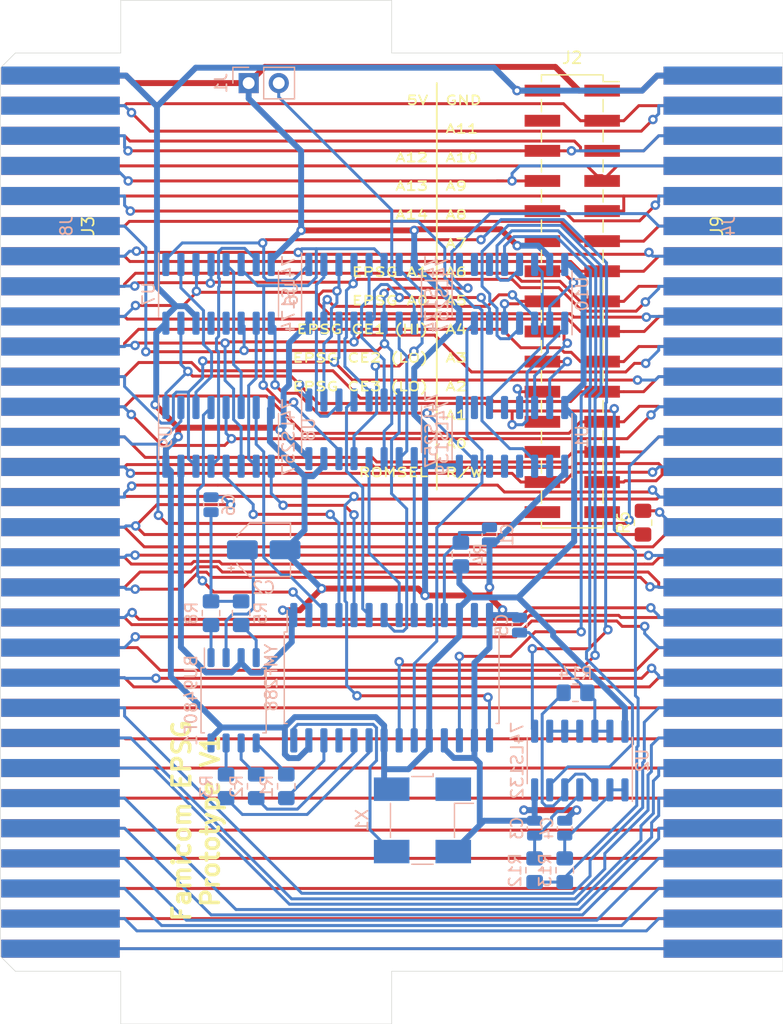
<source format=kicad_pcb>
(kicad_pcb (version 20171130) (host pcbnew "(5.1.10)-1")
  (layers (0 F.Cu mixed) (31 B.Cu mixed) (34 B.Paste user) (35 F.Paste user) (36 B.SilkS user) (37 F.SilkS user) (38 B.Mask user) (39 F.Mask user) (44 Edge.Cuts user))
  (net 0 "")
  (net 1 "Net-(C1-Pad2)")
  (net 2 +5V)
  (net 3 GND)
  (net 4 "Net-(R1-Pad2)")
  (net 5 "Net-(R2-Pad2)")
  (net 6 D7)
  (net 7 D6)
  (net 8 D5)
  (net 9 D4)
  (net 10 D3)
  (net 11 D2)
  (net 12 D1)
  (net 13 D0)
  (net 14 OUT1)
  (net 15 "Net-(U1-Pad6)")
  (net 16 "Net-(U1-Pad5)")
  (net 17 "Net-(U1-Pad12)")
  (net 18 "Net-(U1-Pad4)")
  (net 19 "Net-(U1-Pad10)")
  (net 20 "Net-(U1-Pad9)")
  (net 21 A0_buf)
  (net 22 A1_buf)
  (net 23 D3_buf)
  (net 24 D2_buf)
  (net 25 D1_buf)
  (net 26 D0_buf)
  (net 27 "Net-(U7-Pad13)")
  (net 28 "Net-(U7-Pad12)")
  (net 29 D7_buf)
  (net 30 D6_buf)
  (net 31 D5_buf)
  (net 32 D4_buf)
  (net 33 D6_Chip)
  (net 34 D7_Chip)
  (net 35 D5_Chip)
  (net 36 D4_Chip)
  (net 37 D2_Chip)
  (net 38 D3_Chip)
  (net 39 D1_Chip)
  (net 40 D0_Chip)
  (net 41 "Net-(U10-Pad11)")
  (net 42 "Net-(U10-Pad10)")
  (net 43 "Net-(U10-Pad9)")
  (net 44 "Net-(X1-Pad1)")
  (net 45 OUT1_)
  (net 46 "Net-(YMF288-Pad13)")
  (net 47 "Net-(YMF288-Pad10)")
  (net 48 "Net-(BU9480F1-Pad4)")
  (net 49 "Net-(BU9480F1-Pad2)")
  (net 50 "Net-(BU9480F1-Pad1)")
  (net 51 "Net-(YMF288-Pad25)")
  (net 52 "Net-(BU9480F1-Pad7)")
  (net 53 "Net-(BU9480F1-Pad6)")
  (net 54 "Net-(BU9480F1-Pad5)")
  (net 55 A13)
  (net 56 A1)
  (net 57 "Net-(R3-Pad2)")
  (net 58 CS_)
  (net 59 CS_Chip)
  (net 60 A0_Chip)
  (net 61 A1_Chip)
  (net 62 CS_buf)
  (net 63 Aud)
  (net 64 A14)
  (net 65 ROMSEL)
  (net 66 R-W)
  (net 67 "Net-(X1-Pad3)")
  (net 68 AudIn)
  (net 69 "Net-(U2-Pad10)")
  (net 70 4016_EN)
  (net 71 "Net-(C5-Pad2)")
  (net 72 "Net-(C3-Pad2)")
  (net 73 "Net-(C4-Pad2)")
  (net 74 "Net-(R14-Pad2)")
  (net 75 FF_Reset)
  (net 76 PPU_D3)
  (net 77 PPU_D2)
  (net 78 PPU_D1)
  (net 79 PPU_D0)
  (net 80 PPU_A0)
  (net 81 PPU_A1)
  (net 82 PPU_A2)
  (net 83 PPU_A3)
  (net 84 PPU_A4)
  (net 85 PPU_A5)
  (net 86 PPU_A6)
  (net 87 CIRAM_A10)
  (net 88 PPU_RD)
  (net 89 IRQ)
  (net 90 A0)
  (net 91 A2)
  (net 92 A3)
  (net 93 A4)
  (net 94 A5)
  (net 95 A6)
  (net 96 A7)
  (net 97 A8)
  (net 98 A10)
  (net 99 A11)
  (net 100 PPU_D4)
  (net 101 PPU_D5)
  (net 102 PPU_D6)
  (net 103 PPU_D7)
  (net 104 PPU_A13)
  (net 105 PPU_A12)
  (net 106 PPU_A11)
  (net 107 PPU_A10)
  (net 108 PPU_A9)
  (net 109 PPU_A8)
  (net 110 PPU_A7)
  (net 111 PPU_A13_)
  (net 112 CIRAM_CE)
  (net 113 PPU_WR)
  (net 114 A12)
  (net 115 M2)
  (net 116 "Net-(C6-Pad1)")
  (net 117 "Net-(J2-Pad12)")
  (net 118 Addr_A1)
  (net 119 Addr_A13)
  (net 120 Addr_A14)
  (net 121 Addr_ROMSEL)
  (net 122 Addr_R-W)
  (net 123 +5VA)
  (net 124 GND1)
  (net 125 "Net-(J2-Pad30)")
  (net 126 "Net-(J2-Pad29)")
  (net 127 "Net-(J2-Pad26)")
  (net 128 "Net-(J2-Pad24)")
  (net 129 "Net-(J2-Pad4)")
  (net 130 A9)
  (net 131 "Net-(J4-Pad16)")
  (module Resistor_SMD:R_0805_2012Metric_Pad1.20x1.40mm_HandSolder (layer F.Cu) (at 121.539 83.439 90)
    (fp_text reference R6 (at 0 -1.65 90) (layer F.SilkS))
    (fp_text value 3k)
    (pad 2 smd roundrect (at 1 0 90) (size 1.2 1.4) (layers F.Cu F.Paste F.Mask) (roundrect_rratio 0.208333) (net 131 "Net-(J4-Pad16)"))
    (pad 1 smd roundrect (at -1 0 90) (size 1.2 1.4) (layers F.Cu F.Paste F.Mask) (roundrect_rratio 0.208333) (net 68 AudIn))
  )
  (module Resistor_SMD:R_0805_2012Metric_Pad1.20x1.40mm_HandSolder (layer B.Cu) (at 106.172 86.122 90)
    (fp_text reference R4 (at 0 1.65 270) (layer B.SilkS) (effects (justify mirror)))
    (fp_text value 1k)
    (pad 2 smd roundrect (at 1 0 90) (size 1.2 1.4) (layers B.Cu B.Paste B.Mask) (roundrect_rratio 0.208333) (net 1 "Net-(C1-Pad2)"))
    (pad 1 smd roundrect (at -1 0 90) (size 1.2 1.4) (layers B.Cu B.Paste B.Mask) (roundrect_rratio 0.208333) (net 2 +5V))
  )
  (module Connector_PinSocket_2.54mm:PinSocket_2x15_P2.54mm_Vertical_SMD (layer F.Cu) (at 115.57 64.77)
    (fp_text reference J2 (at 0 -20.55) (layer F.SilkS))
    (fp_text value "EXP 1-30")
    (pad 30 smd rect (at -2.52 17.78) (size 3 1) (layers F.Cu F.Paste F.Mask) (net 125 "Net-(J2-Pad30)"))
    (pad 29 smd rect (at 2.52 17.78) (size 3 1) (layers F.Cu F.Paste F.Mask) (net 126 "Net-(J2-Pad29)"))
    (pad 28 smd rect (at -2.52 15.24) (size 3 1) (layers F.Cu F.Paste F.Mask) (net 65 ROMSEL))
    (pad 27 smd rect (at 2.52 15.24) (size 3 1) (layers F.Cu F.Paste F.Mask) (net 66 R-W))
    (pad 26 smd rect (at -2.52 12.7) (size 3 1) (layers F.Cu F.Paste F.Mask) (net 127 "Net-(J2-Pad26)"))
    (pad 25 smd rect (at 2.52 12.7) (size 3 1) (layers F.Cu F.Paste F.Mask) (net 90 A0))
    (pad 24 smd rect (at -2.52 10.16) (size 3 1) (layers F.Cu F.Paste F.Mask) (net 128 "Net-(J2-Pad24)"))
    (pad 23 smd rect (at 2.52 10.16) (size 3 1) (layers F.Cu F.Paste F.Mask) (net 56 A1))
    (pad 22 smd rect (at -2.52 7.62) (size 3 1) (layers F.Cu F.Paste F.Mask) (net 122 Addr_R-W))
    (pad 21 smd rect (at 2.52 7.62) (size 3 1) (layers F.Cu F.Paste F.Mask) (net 91 A2))
    (pad 20 smd rect (at -2.52 5.08) (size 3 1) (layers F.Cu F.Paste F.Mask) (net 121 Addr_ROMSEL))
    (pad 19 smd rect (at 2.52 5.08) (size 3 1) (layers F.Cu F.Paste F.Mask) (net 92 A3))
    (pad 18 smd rect (at -2.52 2.54) (size 3 1) (layers F.Cu F.Paste F.Mask) (net 120 Addr_A14))
    (pad 17 smd rect (at 2.52 2.54) (size 3 1) (layers F.Cu F.Paste F.Mask) (net 93 A4))
    (pad 16 smd rect (at -2.52 0) (size 3 1) (layers F.Cu F.Paste F.Mask) (net 119 Addr_A13))
    (pad 15 smd rect (at 2.52 0) (size 3 1) (layers F.Cu F.Paste F.Mask) (net 94 A5))
    (pad 14 smd rect (at -2.52 -2.54) (size 3 1) (layers F.Cu F.Paste F.Mask) (net 118 Addr_A1))
    (pad 13 smd rect (at 2.52 -2.54) (size 3 1) (layers F.Cu F.Paste F.Mask) (net 95 A6))
    (pad 12 smd rect (at -2.52 -5.08) (size 3 1) (layers F.Cu F.Paste F.Mask) (net 117 "Net-(J2-Pad12)"))
    (pad 11 smd rect (at 2.52 -5.08) (size 3 1) (layers F.Cu F.Paste F.Mask) (net 96 A7))
    (pad 10 smd rect (at -2.52 -7.62) (size 3 1) (layers F.Cu F.Paste F.Mask) (net 64 A14))
    (pad 9 smd rect (at 2.52 -7.62) (size 3 1) (layers F.Cu F.Paste F.Mask) (net 97 A8))
    (pad 8 smd rect (at -2.52 -10.16) (size 3 1) (layers F.Cu F.Paste F.Mask) (net 55 A13))
    (pad 7 smd rect (at 2.52 -10.16) (size 3 1) (layers F.Cu F.Paste F.Mask) (net 130 A9))
    (pad 6 smd rect (at -2.52 -12.7) (size 3 1) (layers F.Cu F.Paste F.Mask) (net 114 A12))
    (pad 5 smd rect (at 2.52 -12.7) (size 3 1) (layers F.Cu F.Paste F.Mask) (net 98 A10))
    (pad 4 smd rect (at -2.52 -15.24) (size 3 1) (layers F.Cu F.Paste F.Mask) (net 129 "Net-(J2-Pad4)"))
    (pad 3 smd rect (at 2.52 -15.24) (size 3 1) (layers F.Cu F.Paste F.Mask) (net 99 A11))
    (pad 2 smd rect (at -2.52 -17.78) (size 3 1) (layers F.Cu F.Paste F.Mask) (net 2 +5V))
    (pad 1 smd rect (at 2.52 -17.78) (size 3 1) (layers F.Cu F.Paste F.Mask) (net 3 GND))
  )
  (module "Nes Sound Expansion OPNA:Famicon CardEdge" (layer F.Cu) (at 72.39 58.42 270)
    (fp_text reference J3 (at 0 -2.33 270) (layer F.SilkS))
    (fp_text value "EXP 1-30")
    (pad 30 connect rect (at 60.96 0 270) (size 1.524 10) (layers F.Cu F.Mask) (net 123 +5VA))
    (pad 29 connect rect (at 58.42 0 270) (size 1.524 10) (layers F.Cu F.Mask) (net 76 PPU_D3))
    (pad 28 connect rect (at 55.88 0 270) (size 1.524 10) (layers F.Cu F.Mask) (net 77 PPU_D2))
    (pad 27 connect rect (at 53.34 0 270) (size 1.524 10) (layers F.Cu F.Mask) (net 78 PPU_D1))
    (pad 26 connect rect (at 50.8 0 270) (size 1.524 10) (layers F.Cu F.Mask) (net 79 PPU_D0))
    (pad 25 connect rect (at 48.26 0 270) (size 1.524 10) (layers F.Cu F.Mask) (net 80 PPU_A0))
    (pad 24 connect rect (at 45.72 0 270) (size 1.524 10) (layers F.Cu F.Mask) (net 81 PPU_A1))
    (pad 23 connect rect (at 43.18 0 270) (size 1.524 10) (layers F.Cu F.Mask) (net 82 PPU_A2))
    (pad 22 connect rect (at 40.64 0 270) (size 1.524 10) (layers F.Cu F.Mask) (net 83 PPU_A3))
    (pad 21 connect rect (at 38.1 0 270) (size 1.524 10) (layers F.Cu F.Mask) (net 84 PPU_A4))
    (pad 20 connect rect (at 35.56 0 270) (size 1.524 10) (layers F.Cu F.Mask) (net 85 PPU_A5))
    (pad 19 connect rect (at 33.02 0 270) (size 1.524 10) (layers F.Cu F.Mask) (net 86 PPU_A6))
    (pad 18 connect rect (at 30.48 0 270) (size 1.524 10) (layers F.Cu F.Mask) (net 87 CIRAM_A10))
    (pad 17 connect rect (at 27.94 0 270) (size 1.524 10) (layers F.Cu F.Mask) (net 88 PPU_RD))
    (pad 16 connect rect (at 25.4 0 270) (size 1.524 10) (layers F.Cu F.Mask) (net 124 GND1))
    (pad 15 connect rect (at 22.86 0 270) (size 1.524 10) (layers F.Cu F.Mask) (net 89 IRQ))
    (pad 14 connect rect (at 20.32 0 270) (size 1.524 10) (layers F.Cu F.Mask) (net 66 R-W))
    (pad 13 connect rect (at 17.78 0 270) (size 1.524 10) (layers F.Cu F.Mask) (net 90 A0))
    (pad 12 connect rect (at 15.24 0 270) (size 1.524 10) (layers F.Cu F.Mask) (net 56 A1))
    (pad 11 connect rect (at 12.7 0 270) (size 1.524 10) (layers F.Cu F.Mask) (net 91 A2))
    (pad 10 connect rect (at 10.16 0 270) (size 1.524 10) (layers F.Cu F.Mask) (net 92 A3))
    (pad 9 connect rect (at 7.62 0 270) (size 1.524 10) (layers F.Cu F.Mask) (net 93 A4))
    (pad 8 connect rect (at 5.08 0 270) (size 1.524 10) (layers F.Cu F.Mask) (net 94 A5))
    (pad 7 connect rect (at 2.54 0 270) (size 1.524 10) (layers F.Cu F.Mask) (net 95 A6))
    (pad 6 connect rect (at 0 0 270) (size 1.524 10) (layers F.Cu F.Mask) (net 96 A7))
    (pad 5 connect rect (at -2.54 0 270) (size 1.524 10) (layers F.Cu F.Mask) (net 97 A8))
    (pad 4 connect rect (at -5.08 0 270) (size 1.524 10) (layers F.Cu F.Mask) (net 130 A9))
    (pad 3 connect rect (at -7.62 0 270) (size 1.524 10) (layers F.Cu F.Mask) (net 98 A10))
    (pad 2 connect rect (at -10.16 0 270) (size 1.524 10) (layers F.Cu F.Mask) (net 99 A11))
    (pad 1 connect rect (at -12.7 0 270) (size 1.524 10) (layers F.Cu F.Mask) (net 3 GND))
  )
  (module "Nes Sound Expansion OPNA:Famicon CardEdge" (layer F.Cu) (at 128.27 58.42 270)
    (fp_text reference J9 (at 0 0.5 90) (layer F.SilkS))
    (fp_text value "EXP 1-24")
    (pad 30 connect rect (at 60.96 0 270) (size 1.524 10) (layers F.Cu F.Mask) (net 123 +5VA))
    (pad 29 connect rect (at 58.42 0 270) (size 1.524 10) (layers F.Cu F.Mask) (net 76 PPU_D3))
    (pad 28 connect rect (at 55.88 0 270) (size 1.524 10) (layers F.Cu F.Mask) (net 77 PPU_D2))
    (pad 27 connect rect (at 53.34 0 270) (size 1.524 10) (layers F.Cu F.Mask) (net 78 PPU_D1))
    (pad 26 connect rect (at 50.8 0 270) (size 1.524 10) (layers F.Cu F.Mask) (net 79 PPU_D0))
    (pad 25 connect rect (at 48.26 0 270) (size 1.524 10) (layers F.Cu F.Mask) (net 80 PPU_A0))
    (pad 24 connect rect (at 45.72 0 270) (size 1.524 10) (layers F.Cu F.Mask) (net 81 PPU_A1))
    (pad 23 connect rect (at 43.18 0 270) (size 1.524 10) (layers F.Cu F.Mask) (net 82 PPU_A2))
    (pad 22 connect rect (at 40.64 0 270) (size 1.524 10) (layers F.Cu F.Mask) (net 83 PPU_A3))
    (pad 21 connect rect (at 38.1 0 270) (size 1.524 10) (layers F.Cu F.Mask) (net 84 PPU_A4))
    (pad 20 connect rect (at 35.56 0 270) (size 1.524 10) (layers F.Cu F.Mask) (net 85 PPU_A5))
    (pad 19 connect rect (at 33.02 0 270) (size 1.524 10) (layers F.Cu F.Mask) (net 86 PPU_A6))
    (pad 18 connect rect (at 30.48 0 270) (size 1.524 10) (layers F.Cu F.Mask) (net 87 CIRAM_A10))
    (pad 17 connect rect (at 27.94 0 270) (size 1.524 10) (layers F.Cu F.Mask) (net 88 PPU_RD))
    (pad 16 connect rect (at 25.4 0 270) (size 1.524 10) (layers F.Cu F.Mask) (net 124 GND1))
    (pad 15 connect rect (at 22.86 0 270) (size 1.524 10) (layers F.Cu F.Mask) (net 89 IRQ))
    (pad 14 connect rect (at 20.32 0 270) (size 1.524 10) (layers F.Cu F.Mask) (net 66 R-W))
    (pad 13 connect rect (at 17.78 0 270) (size 1.524 10) (layers F.Cu F.Mask) (net 90 A0))
    (pad 12 connect rect (at 15.24 0 270) (size 1.524 10) (layers F.Cu F.Mask) (net 56 A1))
    (pad 11 connect rect (at 12.7 0 270) (size 1.524 10) (layers F.Cu F.Mask) (net 91 A2))
    (pad 10 connect rect (at 10.16 0 270) (size 1.524 10) (layers F.Cu F.Mask) (net 92 A3))
    (pad 9 connect rect (at 7.62 0 270) (size 1.524 10) (layers F.Cu F.Mask) (net 93 A4))
    (pad 8 connect rect (at 5.08 0 270) (size 1.524 10) (layers F.Cu F.Mask) (net 94 A5))
    (pad 7 connect rect (at 2.54 0 270) (size 1.524 10) (layers F.Cu F.Mask) (net 95 A6))
    (pad 6 connect rect (at 0 0 270) (size 1.524 10) (layers F.Cu F.Mask) (net 96 A7))
    (pad 5 connect rect (at -2.54 0 270) (size 1.524 10) (layers F.Cu F.Mask) (net 97 A8))
    (pad 4 connect rect (at -5.08 0 270) (size 1.524 10) (layers F.Cu F.Mask) (net 130 A9))
    (pad 3 connect rect (at -7.62 0 270) (size 1.524 10) (layers F.Cu F.Mask) (net 98 A10))
    (pad 2 connect rect (at -10.16 0 270) (size 1.524 10) (layers F.Cu F.Mask) (net 99 A11))
    (pad 1 connect rect (at -12.7 0 270) (size 1.524 10) (layers F.Cu F.Mask) (net 3 GND))
  )
  (module "Nes Sound Expansion OPNA:Famicon CardEdge" (layer B.Cu) (at 72.39 58.42 270)
    (fp_text reference J8 (at 0 -0.5 270) (layer B.SilkS) (effects (justify mirror)))
    (fp_text value "EXP 25-48")
    (pad 30 connect rect (at 60.96 0 270) (size 1.524 10) (layers B.Cu B.Mask) (net 100 PPU_D4))
    (pad 29 connect rect (at 58.42 0 270) (size 1.524 10) (layers B.Cu B.Mask) (net 101 PPU_D5))
    (pad 28 connect rect (at 55.88 0 270) (size 1.524 10) (layers B.Cu B.Mask) (net 102 PPU_D6))
    (pad 27 connect rect (at 53.34 0 270) (size 1.524 10) (layers B.Cu B.Mask) (net 103 PPU_D7))
    (pad 26 connect rect (at 50.8 0 270) (size 1.524 10) (layers B.Cu B.Mask) (net 104 PPU_A13))
    (pad 25 connect rect (at 48.26 0 270) (size 1.524 10) (layers B.Cu B.Mask) (net 105 PPU_A12))
    (pad 24 connect rect (at 45.72 0 270) (size 1.524 10) (layers B.Cu B.Mask) (net 106 PPU_A11))
    (pad 23 connect rect (at 43.18 0 270) (size 1.524 10) (layers B.Cu B.Mask) (net 107 PPU_A10))
    (pad 22 connect rect (at 40.64 0 270) (size 1.524 10) (layers B.Cu B.Mask) (net 108 PPU_A9))
    (pad 21 connect rect (at 38.1 0 270) (size 1.524 10) (layers B.Cu B.Mask) (net 109 PPU_A8))
    (pad 20 connect rect (at 35.56 0 270) (size 1.524 10) (layers B.Cu B.Mask) (net 110 PPU_A7))
    (pad 19 connect rect (at 33.02 0 270) (size 1.524 10) (layers B.Cu B.Mask) (net 111 PPU_A13_))
    (pad 18 connect rect (at 30.48 0 270) (size 1.524 10) (layers B.Cu B.Mask) (net 112 CIRAM_CE))
    (pad 17 connect rect (at 27.94 0 270) (size 1.524 10) (layers B.Cu B.Mask) (net 113 PPU_WR))
    (pad 16 connect rect (at 25.4 0 270) (size 1.524 10) (layers B.Cu B.Mask) (net 68 AudIn))
    (pad 15 connect rect (at 22.86 0 270) (size 1.524 10) (layers B.Cu B.Mask) (net 63 Aud))
    (pad 14 connect rect (at 20.32 0 270) (size 1.524 10) (layers B.Cu B.Mask) (net 65 ROMSEL))
    (pad 13 connect rect (at 17.78 0 270) (size 1.524 10) (layers B.Cu B.Mask) (net 13 D0))
    (pad 12 connect rect (at 15.24 0 270) (size 1.524 10) (layers B.Cu B.Mask) (net 12 D1))
    (pad 11 connect rect (at 12.7 0 270) (size 1.524 10) (layers B.Cu B.Mask) (net 11 D2))
    (pad 10 connect rect (at 10.16 0 270) (size 1.524 10) (layers B.Cu B.Mask) (net 10 D3))
    (pad 9 connect rect (at 7.62 0 270) (size 1.524 10) (layers B.Cu B.Mask) (net 9 D4))
    (pad 8 connect rect (at 5.08 0 270) (size 1.524 10) (layers B.Cu B.Mask) (net 8 D5))
    (pad 7 connect rect (at 2.54 0 270) (size 1.524 10) (layers B.Cu B.Mask) (net 7 D6))
    (pad 6 connect rect (at 0 0 270) (size 1.524 10) (layers B.Cu B.Mask) (net 6 D7))
    (pad 5 connect rect (at -2.54 0 270) (size 1.524 10) (layers B.Cu B.Mask) (net 64 A14))
    (pad 4 connect rect (at -5.08 0 270) (size 1.524 10) (layers B.Cu B.Mask) (net 55 A13))
    (pad 3 connect rect (at -7.62 0 270) (size 1.524 10) (layers B.Cu B.Mask) (net 114 A12))
    (pad 2 connect rect (at -10.16 0 270) (size 1.524 10) (layers B.Cu B.Mask) (net 115 M2))
    (pad 1 connect rect (at -12.7 0 270) (size 1.524 10) (layers B.Cu B.Mask) (net 2 +5V))
  )
  (module "Nes Sound Expansion OPNA:Famicon CardEdge" (layer B.Cu) (at 128.27 58.42 270)
    (fp_text reference J4 (at 0 -0.5 90) (layer B.SilkS) (effects (justify mirror)))
    (fp_text value 31-60)
    (pad 30 connect rect (at 60.96 0 270) (size 1.524 10) (layers B.Cu B.Mask) (net 100 PPU_D4))
    (pad 29 connect rect (at 58.42 0 270) (size 1.524 10) (layers B.Cu B.Mask) (net 101 PPU_D5))
    (pad 28 connect rect (at 55.88 0 270) (size 1.524 10) (layers B.Cu B.Mask) (net 102 PPU_D6))
    (pad 27 connect rect (at 53.34 0 270) (size 1.524 10) (layers B.Cu B.Mask) (net 103 PPU_D7))
    (pad 26 connect rect (at 50.8 0 270) (size 1.524 10) (layers B.Cu B.Mask) (net 104 PPU_A13))
    (pad 25 connect rect (at 48.26 0 270) (size 1.524 10) (layers B.Cu B.Mask) (net 105 PPU_A12))
    (pad 24 connect rect (at 45.72 0 270) (size 1.524 10) (layers B.Cu B.Mask) (net 106 PPU_A11))
    (pad 23 connect rect (at 43.18 0 270) (size 1.524 10) (layers B.Cu B.Mask) (net 107 PPU_A10))
    (pad 22 connect rect (at 40.64 0 270) (size 1.524 10) (layers B.Cu B.Mask) (net 108 PPU_A9))
    (pad 21 connect rect (at 38.1 0 270) (size 1.524 10) (layers B.Cu B.Mask) (net 109 PPU_A8))
    (pad 20 connect rect (at 35.56 0 270) (size 1.524 10) (layers B.Cu B.Mask) (net 110 PPU_A7))
    (pad 19 connect rect (at 33.02 0 270) (size 1.524 10) (layers B.Cu B.Mask) (net 111 PPU_A13_))
    (pad 18 connect rect (at 30.48 0 270) (size 1.524 10) (layers B.Cu B.Mask) (net 112 CIRAM_CE))
    (pad 17 connect rect (at 27.94 0 270) (size 1.524 10) (layers B.Cu B.Mask) (net 113 PPU_WR))
    (pad 16 connect rect (at 25.4 0 270) (size 1.524 10) (layers B.Cu B.Mask) (net 131 "Net-(J4-Pad16)"))
    (pad 15 connect rect (at 22.86 0 270) (size 1.524 10) (layers B.Cu B.Mask) (net 63 Aud))
    (pad 14 connect rect (at 20.32 0 270) (size 1.524 10) (layers B.Cu B.Mask) (net 65 ROMSEL))
    (pad 13 connect rect (at 17.78 0 270) (size 1.524 10) (layers B.Cu B.Mask) (net 13 D0))
    (pad 12 connect rect (at 15.24 0 270) (size 1.524 10) (layers B.Cu B.Mask) (net 12 D1))
    (pad 11 connect rect (at 12.7 0 270) (size 1.524 10) (layers B.Cu B.Mask) (net 11 D2))
    (pad 10 connect rect (at 10.16 0 270) (size 1.524 10) (layers B.Cu B.Mask) (net 10 D3))
    (pad 9 connect rect (at 7.62 0 270) (size 1.524 10) (layers B.Cu B.Mask) (net 9 D4))
    (pad 8 connect rect (at 5.08 0 270) (size 1.524 10) (layers B.Cu B.Mask) (net 8 D5))
    (pad 7 connect rect (at 2.54 0 270) (size 1.524 10) (layers B.Cu B.Mask) (net 7 D6))
    (pad 6 connect rect (at 0 0 270) (size 1.524 10) (layers B.Cu B.Mask) (net 6 D7))
    (pad 5 connect rect (at -2.54 0 270) (size 1.524 10) (layers B.Cu B.Mask) (net 64 A14))
    (pad 4 connect rect (at -5.08 0 270) (size 1.524 10) (layers B.Cu B.Mask) (net 55 A13))
    (pad 3 connect rect (at -7.62 0 270) (size 1.524 10) (layers B.Cu B.Mask) (net 114 A12))
    (pad 2 connect rect (at -10.16 0 270) (size 1.524 10) (layers B.Cu B.Mask) (net 115 M2))
    (pad 1 connect rect (at -12.7 0 270) (size 1.524 10) (layers B.Cu B.Mask) (net 2 +5V))
  )
  (module Capacitor_SMD:C_0504_1310Metric_Pad0.83x1.28mm_HandSolder (layer B.Cu) (at 108.585 84.4625 90)
    (fp_text reference C1 (at 0 1.49 90) (layer B.SilkS) (effects (justify mirror)))
    (fp_text value 10uF)
    (pad 2 smd roundrect (at 0.6275 0 90) (size 0.835 1.28) (layers B.Cu B.Paste B.Mask) (net 1 "Net-(C1-Pad2)"))
    (pad 1 smd roundrect (at -0.6275 0 90) (size 0.835 1.28) (layers B.Cu B.Paste B.Mask) (net 3 GND))
  )
  (module Capacitor_SMD:C_0504_1310Metric_Pad0.83x1.28mm_HandSolder (layer B.Cu) (at 112.395 109.212 270)
    (fp_text reference C3 (at 0 1.49 270) (layer B.SilkS) (effects (justify mirror)))
    (fp_text value 68pF)
    (pad 2 smd roundrect (at 0.6275 0 270) (size 0.835 1.28) (layers B.Cu B.Paste B.Mask) (net 72 "Net-(C3-Pad2)"))
    (pad 1 smd roundrect (at -0.6275 0 270) (size 0.835 1.28) (layers B.Cu B.Paste B.Mask) (net 3 GND))
  )
  (module Capacitor_SMD:C_0504_1310Metric_Pad0.83x1.28mm_HandSolder (layer B.Cu) (at 111.125 92.0825 270)
    (fp_text reference C5 (at 0 1.49 270) (layer B.SilkS) (effects (justify mirror)))
    (fp_text value 68pF)
    (pad 2 smd roundrect (at 0.6275 0 270) (size 0.835 1.28) (layers B.Cu B.Paste B.Mask) (net 71 "Net-(C5-Pad2)"))
    (pad 1 smd roundrect (at -0.6275 0 270) (size 0.835 1.28) (layers B.Cu B.Paste B.Mask) (net 3 GND))
  )
  (module Resistor_SMD:R_0805_2012Metric_Pad1.20x1.40mm_HandSolder (layer B.Cu) (at 87.63 91.075 90)
    (fp_text reference R5 (at 0 1.65 270) (layer B.SilkS) (effects (justify mirror)))
    (fp_text value 1k)
    (pad 2 smd roundrect (at 1 0 90) (size 1.2 1.4) (layers B.Cu B.Paste B.Mask) (roundrect_rratio 0.2083325) (net 116 "Net-(C6-Pad1)"))
    (pad 1 smd roundrect (at -1 0 90) (size 1.2 1.4) (layers B.Cu B.Paste B.Mask) (roundrect_rratio 0.2083325) (net 48 "Net-(BU9480F1-Pad4)"))
  )
  (module Resistor_SMD:R_0805_2012Metric_Pad1.20x1.40mm_HandSolder (layer B.Cu) (at 85.09 91.075 270)
    (fp_text reference R8 (at 0 1.65 270) (layer B.SilkS) (effects (justify mirror)))
    (fp_text value 1k)
    (pad 2 smd roundrect (at 1 0 270) (size 1.2 1.4) (layers B.Cu B.Paste B.Mask) (roundrect_rratio 0.2083325) (net 50 "Net-(BU9480F1-Pad1)"))
    (pad 1 smd roundrect (at -1 0 270) (size 1.2 1.4) (layers B.Cu B.Paste B.Mask) (roundrect_rratio 0.2083325) (net 116 "Net-(C6-Pad1)"))
  )
  (module Capacitor_SMD:C_0504_1310Metric_Pad0.83x1.28mm_HandSolder (layer B.Cu) (at 114.935 109.212 270)
    (fp_text reference C4 (at 0 1.49 270) (layer B.SilkS) (effects (justify mirror)))
    (fp_text value 68pF)
    (pad 2 smd roundrect (at 0.6275 0 270) (size 0.835 1.28) (layers B.Cu B.Paste B.Mask) (net 73 "Net-(C4-Pad2)"))
    (pad 1 smd roundrect (at -0.6275 0 270) (size 0.835 1.28) (layers B.Cu B.Paste B.Mask) (net 3 GND))
  )
  (module Capacitor_SMD:CP_Elec_4x5.3 (layer B.Cu) (at 89.535 85.725)
    (fp_text reference C2 (at 0 3.2) (layer B.SilkS) (effects (justify mirror)))
    (fp_text value 10u)
    (pad 2 smd roundrect (at 1.8 0) (size 2.6 1.6) (layers B.Cu B.Paste B.Mask) (roundrect_rratio 0.15625) (net 3 GND))
    (pad 1 smd roundrect (at -1.8 0) (size 2.6 1.6) (layers B.Cu B.Paste B.Mask) (roundrect_rratio 0.15625) (net 49 "Net-(BU9480F1-Pad2)"))
  )
  (module Package_SO:SOIC-8_5.275x5.275mm_P1.27mm (layer B.Cu) (at 86.995 98.425 270)
    (fp_text reference BU9480F1 (at 0 3.59 90) (layer B.SilkS) (effects (justify mirror)))
    (fp_text value BU9480F)
    (pad 8 smd roundrect (at 3.6 1.905 270) (size 1.6 0.6) (layers B.Cu B.Paste B.Mask) (net 2 +5V))
    (pad 7 smd roundrect (at 3.6 0.635 270) (size 1.6 0.6) (layers B.Cu B.Paste B.Mask) (net 52 "Net-(BU9480F1-Pad7)"))
    (pad 6 smd roundrect (at 3.6 -0.635 270) (size 1.6 0.6) (layers B.Cu B.Paste B.Mask) (net 53 "Net-(BU9480F1-Pad6)"))
    (pad 5 smd roundrect (at 3.6 -1.905 270) (size 1.6 0.6) (layers B.Cu B.Paste B.Mask) (net 54 "Net-(BU9480F1-Pad5)"))
    (pad 4 smd roundrect (at -3.6 -1.905 270) (size 1.6 0.6) (layers B.Cu B.Paste B.Mask) (net 48 "Net-(BU9480F1-Pad4)"))
    (pad 3 smd roundrect (at -3.6 -0.635 270) (size 1.6 0.6) (layers B.Cu B.Paste B.Mask) (net 3 GND))
    (pad 2 smd roundrect (at -3.6 0.635 270) (size 1.6 0.6) (layers B.Cu B.Paste B.Mask) (net 49 "Net-(BU9480F1-Pad2)"))
    (pad 1 smd roundrect (at -3.6 1.905 270) (size 1.6 0.6) (layers B.Cu B.Paste B.Mask) (net 50 "Net-(BU9480F1-Pad1)"))
  )
  (module Package_SO:SOIC-14_3.9x8.7mm_P1.27mm (layer B.Cu) (at 116.205 103.505 90)
    (fp_text reference U2 (at 0 5.28 90) (layer B.SilkS) (effects (justify mirror)))
    (fp_text value 74LS132 (at 0 -5.28 90) (layer B.SilkS) (effects (justify mirror)))
    (pad 14 smd roundrect (at 2.475 3.81 90) (size 1.95 0.6) (layers B.Cu B.Paste B.Mask) (net 2 +5V))
    (pad 13 smd roundrect (at 2.475 2.54 90) (size 1.95 0.6) (layers B.Cu B.Paste B.Mask) (net 71 "Net-(C5-Pad2)"))
    (pad 12 smd roundrect (at 2.475 1.27 90) (size 1.95 0.6) (layers B.Cu B.Paste B.Mask) (net 71 "Net-(C5-Pad2)"))
    (pad 11 smd roundrect (at 2.475 0 90) (size 1.95 0.6) (layers B.Cu B.Paste B.Mask) (net 69 "Net-(U2-Pad10)"))
    (pad 10 smd roundrect (at 2.475 -1.27 90) (size 1.95 0.6) (layers B.Cu B.Paste B.Mask) (net 69 "Net-(U2-Pad10)"))
    (pad 9 smd roundrect (at 2.475 -2.54 90) (size 1.95 0.6) (layers B.Cu B.Paste B.Mask) (net 69 "Net-(U2-Pad10)"))
    (pad 8 smd roundrect (at 2.475 -3.81 90) (size 1.95 0.6) (layers B.Cu B.Paste B.Mask) (net 75 FF_Reset))
    (pad 7 smd roundrect (at -2.475 -3.81 90) (size 1.95 0.6) (layers B.Cu B.Paste B.Mask) (net 3 GND))
    (pad 6 smd roundrect (at -2.475 -2.54 90) (size 1.95 0.6) (layers B.Cu B.Paste B.Mask) (net 62 CS_buf))
    (pad 5 smd roundrect (at -2.475 -1.27 90) (size 1.95 0.6) (layers B.Cu B.Paste B.Mask) (net 74 "Net-(R14-Pad2)"))
    (pad 4 smd roundrect (at -2.475 0 90) (size 1.95 0.6) (layers B.Cu B.Paste B.Mask) (net 72 "Net-(C3-Pad2)"))
    (pad 3 smd roundrect (at -2.475 1.27 90) (size 1.95 0.6) (layers B.Cu B.Paste B.Mask) (net 74 "Net-(R14-Pad2)"))
    (pad 2 smd roundrect (at -2.475 2.54 90) (size 1.95 0.6) (layers B.Cu B.Paste B.Mask) (net 73 "Net-(C4-Pad2)"))
    (pad 1 smd roundrect (at -2.475 3.81 90) (size 1.95 0.6) (layers B.Cu B.Paste B.Mask) (net 73 "Net-(C4-Pad2)"))
  )
  (module Package_SO:SOIC-16_3.9x9.9mm_P1.27mm (layer B.Cu) (at 110.49 64.135 90)
    (fp_text reference U10 (at 0 5.9 90) (layer B.SilkS) (effects (justify mirror)))
    (fp_text value 74LS257 (at 0 -5.9 90) (layer B.SilkS) (effects (justify mirror)))
    (pad 16 smd roundrect (at 2.475 4.445 90) (size 1.95 0.6) (layers B.Cu B.Paste B.Mask) (net 2 +5V))
    (pad 15 smd roundrect (at 2.475 3.175 90) (size 1.95 0.6) (layers B.Cu B.Paste B.Mask) (net 3 GND))
    (pad 14 smd roundrect (at 2.475 1.905 90) (size 1.95 0.6) (layers B.Cu B.Paste B.Mask) (net 58 CS_))
    (pad 13 smd roundrect (at 2.475 0.635 90) (size 1.95 0.6) (layers B.Cu B.Paste B.Mask) (net 62 CS_buf))
    (pad 12 smd roundrect (at 2.475 -0.635 90) (size 1.95 0.6) (layers B.Cu B.Paste B.Mask) (net 59 CS_Chip))
    (pad 11 smd roundrect (at 2.475 -1.905 90) (size 1.95 0.6) (layers B.Cu B.Paste B.Mask) (net 41 "Net-(U10-Pad11)"))
    (pad 10 smd roundrect (at 2.475 -3.175 90) (size 1.95 0.6) (layers B.Cu B.Paste B.Mask) (net 42 "Net-(U10-Pad10)"))
    (pad 9 smd roundrect (at 2.475 -4.445 90) (size 1.95 0.6) (layers B.Cu B.Paste B.Mask) (net 43 "Net-(U10-Pad9)"))
    (pad 8 smd roundrect (at -2.475 -4.445 90) (size 1.95 0.6) (layers B.Cu B.Paste B.Mask) (net 3 GND))
    (pad 7 smd roundrect (at -2.475 -3.175 90) (size 1.95 0.6) (layers B.Cu B.Paste B.Mask) (net 60 A0_Chip))
    (pad 6 smd roundrect (at -2.475 -1.905 90) (size 1.95 0.6) (layers B.Cu B.Paste B.Mask) (net 21 A0_buf))
    (pad 5 smd roundrect (at -2.475 -0.635 90) (size 1.95 0.6) (layers B.Cu B.Paste B.Mask) (net 119 Addr_A13))
    (pad 4 smd roundrect (at -2.475 0.635 90) (size 1.95 0.6) (layers B.Cu B.Paste B.Mask) (net 61 A1_Chip))
    (pad 3 smd roundrect (at -2.475 1.905 90) (size 1.95 0.6) (layers B.Cu B.Paste B.Mask) (net 22 A1_buf))
    (pad 2 smd roundrect (at -2.475 3.175 90) (size 1.95 0.6) (layers B.Cu B.Paste B.Mask) (net 118 Addr_A1))
    (pad 1 smd roundrect (at -2.475 4.445 90) (size 1.95 0.6) (layers B.Cu B.Paste B.Mask) (net 70 4016_EN))
  )
  (module Package_SO:SOIC-16_3.9x9.9mm_P1.27mm (layer B.Cu) (at 110.49 76.2 90)
    (fp_text reference U1 (at 0 5.9 90) (layer B.SilkS) (effects (justify mirror)))
    (fp_text value 74LS139 (at 0 -5.9 90) (layer B.SilkS) (effects (justify mirror)))
    (pad 16 smd roundrect (at 2.475 4.445 90) (size 1.95 0.6) (layers B.Cu B.Paste B.Mask) (net 2 +5V))
    (pad 15 smd roundrect (at 2.475 3.175 90) (size 1.95 0.6) (layers B.Cu B.Paste B.Mask) (net 121 Addr_ROMSEL))
    (pad 14 smd roundrect (at 2.475 1.905 90) (size 1.95 0.6) (layers B.Cu B.Paste B.Mask) (net 120 Addr_A14))
    (pad 13 smd roundrect (at 2.475 0.635 90) (size 1.95 0.6) (layers B.Cu B.Paste B.Mask) (net 122 Addr_R-W))
    (pad 12 smd roundrect (at 2.475 -0.635 90) (size 1.95 0.6) (layers B.Cu B.Paste B.Mask) (net 17 "Net-(U1-Pad12)"))
    (pad 11 smd roundrect (at 2.475 -1.905 90) (size 1.95 0.6) (layers B.Cu B.Paste B.Mask) (net 58 CS_))
    (pad 10 smd roundrect (at 2.475 -3.175 90) (size 1.95 0.6) (layers B.Cu B.Paste B.Mask) (net 19 "Net-(U1-Pad10)"))
    (pad 9 smd roundrect (at 2.475 -4.445 90) (size 1.95 0.6) (layers B.Cu B.Paste B.Mask) (net 20 "Net-(U1-Pad9)"))
    (pad 8 smd roundrect (at -2.475 -4.445 90) (size 1.95 0.6) (layers B.Cu B.Paste B.Mask) (net 3 GND))
    (pad 7 smd roundrect (at -2.475 -3.175 90) (size 1.95 0.6) (layers B.Cu B.Paste B.Mask) (net 45 OUT1_))
    (pad 6 smd roundrect (at -2.475 -1.905 90) (size 1.95 0.6) (layers B.Cu B.Paste B.Mask) (net 15 "Net-(U1-Pad6)"))
    (pad 5 smd roundrect (at -2.475 -0.635 90) (size 1.95 0.6) (layers B.Cu B.Paste B.Mask) (net 16 "Net-(U1-Pad5)"))
    (pad 4 smd roundrect (at -2.475 0.635 90) (size 1.95 0.6) (layers B.Cu B.Paste B.Mask) (net 18 "Net-(U1-Pad4)"))
    (pad 3 smd roundrect (at -2.475 1.905 90) (size 1.95 0.6) (layers B.Cu B.Paste B.Mask) (net 14 OUT1))
    (pad 2 smd roundrect (at -2.475 3.175 90) (size 1.95 0.6) (layers B.Cu B.Paste B.Mask) (net 14 OUT1))
    (pad 1 smd roundrect (at -2.475 4.445 90) (size 1.95 0.6) (layers B.Cu B.Paste B.Mask) (net 3 GND))
  )
  (module Package_SO:SOIC-16_3.9x9.9mm_P1.27mm (layer B.Cu) (at 85.725 76.2 270)
    (fp_text reference U9 (at 0 4.445 90) (layer B.SilkS) (effects (justify mirror)))
    (fp_text value 74LS257 (at 0 -5.9 90) (layer B.SilkS) (effects (justify mirror)))
    (pad 16 smd roundrect (at 2.475 4.445 270) (size 1.95 0.6) (layers B.Cu B.Paste B.Mask) (net 2 +5V))
    (pad 15 smd roundrect (at 2.475 3.175 270) (size 1.95 0.6) (layers B.Cu B.Paste B.Mask) (net 3 GND))
    (pad 14 smd roundrect (at 2.475 1.905 270) (size 1.95 0.6) (layers B.Cu B.Paste B.Mask) (net 11 D2))
    (pad 13 smd roundrect (at 2.475 0.635 270) (size 1.95 0.6) (layers B.Cu B.Paste B.Mask) (net 24 D2_buf))
    (pad 12 smd roundrect (at 2.475 -0.635 270) (size 1.95 0.6) (layers B.Cu B.Paste B.Mask) (net 37 D2_Chip))
    (pad 11 smd roundrect (at 2.475 -1.905 270) (size 1.95 0.6) (layers B.Cu B.Paste B.Mask) (net 10 D3))
    (pad 10 smd roundrect (at 2.475 -3.175 270) (size 1.95 0.6) (layers B.Cu B.Paste B.Mask) (net 23 D3_buf))
    (pad 9 smd roundrect (at 2.475 -4.445 270) (size 1.95 0.6) (layers B.Cu B.Paste B.Mask) (net 38 D3_Chip))
    (pad 8 smd roundrect (at -2.475 -4.445 270) (size 1.95 0.6) (layers B.Cu B.Paste B.Mask) (net 3 GND))
    (pad 7 smd roundrect (at -2.475 -3.175 270) (size 1.95 0.6) (layers B.Cu B.Paste B.Mask) (net 39 D1_Chip))
    (pad 6 smd roundrect (at -2.475 -1.905 270) (size 1.95 0.6) (layers B.Cu B.Paste B.Mask) (net 25 D1_buf))
    (pad 5 smd roundrect (at -2.475 -0.635 270) (size 1.95 0.6) (layers B.Cu B.Paste B.Mask) (net 12 D1))
    (pad 4 smd roundrect (at -2.475 0.635 270) (size 1.95 0.6) (layers B.Cu B.Paste B.Mask) (net 40 D0_Chip))
    (pad 3 smd roundrect (at -2.475 1.905 270) (size 1.95 0.6) (layers B.Cu B.Paste B.Mask) (net 26 D0_buf))
    (pad 2 smd roundrect (at -2.475 3.175 270) (size 1.95 0.6) (layers B.Cu B.Paste B.Mask) (net 13 D0))
    (pad 1 smd roundrect (at -2.475 4.445 270) (size 1.95 0.6) (layers B.Cu B.Paste B.Mask) (net 70 4016_EN))
  )
  (module Package_SO:SOIC-16_3.9x9.9mm_P1.27mm (layer B.Cu) (at 97.79 75.565 270)
    (fp_text reference U8 (at 0 4.445 90) (layer B.SilkS) (effects (justify mirror)))
    (fp_text value 74LS257 (at 0 -5.9 90) (layer B.SilkS) (effects (justify mirror)))
    (pad 16 smd roundrect (at 2.475 4.445 270) (size 1.95 0.6) (layers B.Cu B.Paste B.Mask) (net 2 +5V))
    (pad 15 smd roundrect (at 2.475 3.175 270) (size 1.95 0.6) (layers B.Cu B.Paste B.Mask) (net 3 GND))
    (pad 14 smd roundrect (at 2.475 1.905 270) (size 1.95 0.6) (layers B.Cu B.Paste B.Mask) (net 7 D6))
    (pad 13 smd roundrect (at 2.475 0.635 270) (size 1.95 0.6) (layers B.Cu B.Paste B.Mask) (net 30 D6_buf))
    (pad 12 smd roundrect (at 2.475 -0.635 270) (size 1.95 0.6) (layers B.Cu B.Paste B.Mask) (net 33 D6_Chip))
    (pad 11 smd roundrect (at 2.475 -1.905 270) (size 1.95 0.6) (layers B.Cu B.Paste B.Mask) (net 6 D7))
    (pad 10 smd roundrect (at 2.475 -3.175 270) (size 1.95 0.6) (layers B.Cu B.Paste B.Mask) (net 29 D7_buf))
    (pad 9 smd roundrect (at 2.475 -4.445 270) (size 1.95 0.6) (layers B.Cu B.Paste B.Mask) (net 34 D7_Chip))
    (pad 8 smd roundrect (at -2.475 -4.445 270) (size 1.95 0.6) (layers B.Cu B.Paste B.Mask) (net 3 GND))
    (pad 7 smd roundrect (at -2.475 -3.175 270) (size 1.95 0.6) (layers B.Cu B.Paste B.Mask) (net 35 D5_Chip))
    (pad 6 smd roundrect (at -2.475 -1.905 270) (size 1.95 0.6) (layers B.Cu B.Paste B.Mask) (net 31 D5_buf))
    (pad 5 smd roundrect (at -2.475 -0.635 270) (size 1.95 0.6) (layers B.Cu B.Paste B.Mask) (net 8 D5))
    (pad 4 smd roundrect (at -2.475 0.635 270) (size 1.95 0.6) (layers B.Cu B.Paste B.Mask) (net 36 D4_Chip))
    (pad 3 smd roundrect (at -2.475 1.905 270) (size 1.95 0.6) (layers B.Cu B.Paste B.Mask) (net 32 D4_buf))
    (pad 2 smd roundrect (at -2.475 3.175 270) (size 1.95 0.6) (layers B.Cu B.Paste B.Mask) (net 9 D4))
    (pad 1 smd roundrect (at -2.475 4.445 270) (size 1.95 0.6) (layers B.Cu B.Paste B.Mask) (net 70 4016_EN))
  )
  (module Package_SO:SOIC-16_3.9x9.9mm_P1.27mm (layer B.Cu) (at 85.725 64.135 270)
    (fp_text reference U7 (at 0 5.9 90) (layer B.SilkS) (effects (justify mirror)))
    (fp_text value 74LS174 (at 0 -5.9 90) (layer B.SilkS) (effects (justify mirror)))
    (pad 16 smd roundrect (at 2.475 4.445 270) (size 1.95 0.6) (layers B.Cu B.Paste B.Mask) (net 2 +5V))
    (pad 15 smd roundrect (at 2.475 3.175 270) (size 1.95 0.6) (layers B.Cu B.Paste B.Mask) (net 70 4016_EN))
    (pad 14 smd roundrect (at 2.475 1.905 270) (size 1.95 0.6) (layers B.Cu B.Paste B.Mask) (net 2 +5V))
    (pad 13 smd roundrect (at 2.475 0.635 270) (size 1.95 0.6) (layers B.Cu B.Paste B.Mask) (net 27 "Net-(U7-Pad13)"))
    (pad 12 smd roundrect (at 2.475 -0.635 270) (size 1.95 0.6) (layers B.Cu B.Paste B.Mask) (net 28 "Net-(U7-Pad12)"))
    (pad 11 smd roundrect (at 2.475 -1.905 270) (size 1.95 0.6) (layers B.Cu B.Paste B.Mask) (net 6 D7))
    (pad 10 smd roundrect (at 2.475 -3.175 270) (size 1.95 0.6) (layers B.Cu B.Paste B.Mask) (net 23 D3_buf))
    (pad 9 smd roundrect (at 2.475 -4.445 270) (size 1.95 0.6) (layers B.Cu B.Paste B.Mask) (net 45 OUT1_))
    (pad 8 smd roundrect (at -2.475 -4.445 270) (size 1.95 0.6) (layers B.Cu B.Paste B.Mask) (net 3 GND))
    (pad 7 smd roundrect (at -2.475 -3.175 270) (size 1.95 0.6) (layers B.Cu B.Paste B.Mask) (net 24 D2_buf))
    (pad 6 smd roundrect (at -2.475 -1.905 270) (size 1.95 0.6) (layers B.Cu B.Paste B.Mask) (net 7 D6))
    (pad 5 smd roundrect (at -2.475 -0.635 270) (size 1.95 0.6) (layers B.Cu B.Paste B.Mask) (net 25 D1_buf))
    (pad 4 smd roundrect (at -2.475 0.635 270) (size 1.95 0.6) (layers B.Cu B.Paste B.Mask) (net 8 D5))
    (pad 3 smd roundrect (at -2.475 1.905 270) (size 1.95 0.6) (layers B.Cu B.Paste B.Mask) (net 9 D4))
    (pad 2 smd roundrect (at -2.475 3.175 270) (size 1.95 0.6) (layers B.Cu B.Paste B.Mask) (net 26 D0_buf))
    (pad 1 smd roundrect (at -2.475 4.445 270) (size 1.95 0.6) (layers B.Cu B.Paste B.Mask) (net 75 FF_Reset))
  )
  (module Package_SO:SOIC-16_3.9x9.9mm_P1.27mm (layer B.Cu) (at 97.79 64.135 270)
    (fp_text reference U6 (at 0 5.9 90) (layer B.SilkS) (effects (justify mirror)))
    (fp_text value 74LS174 (at 0 -5.9 90) (layer B.SilkS) (effects (justify mirror)))
    (pad 16 smd roundrect (at 2.475 4.445 270) (size 1.95 0.6) (layers B.Cu B.Paste B.Mask) (net 2 +5V))
    (pad 15 smd roundrect (at 2.475 3.175 270) (size 1.95 0.6) (layers B.Cu B.Paste B.Mask) (net 22 A1_buf))
    (pad 14 smd roundrect (at 2.475 1.905 270) (size 1.95 0.6) (layers B.Cu B.Paste B.Mask) (net 11 D2))
    (pad 13 smd roundrect (at 2.475 0.635 270) (size 1.95 0.6) (layers B.Cu B.Paste B.Mask) (net 10 D3))
    (pad 12 smd roundrect (at 2.475 -0.635 270) (size 1.95 0.6) (layers B.Cu B.Paste B.Mask) (net 21 A0_buf))
    (pad 11 smd roundrect (at 2.475 -1.905 270) (size 1.95 0.6) (layers B.Cu B.Paste B.Mask) (net 6 D7))
    (pad 10 smd roundrect (at 2.475 -3.175 270) (size 1.95 0.6) (layers B.Cu B.Paste B.Mask) (net 29 D7_buf))
    (pad 9 smd roundrect (at 2.475 -4.445 270) (size 1.95 0.6) (layers B.Cu B.Paste B.Mask) (net 14 OUT1))
    (pad 8 smd roundrect (at -2.475 -4.445 270) (size 1.95 0.6) (layers B.Cu B.Paste B.Mask) (net 3 GND))
    (pad 7 smd roundrect (at -2.475 -3.175 270) (size 1.95 0.6) (layers B.Cu B.Paste B.Mask) (net 30 D6_buf))
    (pad 6 smd roundrect (at -2.475 -1.905 270) (size 1.95 0.6) (layers B.Cu B.Paste B.Mask) (net 7 D6))
    (pad 5 smd roundrect (at -2.475 -0.635 270) (size 1.95 0.6) (layers B.Cu B.Paste B.Mask) (net 31 D5_buf))
    (pad 4 smd roundrect (at -2.475 0.635 270) (size 1.95 0.6) (layers B.Cu B.Paste B.Mask) (net 8 D5))
    (pad 3 smd roundrect (at -2.475 1.905 270) (size 1.95 0.6) (layers B.Cu B.Paste B.Mask) (net 9 D4))
    (pad 2 smd roundrect (at -2.475 3.175 270) (size 1.95 0.6) (layers B.Cu B.Paste B.Mask) (net 32 D4_buf))
    (pad 1 smd roundrect (at -2.475 4.445 270) (size 1.95 0.6) (layers B.Cu B.Paste B.Mask) (net 75 FF_Reset))
  )
  (module Capacitor_SMD:C_0504_1310Metric_Pad0.83x1.28mm_HandSolder (layer B.Cu) (at 85.09 81.9225 90)
    (fp_text reference C6 (at 0 1.49 270) (layer B.SilkS) (effects (justify mirror)))
    (fp_text value 1uF)
    (pad 2 smd roundrect (at 0.6275 0 90) (size 0.835 1.28) (layers B.Cu B.Paste B.Mask) (net 68 AudIn))
    (pad 1 smd roundrect (at -0.6275 0 90) (size 0.835 1.28) (layers B.Cu B.Paste B.Mask) (net 116 "Net-(C6-Pad1)"))
  )
  (module "Nes Sound Expansion OPNA:YMF288" (layer B.Cu) (at 99.695 96.52 270)
    (fp_text reference YMF288 (at 0 9.525 270) (layer B.SilkS) (effects (justify mirror)))
    (fp_text value YMF288)
    (pad 27 smd roundrect (at 5.285 6.35 270) (size 2.05 0.6) (layers B.Cu B.Paste B.Mask) (net 2 +5V))
    (pad 26 smd roundrect (at 5.285 5.08 270) (size 2.05 0.6) (layers B.Cu B.Paste B.Mask) (net 4 "Net-(R1-Pad2)"))
    (pad 25 smd roundrect (at 5.285 3.81 270) (size 2.05 0.6) (layers B.Cu B.Paste B.Mask) (net 51 "Net-(YMF288-Pad25)"))
    (pad 17 smd roundrect (at 5.285 -6.35 270) (size 2.05 0.6) (layers B.Cu B.Paste B.Mask) (net 59 CS_Chip))
    (pad 15 smd roundrect (at 5.285 -8.89 270) (size 2.05 0.6) (layers B.Cu B.Paste B.Mask) (net 89 IRQ))
    (pad 28 smd roundrect (at 5.285 7.62 270) (size 2.05 0.6) (layers B.Cu B.Paste B.Mask) (net 67 "Net-(X1-Pad3)"))
    (pad 20 smd roundrect (at 5.285 -2.54 270) (size 2.05 0.6) (layers B.Cu B.Paste B.Mask) (net 60 A0_Chip))
    (pad 16 smd roundrect (at 5.285 -7.62 270) (size 2.05 0.6) (layers B.Cu B.Paste B.Mask) (net 3 GND))
    (pad 22 smd roundrect (at 5.285 0 270) (size 2.05 0.6) (layers B.Cu B.Paste B.Mask) (net 2 +5V))
    (pad 23 smd roundrect (at 5.285 1.27 270) (size 2.05 0.6) (layers B.Cu B.Paste B.Mask) (net 57 "Net-(R3-Pad2)"))
    (pad 24 smd roundrect (at 5.285 2.54 270) (size 2.05 0.6) (layers B.Cu B.Paste B.Mask) (net 5 "Net-(R2-Pad2)"))
    (pad 18 smd roundrect (at 5.285 -5.08 270) (size 2.05 0.6) (layers B.Cu B.Paste B.Mask) (net 3 GND))
    (pad 14 smd roundrect (at -5.285 -8.89 270) (size 2.05 0.6) (layers B.Cu B.Paste B.Mask) (net 3 GND))
    (pad 19 smd roundrect (at 5.285 -3.81 270) (size 2.05 0.6) (layers B.Cu B.Paste B.Mask) (net 2 +5V))
    (pad 13 smd roundrect (at -5.285 -7.62 270) (size 2.05 0.6) (layers B.Cu B.Paste B.Mask) (net 46 "Net-(YMF288-Pad13)"))
    (pad 21 smd roundrect (at 5.285 -1.27 270) (size 2.05 0.6) (layers B.Cu B.Paste B.Mask) (net 61 A1_Chip))
    (pad 12 smd roundrect (at -5.285 -6.35 270) (size 2.05 0.6) (layers B.Cu B.Paste B.Mask) (net 2 +5V))
    (pad 7 smd roundrect (at -5.285 0 270) (size 2.05 0.6) (layers B.Cu B.Paste B.Mask) (net 35 D5_Chip))
    (pad 1 smd roundrect (at -5.285 7.62 270) (size 2.05 0.6) (layers B.Cu B.Paste B.Mask) (net 3 GND))
    (pad 10 smd roundrect (at -5.285 -3.81 270) (size 2.05 0.6) (layers B.Cu B.Paste B.Mask) (net 47 "Net-(YMF288-Pad10)"))
    (pad 2 smd roundrect (at -5.285 6.35 270) (size 2.05 0.6) (layers B.Cu B.Paste B.Mask) (net 40 D0_Chip))
    (pad 4 smd roundrect (at -5.285 3.81 270) (size 2.05 0.6) (layers B.Cu B.Paste B.Mask) (net 37 D2_Chip))
    (pad 5 smd roundrect (at -5.285 2.54 270) (size 2.05 0.6) (layers B.Cu B.Paste B.Mask) (net 38 D3_Chip))
    (pad 11 smd roundrect (at -5.285 -5.08 270) (size 2.05 0.6) (layers B.Cu B.Paste B.Mask) (net 1 "Net-(C1-Pad2)"))
    (pad 6 smd roundrect (at -5.285 1.27 270) (size 2.05 0.6) (layers B.Cu B.Paste B.Mask) (net 36 D4_Chip))
    (pad 3 smd roundrect (at -5.285 5.08 270) (size 2.05 0.6) (layers B.Cu B.Paste B.Mask) (net 39 D1_Chip))
    (pad 9 smd roundrect (at -5.285 -2.54 270) (size 2.05 0.6) (layers B.Cu B.Paste B.Mask) (net 34 D7_Chip))
    (pad 8 smd roundrect (at -5.285 -1.27 270) (size 2.05 0.6) (layers B.Cu B.Paste B.Mask) (net 33 D6_Chip))
  )
  (module Resistor_SMD:R_0805_2012Metric_Pad1.20x1.40mm_HandSolder (layer B.Cu) (at 86.36 105.68 270)
    (fp_text reference R3 (at 0 1.65 270) (layer B.SilkS) (effects (justify mirror)))
    (fp_text value 1k)
    (pad 2 smd roundrect (at 1 0 270) (size 1.2 1.4) (layers B.Cu B.Paste B.Mask) (roundrect_rratio 0.2083325) (net 57 "Net-(R3-Pad2)"))
    (pad 1 smd roundrect (at -1 0 270) (size 1.2 1.4) (layers B.Cu B.Paste B.Mask) (roundrect_rratio 0.2083325) (net 52 "Net-(BU9480F1-Pad7)"))
  )
  (module Oscillator:Oscillator_SMD_SeikoEpson_SG8002CA-4Pin_7.0x5.0mm_HandSoldering (layer B.Cu) (at 102.93 108.555 270)
    (fp_text reference X1 (at 0 5.1 90) (layer B.SilkS) (effects (justify mirror)))
    (fp_text value CXO_DIP8)
    (pad 4 smd rect (at -2.63 2.6 270) (size 1.98 3) (layers B.Cu B.Paste B.Mask) (net 2 +5V))
    (pad 3 smd rect (at 2.63 2.6 270) (size 1.98 3) (layers B.Cu B.Paste B.Mask) (net 67 "Net-(X1-Pad3)"))
    (pad 2 smd rect (at 2.63 -2.6 270) (size 1.98 3) (layers B.Cu B.Paste B.Mask) (net 3 GND))
    (pad 1 smd rect (at -2.63 -2.6 270) (size 1.98 3) (layers B.Cu B.Paste B.Mask) (net 44 "Net-(X1-Pad1)"))
  )
  (module Resistor_SMD:R_0805_2012Metric_Pad1.20x1.40mm_HandSolder (layer B.Cu) (at 88.9 105.68 270)
    (fp_text reference R2 (at 0 1.65 270) (layer B.SilkS) (effects (justify mirror)))
    (fp_text value 1k)
    (pad 2 smd roundrect (at 1 0 270) (size 1.2 1.4) (layers B.Cu B.Paste B.Mask) (roundrect_rratio 0.2083325) (net 5 "Net-(R2-Pad2)"))
    (pad 1 smd roundrect (at -1 0 270) (size 1.2 1.4) (layers B.Cu B.Paste B.Mask) (roundrect_rratio 0.2083325) (net 53 "Net-(BU9480F1-Pad6)"))
  )
  (module Resistor_SMD:R_0805_2012Metric_Pad1.20x1.40mm_HandSolder (layer B.Cu) (at 91.44 105.68 270)
    (fp_text reference R1 (at 0 1.65 270) (layer B.SilkS) (effects (justify mirror)))
    (fp_text value 1k)
    (pad 2 smd roundrect (at 1 0 270) (size 1.2 1.4) (layers B.Cu B.Paste B.Mask) (roundrect_rratio 0.2083325) (net 4 "Net-(R1-Pad2)"))
    (pad 1 smd roundrect (at -1 0 270) (size 1.2 1.4) (layers B.Cu B.Paste B.Mask) (roundrect_rratio 0.2083325) (net 54 "Net-(BU9480F1-Pad5)"))
  )
  (module Resistor_SMD:R_0805_2012Metric_Pad1.20x1.40mm_HandSolder (layer B.Cu) (at 115.84 97.79 180)
    (fp_text reference R14 (at 0 1.65 180) (layer B.SilkS) (effects (justify mirror)))
    (fp_text value 1k)
    (pad 2 smd roundrect (at 1 0 180) (size 1.2 1.4) (layers B.Cu B.Paste B.Mask) (roundrect_rratio 0.2083325) (net 74 "Net-(R14-Pad2)"))
    (pad 1 smd roundrect (at -1 0 180) (size 1.2 1.4) (layers B.Cu B.Paste B.Mask) (roundrect_rratio 0.2083325) (net 71 "Net-(C5-Pad2)"))
  )
  (module Resistor_SMD:R_0805_2012Metric_Pad1.20x1.40mm_HandSolder (layer B.Cu) (at 114.935 112.76 270)
    (fp_text reference R13 (at 0 1.65 270) (layer B.SilkS) (effects (justify mirror)))
    (fp_text value 1k)
    (pad 2 smd roundrect (at 1 0 270) (size 1.2 1.4) (layers B.Cu B.Paste B.Mask) (roundrect_rratio 0.2083325) (net 70 4016_EN))
    (pad 1 smd roundrect (at -1 0 270) (size 1.2 1.4) (layers B.Cu B.Paste B.Mask) (roundrect_rratio 0.2083325) (net 73 "Net-(C4-Pad2)"))
  )
  (module Resistor_SMD:R_0805_2012Metric_Pad1.20x1.40mm_HandSolder (layer B.Cu) (at 112.395 112.76 270)
    (fp_text reference R12 (at 0 1.65 270) (layer B.SilkS) (effects (justify mirror)))
    (fp_text value 1k)
    (pad 2 smd roundrect (at 1 0 270) (size 1.2 1.4) (layers B.Cu B.Paste B.Mask) (roundrect_rratio 0.2083325) (net 70 4016_EN))
    (pad 1 smd roundrect (at -1 0 270) (size 1.2 1.4) (layers B.Cu B.Paste B.Mask) (roundrect_rratio 0.2083325) (net 72 "Net-(C3-Pad2)"))
  )
  (module Connector_PinHeader_2.54mm:PinHeader_1x02_P2.54mm_Vertical (layer B.Cu) (at 88.265 46.355 270)
    (fp_text reference J1 (at 0 2.33 90) (layer B.SilkS) (effects (justify mirror)))
    (fp_text value OUT)
    (pad 2 thru_hole oval (at 0 -2.54 270) (size 1.7 1.7) (drill 1) (layers *.Cu *.Mask) (net 14 OUT1))
    (pad 1 thru_hole rect (at 0 0 270) (size 1.7 1.7) (drill 1) (layers *.Cu *.Mask) (net 3 GND))
  )
  (gr_line (start 104.14 46.355) (end 104.14 80.645) (layer F.SilkS) (width 0.15))
  (gr_text "GND\n\nA11\n\nA10\n\nA9\n\nA8\n\nA7\n\nA6\n\nA5\n\nA4\n\nA3\n\nA2\n\nA1\n\nA0\n\nR/W" (at 104.775 63.5) (layer F.SilkS) (effects (font (size 0.75 1)) (justify left)))
  (gr_text "5V\n\n\n\nA12\n\nA13\n\nA14\n\n\n\nEPSG A1\n\nEPSG A0\n\nEPSG CE1 (HI)\n\nEPSG CE2 (LO)\n\nEPSG CE3 (LO)\n\n\n\n\n\nROMSEL" (at 103.505 63.5) (layer F.SilkS) (effects (font (size 0.75 1)) (justify right)))
  (gr_line (start 68.58 43.815) (end 67.31 45.085) (layer Edge.Cuts) (width 0.05))
  (gr_line (start 68.58 121.285) (end 67.31 120.015) (layer Edge.Cuts) (width 0.05))
  (gr_line (start 100.33 43.815) (end 133.35 43.815) (layer Edge.Cuts) (width 0.05))
  (gr_line (start 77.47 39.37) (end 77.47 43.815) (layer Edge.Cuts) (width 0.05))
  (gr_line (start 77.47 39.37) (end 100.33 39.37) (layer Edge.Cuts) (width 0.05))
  (gr_line (start 100.33 43.815) (end 100.33 39.37) (layer Edge.Cuts) (width 0.05))
  (gr_line (start 100.33 121.285) (end 133.35 121.285) (layer Edge.Cuts) (width 0.05))
  (gr_line (start 100.33 125.73) (end 100.33 121.285) (layer Edge.Cuts) (width 0.05))
  (gr_line (start 77.47 125.73) (end 100.33 125.73) (layer Edge.Cuts) (width 0.05))
  (gr_line (start 77.47 121.285) (end 77.47 125.73) (layer Edge.Cuts) (width 0.05))
  (gr_line (start 77.47 43.815) (end 68.58 43.815) (layer Edge.Cuts) (width 0.05))
  (gr_line (start 133.35 121.285) (end 133.35 43.815) (layer Edge.Cuts) (width 0.05))
  (gr_line (start 68.58 121.285) (end 77.47 121.285) (layer Edge.Cuts) (width 0.05))
  (gr_line (start 67.31 45.085) (end 67.31 120.015) (layer Edge.Cuts) (width 0.05))
  (gr_text "Famicom EPSG\nPrototype V1" (at 83.82 108.585 90) (layer F.SilkS) (effects (font (size 1.5 1.5) (thickness 0.3))))
  (segment (start 106.045 84.2733) (end 108.1467 84.2733) (width 0.25) (layer B.Cu) (net 1))
  (segment (start 108.1467 84.2733) (end 108.585 83.835) (width 0.25) (layer B.Cu) (net 1))
  (segment (start 106.045 84.2733) (end 106.045 84.9503) (width 0.25) (layer B.Cu) (net 1))
  (segment (start 104.775 91.235) (end 104.775 86.2203) (width 0.25) (layer B.Cu) (net 1))
  (segment (start 104.775 86.2203) (end 106.045 84.9503) (width 0.25) (layer B.Cu) (net 1))
  (segment (start 90.9138 75.6088) (end 91.2127 75.3099) (width 0.5) (layer B.Cu) (net 2))
  (segment (start 91.2127 75.3099) (end 91.2127 72.2904) (width 0.5) (layer B.Cu) (net 2))
  (segment (start 91.2127 72.2904) (end 91.6697 71.8334) (width 0.5) (layer B.Cu) (net 2))
  (segment (start 91.6697 71.8334) (end 91.6697 68.2853) (width 0.5) (layer B.Cu) (net 2))
  (segment (start 91.6697 68.2853) (end 93.345 66.61) (width 0.5) (layer B.Cu) (net 2))
  (segment (start 99.695 104.2391) (end 101.7461 104.2391) (width 0.5) (layer B.Cu) (net 2))
  (segment (start 101.7461 104.2391) (end 103.505 102.4802) (width 0.5) (layer B.Cu) (net 2))
  (segment (start 103.505 102.4802) (end 103.505 101.805) (width 0.5) (layer B.Cu) (net 2))
  (segment (start 99.695 104.2391) (end 99.695 105.29) (width 0.5) (layer B.Cu) (net 2))
  (segment (start 99.695 105.29) (end 100.33 105.925) (width 0.5) (layer B.Cu) (net 2))
  (segment (start 99.695 101.805) (end 99.695 104.2391) (width 0.5) (layer B.Cu) (net 2))
  (segment (start 82.1493 65.176) (end 82.9426 65.176) (width 0.5) (layer B.Cu) (net 2))
  (segment (start 82.9426 65.176) (end 83.82 66.0534) (width 0.5) (layer B.Cu) (net 2))
  (segment (start 83.82 66.0534) (end 83.82 66.61) (width 0.5) (layer B.Cu) (net 2))
  (segment (start 81.28 66.61) (end 81.28 66.0453) (width 0.5) (layer B.Cu) (net 2))
  (segment (start 81.28 66.0453) (end 82.1493 65.176) (width 0.5) (layer B.Cu) (net 2))
  (segment (start 80.529 48.3287) (end 80.529 63.5557) (width 0.5) (layer B.Cu) (net 2))
  (segment (start 80.529 63.5557) (end 82.1493 65.176) (width 0.5) (layer B.Cu) (net 2))
  (segment (start 110.9066 46.99) (end 108.9712 45.0546) (width 0.5) (layer B.Cu) (net 2))
  (segment (start 108.9712 45.0546) (end 83.8031 45.0546) (width 0.5) (layer B.Cu) (net 2))
  (segment (start 83.8031 45.0546) (end 80.529 48.3287) (width 0.5) (layer B.Cu) (net 2))
  (segment (start 80.529 48.3287) (end 77.9203 45.72) (width 0.5) (layer B.Cu) (net 2))
  (segment (start 80.3755 73.4801) (end 80.4679 73.3877) (width 0.5) (layer B.Cu) (net 2))
  (segment (start 80.4679 73.3877) (end 80.4679 67.4221) (width 0.5) (layer B.Cu) (net 2))
  (segment (start 80.4679 67.4221) (end 81.28 66.61) (width 0.5) (layer B.Cu) (net 2))
  (segment (start 82.3211 75.4257) (end 80.3755 73.4801) (width 0.5) (layer F.Cu) (net 2))
  (segment (start 82.3211 76.1845) (end 82.3211 75.4257) (width 0.5) (layer F.Cu) (net 2))
  (segment (start 90.9138 75.6088) (end 90.7307 75.4257) (width 0.5) (layer F.Cu) (net 2))
  (segment (start 90.7307 75.4257) (end 82.3211 75.4257) (width 0.5) (layer F.Cu) (net 2))
  (segment (start 81.28 78.675) (end 81.28 77.2256) (width 0.5) (layer B.Cu) (net 2))
  (segment (start 81.28 77.2256) (end 82.3211 76.1845) (width 0.5) (layer B.Cu) (net 2))
  (segment (start 122.7397 45.72) (end 121.4697 46.99) (width 0.5) (layer B.Cu) (net 2))
  (segment (start 121.4697 46.99) (end 110.9066 46.99) (width 0.5) (layer B.Cu) (net 2))
  (segment (start 111.0997 46.99) (end 110.9066 46.99) (width 0.5) (layer F.Cu) (net 2))
  (segment (start 130.81 45.72) (end 122.7397 45.72) (width 0.5) (layer B.Cu) (net 2))
  (segment (start 113.05 46.99) (end 111.0997 46.99) (width 0.5) (layer F.Cu) (net 2))
  (segment (start 85.9671 100.7192) (end 81.6994 96.4515) (width 0.5) (layer B.Cu) (net 2))
  (segment (start 81.6994 96.4515) (end 81.6994 79.0944) (width 0.5) (layer B.Cu) (net 2))
  (segment (start 81.6994 79.0944) (end 81.28 78.675) (width 0.5) (layer B.Cu) (net 2))
  (segment (start 111.0105 89.7475) (end 113.9546 92.6916) (width 0.5) (layer B.Cu) (net 2))
  (segment (start 113.9546 92.6916) (end 113.9546 92.9964) (width 0.5) (layer B.Cu) (net 2))
  (segment (start 113.9546 92.9964) (end 120.015 99.0568) (width 0.5) (layer B.Cu) (net 2))
  (segment (start 120.015 99.0568) (end 120.015 101.03) (width 0.5) (layer B.Cu) (net 2))
  (segment (start 114.935 73.725) (end 114.935 73.3154) (width 0.5) (layer B.Cu) (net 2))
  (segment (start 114.935 73.3154) (end 116.5239 71.7265) (width 0.5) (layer B.Cu) (net 2))
  (segment (start 116.5239 71.7265) (end 116.5239 62.8363) (width 0.5) (layer B.Cu) (net 2))
  (segment (start 116.5239 62.8363) (end 115.3476 61.66) (width 0.5) (layer B.Cu) (net 2))
  (segment (start 115.3476 61.66) (end 114.935 61.66) (width 0.5) (layer B.Cu) (net 2))
  (segment (start 103.505 101.805) (end 103.505 95.5651) (width 0.5) (layer B.Cu) (net 2))
  (segment (start 103.505 95.5651) (end 106.045 93.0251) (width 0.5) (layer B.Cu) (net 2))
  (segment (start 106.045 93.0251) (end 106.045 91.235) (width 0.5) (layer B.Cu) (net 2))
  (segment (start 114.935 73.725) (end 115.7297 74.5197) (width 0.5) (layer B.Cu) (net 2))
  (segment (start 115.7297 74.5197) (end 115.7297 85.0283) (width 0.5) (layer B.Cu) (net 2))
  (segment (start 115.7297 85.0283) (end 111.0105 89.7475) (width 0.5) (layer B.Cu) (net 2))
  (segment (start 106.915 89.7475) (end 111.0105 89.7475) (width 0.5) (layer B.Cu) (net 2))
  (segment (start 106.045 91.235) (end 106.045 90.6175) (width 0.5) (layer B.Cu) (net 2))
  (segment (start 106.045 90.6175) (end 106.915 89.7475) (width 0.5) (layer B.Cu) (net 2))
  (segment (start 106.915 89.7475) (end 106.915 89.4453) (width 0.5) (layer B.Cu) (net 2))
  (segment (start 106.915 89.4453) (end 106.045 88.5753) (width 0.5) (layer B.Cu) (net 2))
  (segment (start 69.85 45.72) (end 77.9203 45.72) (width 0.5) (layer B.Cu) (net 2))
  (segment (start 90.9138 75.6088) (end 93.345 78.04) (width 0.5) (layer B.Cu) (net 2))
  (segment (start 91.3217 100.7192) (end 91.3217 102.9836) (width 0.5) (layer B.Cu) (net 2))
  (segment (start 91.3217 102.9836) (end 91.6369 103.2988) (width 0.5) (layer B.Cu) (net 2))
  (segment (start 91.6369 103.2988) (end 92.4683 103.2988) (width 0.5) (layer B.Cu) (net 2))
  (segment (start 92.4683 103.2988) (end 93.345 102.4221) (width 0.5) (layer B.Cu) (net 2))
  (segment (start 93.345 102.4221) (end 93.345 101.805) (width 0.5) (layer B.Cu) (net 2))
  (segment (start 99.695 101.805) (end 99.695 100.5541) (width 0.5) (layer B.Cu) (net 2))
  (segment (start 99.695 100.5541) (end 98.9848 99.8439) (width 0.5) (layer B.Cu) (net 2))
  (segment (start 98.9848 99.8439) (end 92.1549 99.8439) (width 0.5) (layer B.Cu) (net 2))
  (segment (start 92.1549 99.8439) (end 91.3217 100.6771) (width 0.5) (layer B.Cu) (net 2))
  (segment (start 91.3217 100.6771) (end 91.3217 100.7192) (width 0.5) (layer B.Cu) (net 2))
  (segment (start 85.9671 100.7192) (end 91.3217 100.7192) (width 0.5) (layer B.Cu) (net 2))
  (segment (start 85.9671 100.7192) (end 85.09 101.5963) (width 0.5) (layer B.Cu) (net 2))
  (segment (start 85.09 101.5963) (end 85.09 102.025) (width 0.5) (layer B.Cu) (net 2))
  (segment (start 106.045 87.475) (end 106.045 88.5753) (width 0.5) (layer B.Cu) (net 2))
  (via (at 110.9066 46.99) (size 0.8) (layers F.Cu B.Cu) (net 2))
  (via (at 90.9138 75.6088) (size 0.8) (layers F.Cu B.Cu) (net 2))
  (via (at 80.3755 73.4801) (size 0.8) (layers F.Cu B.Cu) (net 2))
  (via (at 82.3211 76.1845) (size 0.8) (layers F.Cu B.Cu) (net 2))
  (segment (start 102.235 58.7843) (end 102.3295 58.6898) (width 0.5) (layer F.Cu) (net 3))
  (segment (start 102.3295 58.6898) (end 109.5433 58.6898) (width 0.5) (layer F.Cu) (net 3))
  (segment (start 109.5433 58.6898) (end 110.9242 60.0707) (width 0.5) (layer F.Cu) (net 3))
  (segment (start 92.6931 58.7843) (end 102.235 58.7843) (width 0.5) (layer F.Cu) (net 3))
  (segment (start 110.9242 60.0707) (end 112.7004 60.0707) (width 0.5) (layer B.Cu) (net 3))
  (segment (start 112.7004 60.0707) (end 113.665 61.0353) (width 0.5) (layer B.Cu) (net 3))
  (segment (start 113.665 61.0353) (end 113.665 61.66) (width 0.5) (layer B.Cu) (net 3))
  (segment (start 92.6931 58.7843) (end 90.17 61.3074) (width 0.5) (layer B.Cu) (net 3))
  (segment (start 90.17 61.3074) (end 90.17 61.66) (width 0.5) (layer B.Cu) (net 3))
  (segment (start 106.045 66.61) (end 102.235 70.42) (width 0.5) (layer B.Cu) (net 3))
  (segment (start 102.235 70.42) (end 102.235 73.09) (width 0.5) (layer B.Cu) (net 3))
  (segment (start 102.235 61.66) (end 102.235 58.7843) (width 0.5) (layer B.Cu) (net 3))
  (segment (start 102.235 73.09) (end 102.235 74.3224) (width 0.5) (layer B.Cu) (net 3))
  (segment (start 102.235 74.3224) (end 103.152 75.2394) (width 0.5) (layer B.Cu) (net 3))
  (segment (start 103.152 75.2394) (end 103.152 78.675) (width 0.5) (layer B.Cu) (net 3))
  (segment (start 92.9789 79.5213) (end 90.0583 76.6007) (width 0.5) (layer B.Cu) (net 3))
  (segment (start 90.0583 76.6007) (end 90.0583 73.8367) (width 0.5) (layer B.Cu) (net 3))
  (segment (start 90.0583 73.8367) (end 90.17 73.725) (width 0.5) (layer B.Cu) (net 3))
  (segment (start 94.615 78.04) (end 94.615 78.5956) (width 0.5) (layer B.Cu) (net 3))
  (segment (start 94.615 78.5956) (end 93.6893 79.5213) (width 0.5) (layer B.Cu) (net 3))
  (segment (start 93.6893 79.5213) (end 92.9789 79.5213) (width 0.5) (layer B.Cu) (net 3))
  (segment (start 91.335 85.725) (end 92.9789 84.0811) (width 0.5) (layer B.Cu) (net 3))
  (segment (start 92.9789 84.0811) (end 92.9789 79.5213) (width 0.5) (layer B.Cu) (net 3))
  (segment (start 94.4113 88.9982) (end 91.335 85.9219) (width 0.5) (layer B.Cu) (net 3))
  (segment (start 91.335 85.9219) (end 91.335 85.725) (width 0.5) (layer B.Cu) (net 3))
  (segment (start 94.4113 88.9982) (end 92.582 90.8275) (width 0.5) (layer F.Cu) (net 3))
  (segment (start 92.582 90.8275) (end 91.1363 90.8275) (width 0.5) (layer F.Cu) (net 3))
  (segment (start 103.152 89.582) (end 102.5682 88.9982) (width 0.5) (layer F.Cu) (net 3))
  (segment (start 102.5682 88.9982) (end 94.4113 88.9982) (width 0.5) (layer F.Cu) (net 3))
  (segment (start 91.1363 90.8275) (end 91.4938 90.8275) (width 0.5) (layer B.Cu) (net 3))
  (segment (start 91.4938 90.8275) (end 91.9013 91.235) (width 0.5) (layer B.Cu) (net 3))
  (segment (start 91.9013 91.235) (end 92.075 91.235) (width 0.5) (layer B.Cu) (net 3))
  (segment (start 87.63 95.2653) (end 88.4595 96.0948) (width 0.5) (layer B.Cu) (net 3))
  (segment (start 88.4595 96.0948) (end 89.3165 96.0948) (width 0.5) (layer B.Cu) (net 3))
  (segment (start 89.3165 96.0948) (end 91.9013 93.51) (width 0.5) (layer B.Cu) (net 3))
  (segment (start 91.9013 93.51) (end 91.9013 91.235) (width 0.5) (layer B.Cu) (net 3))
  (segment (start 108.585 89.582) (end 103.152 89.582) (width 0.5) (layer F.Cu) (net 3))
  (segment (start 107.315 103.2869) (end 105.5795 103.2869) (width 0.5) (layer B.Cu) (net 3))
  (segment (start 105.5795 103.2869) (end 104.775 102.4824) (width 0.5) (layer B.Cu) (net 3))
  (segment (start 104.775 102.4824) (end 104.775 101.805) (width 0.5) (layer B.Cu) (net 3))
  (segment (start 107.762 108.953) (end 107.762 103.7339) (width 0.5) (layer B.Cu) (net 3))
  (segment (start 107.762 103.7339) (end 107.315 103.2869) (width 0.5) (layer B.Cu) (net 3))
  (segment (start 107.315 103.2869) (end 107.315 101.805) (width 0.5) (layer B.Cu) (net 3))
  (segment (start 107.762 108.953) (end 108.13 108.585) (width 0.5) (layer B.Cu) (net 3))
  (segment (start 108.13 108.585) (end 112.395 108.585) (width 0.5) (layer B.Cu) (net 3))
  (segment (start 105.53 111.185) (end 107.762 108.953) (width 0.5) (layer B.Cu) (net 3))
  (segment (start 87.63 95.2653) (end 86.8193 96.076) (width 0.5) (layer B.Cu) (net 3))
  (segment (start 86.8193 96.076) (end 84.6764 96.076) (width 0.5) (layer B.Cu) (net 3))
  (segment (start 84.6764 96.076) (end 82.55 93.9496) (width 0.5) (layer B.Cu) (net 3))
  (segment (start 82.55 93.9496) (end 82.55 78.675) (width 0.5) (layer B.Cu) (net 3))
  (segment (start 107.315 101.805) (end 107.315 95.2644) (width 0.5) (layer B.Cu) (net 3))
  (segment (start 107.315 95.2644) (end 108.585 93.9944) (width 0.5) (layer B.Cu) (net 3))
  (segment (start 108.585 93.9944) (end 108.585 91.235) (width 0.5) (layer B.Cu) (net 3))
  (segment (start 102.235 61.66) (end 106.045 65.47) (width 0.5) (layer B.Cu) (net 3))
  (segment (start 106.045 65.47) (end 106.045 66.61) (width 0.5) (layer B.Cu) (net 3))
  (segment (start 88.265 46.355) (end 89.6303 44.9897) (width 0.5) (layer F.Cu) (net 3))
  (segment (start 89.6303 44.9897) (end 114.1394 44.9897) (width 0.5) (layer F.Cu) (net 3))
  (segment (start 114.1394 44.9897) (end 116.1397 46.99) (width 0.5) (layer F.Cu) (net 3))
  (segment (start 88.265 46.355) (end 78.5553 46.355) (width 0.5) (layer F.Cu) (net 3))
  (segment (start 78.5553 46.355) (end 77.9203 45.72) (width 0.5) (layer F.Cu) (net 3))
  (segment (start 118.09 46.99) (end 116.1397 46.99) (width 0.5) (layer F.Cu) (net 3))
  (segment (start 87.63 95.2653) (end 87.63 94.825) (width 0.5) (layer B.Cu) (net 3))
  (segment (start 112.395 107.6885) (end 112.395 108.5845) (width 0.5) (layer B.Cu) (net 3))
  (segment (start 112.395 105.98) (end 112.395 107.6885) (width 0.5) (layer B.Cu) (net 3))
  (segment (start 112.395 107.6885) (end 111.4864 107.6885) (width 0.5) (layer B.Cu) (net 3))
  (segment (start 115.9371 107.6885) (end 111.4864 107.6885) (width 0.5) (layer F.Cu) (net 3))
  (segment (start 103.152 78.675) (end 106.045 78.675) (width 0.5) (layer B.Cu) (net 3))
  (segment (start 103.152 89.582) (end 103.152 78.675) (width 0.5) (layer B.Cu) (net 3))
  (segment (start 115.9371 107.6885) (end 115.831 107.6885) (width 0.5) (layer B.Cu) (net 3))
  (segment (start 115.831 107.6885) (end 114.935 108.5845) (width 0.5) (layer B.Cu) (net 3))
  (segment (start 88.265 47.6553) (end 92.6931 52.0834) (width 0.5) (layer B.Cu) (net 3))
  (segment (start 92.6931 52.0834) (end 92.6931 58.7843) (width 0.5) (layer B.Cu) (net 3))
  (segment (start 108.585 85.09) (end 109.0999 85.09) (width 0.5) (layer B.Cu) (net 3))
  (segment (start 109.0999 85.09) (end 114.935 79.2549) (width 0.5) (layer B.Cu) (net 3))
  (segment (start 114.935 79.2549) (end 114.935 78.675) (width 0.5) (layer B.Cu) (net 3))
  (segment (start 108.585 85.09) (end 108.585 88.8856) (width 0.5) (layer B.Cu) (net 3))
  (segment (start 88.265 46.355) (end 88.265 47.6553) (width 0.5) (layer B.Cu) (net 3))
  (segment (start 108.585 89.582) (end 108.585 88.8856) (width 0.5) (layer F.Cu) (net 3))
  (segment (start 109.6849 90.7976) (end 108.585 89.6977) (width 0.5) (layer F.Cu) (net 3))
  (segment (start 108.585 89.6977) (end 108.585 89.582) (width 0.5) (layer F.Cu) (net 3))
  (segment (start 122.7397 45.72) (end 121.4697 46.99) (width 0.5) (layer F.Cu) (net 3))
  (segment (start 121.4697 46.99) (end 118.09 46.99) (width 0.5) (layer F.Cu) (net 3))
  (segment (start 69.85 45.72) (end 77.9203 45.72) (width 0.5) (layer F.Cu) (net 3))
  (segment (start 109.6849 91.235) (end 108.585 91.235) (width 0.5) (layer B.Cu) (net 3))
  (segment (start 111.125 91.455) (end 110.905 91.235) (width 0.5) (layer B.Cu) (net 3))
  (segment (start 110.905 91.235) (end 109.6849 91.235) (width 0.5) (layer B.Cu) (net 3))
  (segment (start 109.6849 91.235) (end 109.6849 90.7976) (width 0.5) (layer B.Cu) (net 3))
  (segment (start 112.395 108.5845) (end 112.395 108.585) (width 0.5) (layer B.Cu) (net 3))
  (segment (start 130.81 45.72) (end 122.7397 45.72) (width 0.5) (layer F.Cu) (net 3))
  (via (at 110.9242 60.0707) (size 0.8) (layers F.Cu B.Cu) (net 3))
  (via (at 91.1363 90.8275) (size 0.8) (layers F.Cu B.Cu) (net 3))
  (via (at 94.4113 88.9982) (size 0.8) (layers F.Cu B.Cu) (net 3))
  (via (at 115.9371 107.6885) (size 0.8) (layers F.Cu B.Cu) (net 3))
  (via (at 111.4864 107.6885) (size 0.8) (layers F.Cu B.Cu) (net 3))
  (via (at 92.6931 58.7843) (size 0.8) (layers F.Cu B.Cu) (net 3))
  (via (at 103.152 89.582) (size 0.8) (layers F.Cu B.Cu) (net 3))
  (via (at 109.6849 90.7976) (size 0.8) (layers F.Cu B.Cu) (net 3))
  (via (at 108.585 88.8856) (size 0.8) (layers F.Cu B.Cu) (net 3))
  (via (at 102.235 58.7843) (size 0.8) (layers F.Cu B.Cu) (net 3))
  (segment (start 91.44 106.68) (end 94.615 103.505) (width 0.25) (layer B.Cu) (net 4))
  (segment (start 94.615 103.505) (end 94.615 101.805) (width 0.25) (layer B.Cu) (net 4))
  (segment (start 88.9 106.68) (end 89.825 107.605) (width 0.25) (layer B.Cu) (net 5))
  (segment (start 89.825 107.605) (end 92.38 107.605) (width 0.25) (layer B.Cu) (net 5))
  (segment (start 92.38 107.605) (end 97.155 102.83) (width 0.25) (layer B.Cu) (net 5))
  (segment (start 97.155 102.83) (end 97.155 101.805) (width 0.25) (layer B.Cu) (net 5))
  (segment (start 87.8792 68.9141) (end 87.7745 69.0188) (width 0.25) (layer F.Cu) (net 6))
  (segment (start 87.7745 69.0188) (end 79.5894 69.0188) (width 0.25) (layer F.Cu) (net 6))
  (segment (start 106.7653 63.654) (end 106.3223 63.654) (width 0.25) (layer B.Cu) (net 6))
  (segment (start 106.3223 63.654) (end 105.4147 62.7464) (width 0.25) (layer B.Cu) (net 6))
  (segment (start 105.4147 62.7464) (end 105.4147 60.5796) (width 0.25) (layer B.Cu) (net 6))
  (segment (start 105.4147 60.5796) (end 108.6277 57.3666) (width 0.25) (layer B.Cu) (net 6))
  (segment (start 108.6277 57.3666) (end 121.8113 57.3666) (width 0.25) (layer B.Cu) (net 6))
  (segment (start 121.8113 57.3666) (end 122.8647 58.42) (width 0.25) (layer B.Cu) (net 6))
  (segment (start 99.695 64.1043) (end 100.1453 63.654) (width 0.25) (layer F.Cu) (net 6))
  (segment (start 100.1453 63.654) (end 106.7653 63.654) (width 0.25) (layer F.Cu) (net 6))
  (segment (start 130.81 58.42) (end 122.8647 58.42) (width 0.25) (layer B.Cu) (net 6))
  (segment (start 99.695 66.61) (end 99.695 64.1043) (width 0.25) (layer B.Cu) (net 6))
  (segment (start 99.695 66.61) (end 99.7312 66.6462) (width 0.25) (layer B.Cu) (net 6))
  (segment (start 99.7312 66.6462) (end 99.7312 68.3423) (width 0.25) (layer B.Cu) (net 6))
  (segment (start 77.7953 58.42) (end 79.5894 60.2141) (width 0.25) (layer B.Cu) (net 6))
  (segment (start 79.5894 60.2141) (end 79.5894 69.0188) (width 0.25) (layer B.Cu) (net 6))
  (segment (start 99.7312 68.3423) (end 99.1594 68.9141) (width 0.25) (layer F.Cu) (net 6))
  (segment (start 99.1594 68.9141) (end 87.8792 68.9141) (width 0.25) (layer F.Cu) (net 6))
  (segment (start 87.63 66.61) (end 87.8792 66.8592) (width 0.25) (layer B.Cu) (net 6))
  (segment (start 87.8792 66.8592) (end 87.8792 68.9141) (width 0.25) (layer B.Cu) (net 6))
  (segment (start 99.7312 68.3423) (end 100.339 68.9501) (width 0.25) (layer B.Cu) (net 6))
  (segment (start 100.339 68.9501) (end 100.339 75.0881) (width 0.25) (layer B.Cu) (net 6))
  (segment (start 100.339 75.0881) (end 99.695 75.7321) (width 0.25) (layer B.Cu) (net 6))
  (segment (start 99.695 75.7321) (end 99.695 78.04) (width 0.25) (layer B.Cu) (net 6))
  (segment (start 69.85 58.42) (end 77.7953 58.42) (width 0.25) (layer B.Cu) (net 6))
  (via (at 99.695 64.1043) (size 0.8) (layers F.Cu B.Cu) (net 6))
  (via (at 106.7653 63.654) (size 0.8) (layers F.Cu B.Cu) (net 6))
  (via (at 79.5894 69.0188) (size 0.8) (layers F.Cu B.Cu) (net 6))
  (via (at 87.8792 68.9141) (size 0.8) (layers F.Cu B.Cu) (net 6))
  (via (at 99.7312 68.3423) (size 0.8) (layers F.Cu B.Cu) (net 6))
  (segment (start 92.4426 60.6365) (end 92.6021 60.796) (width 0.25) (layer F.Cu) (net 7))
  (segment (start 92.6021 60.796) (end 121.8774 60.796) (width 0.25) (layer F.Cu) (net 7))
  (segment (start 121.8774 60.796) (end 122.0369 60.6365) (width 0.25) (layer F.Cu) (net 7))
  (segment (start 69.85 60.96) (end 77.7953 60.96) (width 0.25) (layer B.Cu) (net 7))
  (segment (start 78.7986 60.5343) (end 78.221 60.5343) (width 0.25) (layer B.Cu) (net 7))
  (segment (start 78.221 60.5343) (end 77.7953 60.96) (width 0.25) (layer B.Cu) (net 7))
  (segment (start 92.4426 60.6365) (end 78.9008 60.6365) (width 0.25) (layer F.Cu) (net 7))
  (segment (start 78.9008 60.6365) (end 78.7986 60.5343) (width 0.25) (layer F.Cu) (net 7))
  (segment (start 130.81 60.96) (end 122.3604 60.96) (width 0.25) (layer B.Cu) (net 7))
  (segment (start 122.3604 60.96) (end 122.0369 60.6365) (width 0.25) (layer B.Cu) (net 7))
  (segment (start 93.9709 60.3296) (end 92.7495 60.3296) (width 0.25) (layer B.Cu) (net 7))
  (segment (start 92.7495 60.3296) (end 92.4426 60.6365) (width 0.25) (layer B.Cu) (net 7))
  (segment (start 93.9709 60.3296) (end 98.8597 60.3296) (width 0.25) (layer B.Cu) (net 7))
  (segment (start 98.8597 60.3296) (end 99.695 61.1649) (width 0.25) (layer B.Cu) (net 7))
  (segment (start 99.695 61.1649) (end 99.695 61.66) (width 0.25) (layer B.Cu) (net 7))
  (segment (start 89.4892 71.8362) (end 90.9324 73.2794) (width 0.25) (layer F.Cu) (net 7))
  (segment (start 90.9324 73.2794) (end 92.063 73.2794) (width 0.25) (layer F.Cu) (net 7))
  (segment (start 89.535 63.4454) (end 89.535 71.7904) (width 0.25) (layer B.Cu) (net 7))
  (segment (start 89.535 71.7904) (end 89.4892 71.8362) (width 0.25) (layer B.Cu) (net 7))
  (segment (start 93.9709 60.3296) (end 93.9709 62.745) (width 0.25) (layer B.Cu) (net 7))
  (segment (start 93.9709 62.745) (end 93.2705 63.4454) (width 0.25) (layer B.Cu) (net 7))
  (segment (start 93.2705 63.4454) (end 89.535 63.4454) (width 0.25) (layer B.Cu) (net 7))
  (segment (start 87.63 61.66) (end 87.63 62.0557) (width 0.25) (layer B.Cu) (net 7))
  (segment (start 87.63 62.0557) (end 89.0197 63.4454) (width 0.25) (layer B.Cu) (net 7))
  (segment (start 89.0197 63.4454) (end 89.535 63.4454) (width 0.25) (layer B.Cu) (net 7))
  (segment (start 92.063 73.2794) (end 92.063 73.5136) (width 0.25) (layer B.Cu) (net 7))
  (segment (start 92.063 73.5136) (end 95.885 77.3356) (width 0.25) (layer B.Cu) (net 7))
  (segment (start 95.885 77.3356) (end 95.885 78.04) (width 0.25) (layer B.Cu) (net 7))
  (via (at 78.7986 60.5343) (size 0.8) (layers F.Cu B.Cu) (net 7))
  (via (at 122.0369 60.6365) (size 0.8) (layers F.Cu B.Cu) (net 7))
  (via (at 92.4426 60.6365) (size 0.8) (layers F.Cu B.Cu) (net 7))
  (via (at 92.063 73.2794) (size 0.8) (layers F.Cu B.Cu) (net 7))
  (via (at 89.4892 71.8362) (size 0.8) (layers F.Cu B.Cu) (net 7))
  (segment (start 130.81 63.5) (end 122.8647 63.5) (width 0.25) (layer B.Cu) (net 8))
  (segment (start 121.7373 64.8213) (end 120.9632 65.5954) (width 0.25) (layer F.Cu) (net 8))
  (segment (start 120.9632 65.5954) (end 116.4178 65.5954) (width 0.25) (layer F.Cu) (net 8))
  (segment (start 116.4178 65.5954) (end 114.4368 63.6144) (width 0.25) (layer F.Cu) (net 8))
  (segment (start 114.4368 63.6144) (end 111.2072 63.6144) (width 0.25) (layer F.Cu) (net 8))
  (segment (start 111.2072 63.6144) (end 110.5062 62.9134) (width 0.25) (layer F.Cu) (net 8))
  (segment (start 110.5062 62.9134) (end 97.4467 62.9134) (width 0.25) (layer F.Cu) (net 8))
  (segment (start 97.4467 62.9134) (end 97.0825 63.2776) (width 0.25) (layer F.Cu) (net 8))
  (segment (start 122.8647 63.5) (end 122.8647 63.6939) (width 0.25) (layer B.Cu) (net 8))
  (segment (start 122.8647 63.6939) (end 121.7373 64.8213) (width 0.25) (layer B.Cu) (net 8))
  (segment (start 85.0348 63.2359) (end 84.9936 63.1947) (width 0.25) (layer F.Cu) (net 8))
  (segment (start 84.9936 63.1947) (end 78.9381 63.1947) (width 0.25) (layer F.Cu) (net 8))
  (segment (start 78.9381 63.1947) (end 78.6557 63.4771) (width 0.25) (layer F.Cu) (net 8))
  (segment (start 97.0825 63.2776) (end 96.9569 63.152) (width 0.25) (layer F.Cu) (net 8))
  (segment (start 96.9569 63.152) (end 85.1187 63.152) (width 0.25) (layer F.Cu) (net 8))
  (segment (start 85.1187 63.152) (end 85.0348 63.2359) (width 0.25) (layer F.Cu) (net 8))
  (segment (start 85.09 61.66) (end 85.09 63.1807) (width 0.25) (layer B.Cu) (net 8))
  (segment (start 85.09 63.1807) (end 85.0348 63.2359) (width 0.25) (layer B.Cu) (net 8))
  (segment (start 97.0825 63.2776) (end 96.5167 63.8434) (width 0.25) (layer B.Cu) (net 8))
  (segment (start 96.5167 63.8434) (end 96.5167 67.7996) (width 0.25) (layer B.Cu) (net 8))
  (segment (start 96.5167 67.7996) (end 96.3874 67.9289) (width 0.25) (layer B.Cu) (net 8))
  (segment (start 96.3874 67.9289) (end 96.3874 70.265) (width 0.25) (layer B.Cu) (net 8))
  (segment (start 96.3874 70.265) (end 98.425 72.3026) (width 0.25) (layer B.Cu) (net 8))
  (segment (start 98.425 72.3026) (end 98.425 73.09) (width 0.25) (layer B.Cu) (net 8))
  (segment (start 97.155 61.66) (end 97.0825 61.7325) (width 0.25) (layer B.Cu) (net 8))
  (segment (start 97.0825 61.7325) (end 97.0825 63.2776) (width 0.25) (layer B.Cu) (net 8))
  (segment (start 69.85 63.5) (end 77.7953 63.5) (width 0.25) (layer B.Cu) (net 8))
  (segment (start 78.6557 63.4771) (end 77.8182 63.4771) (width 0.25) (layer B.Cu) (net 8))
  (segment (start 77.8182 63.4771) (end 77.7953 63.5) (width 0.25) (layer B.Cu) (net 8))
  (via (at 121.7373 64.8213) (size 0.8) (layers F.Cu B.Cu) (net 8))
  (via (at 78.6557 63.4771) (size 0.8) (layers F.Cu B.Cu) (net 8))
  (via (at 85.0348 63.2359) (size 0.8) (layers F.Cu B.Cu) (net 8))
  (via (at 97.0825 63.2776) (size 0.8) (layers F.Cu B.Cu) (net 8))
  (segment (start 121.8247 66.1002) (end 115.6842 66.1002) (width 0.25) (layer F.Cu) (net 9))
  (segment (start 115.6842 66.1002) (end 115.3978 65.8138) (width 0.25) (layer F.Cu) (net 9))
  (segment (start 115.3978 65.8138) (end 95.0323 65.8138) (width 0.25) (layer F.Cu) (net 9))
  (segment (start 95.0323 65.8138) (end 94.1591 64.9406) (width 0.25) (layer F.Cu) (net 9))
  (segment (start 94.1591 64.9406) (end 94.1591 64.2852) (width 0.25) (layer F.Cu) (net 9))
  (segment (start 83.86 64.0042) (end 82.7465 65.1177) (width 0.25) (layer F.Cu) (net 9))
  (segment (start 82.7465 65.1177) (end 78.7176 65.1177) (width 0.25) (layer F.Cu) (net 9))
  (segment (start 78.7176 65.1177) (end 77.7953 66.04) (width 0.25) (layer B.Cu) (net 9))
  (segment (start 69.85 66.04) (end 77.7953 66.04) (width 0.25) (layer B.Cu) (net 9))
  (segment (start 83.86 63.92) (end 83.86 64.0042) (width 0.25) (layer F.Cu) (net 9))
  (segment (start 83.86 64.0042) (end 93.8781 64.0042) (width 0.25) (layer F.Cu) (net 9))
  (segment (start 93.8781 64.0042) (end 94.1591 64.2852) (width 0.25) (layer F.Cu) (net 9))
  (segment (start 95.7135 63.8966) (end 95.7135 64.9001) (width 0.25) (layer B.Cu) (net 9))
  (segment (start 95.7135 64.9001) (end 95.25 65.3636) (width 0.25) (layer B.Cu) (net 9))
  (segment (start 95.25 65.3636) (end 95.25 67.7115) (width 0.25) (layer B.Cu) (net 9))
  (segment (start 95.25 67.7115) (end 94.615 68.3465) (width 0.25) (layer B.Cu) (net 9))
  (segment (start 94.615 68.3465) (end 94.615 73.09) (width 0.25) (layer B.Cu) (net 9))
  (segment (start 95.885 61.66) (end 95.885 63.7251) (width 0.25) (layer B.Cu) (net 9))
  (segment (start 95.885 63.7251) (end 95.7135 63.8966) (width 0.25) (layer B.Cu) (net 9))
  (segment (start 94.1591 64.2852) (end 94.5477 63.8966) (width 0.25) (layer F.Cu) (net 9))
  (segment (start 94.5477 63.8966) (end 95.7135 63.8966) (width 0.25) (layer F.Cu) (net 9))
  (segment (start 83.86 63.92) (end 83.86 61.7) (width 0.25) (layer B.Cu) (net 9))
  (segment (start 83.86 61.7) (end 83.82 61.66) (width 0.25) (layer B.Cu) (net 9))
  (segment (start 130.81 66.04) (end 121.8849 66.04) (width 0.25) (layer B.Cu) (net 9))
  (segment (start 121.8849 66.04) (end 121.8247 66.1002) (width 0.25) (layer B.Cu) (net 9))
  (via (at 78.7176 65.1177) (size 0.8) (layers F.Cu B.Cu) (net 9))
  (via (at 95.7135 63.8966) (size 0.8) (layers F.Cu B.Cu) (net 9))
  (via (at 83.86 63.92) (size 0.8) (layers F.Cu B.Cu) (net 9))
  (via (at 121.8247 66.1002) (size 0.8) (layers F.Cu B.Cu) (net 9))
  (segment (start 130.81 68.58) (end 122.8647 68.58) (width 0.25) (layer B.Cu) (net 10))
  (segment (start 121.7648 69.9996) (end 120.8102 69.9996) (width 0.25) (layer F.Cu) (net 10))
  (segment (start 120.8102 69.9996) (end 120.0865 70.7233) (width 0.25) (layer F.Cu) (net 10))
  (segment (start 120.0865 70.7233) (end 107.0679 70.7233) (width 0.25) (layer F.Cu) (net 10))
  (segment (start 107.0679 70.7233) (end 103.9615 67.6169) (width 0.25) (layer F.Cu) (net 10))
  (segment (start 103.9615 67.6169) (end 97.7251 67.6169) (width 0.25) (layer F.Cu) (net 10))
  (segment (start 97.7251 67.6169) (end 97.1547 68.1873) (width 0.25) (layer F.Cu) (net 10))
  (segment (start 122.8647 68.58) (end 122.8647 68.8997) (width 0.25) (layer B.Cu) (net 10))
  (segment (start 122.8647 68.8997) (end 121.7648 69.9996) (width 0.25) (layer B.Cu) (net 10))
  (segment (start 87.63 78.675) (end 87.63 75.3772) (width 0.25) (layer B.Cu) (net 10))
  (segment (start 87.63 75.3772) (end 86.995 74.7422) (width 0.25) (layer B.Cu) (net 10))
  (segment (start 86.995 74.7422) (end 86.995 72.1597) (width 0.25) (layer B.Cu) (net 10))
  (segment (start 86.995 72.1597) (end 86.2736 71.4383) (width 0.25) (layer B.Cu) (net 10))
  (segment (start 86.2736 71.4383) (end 86.2736 68.2852) (width 0.25) (layer B.Cu) (net 10))
  (segment (start 86.2736 68.2852) (end 86.3715 68.1873) (width 0.25) (layer F.Cu) (net 10))
  (segment (start 86.3715 68.1873) (end 97.1547 68.1873) (width 0.25) (layer F.Cu) (net 10))
  (segment (start 97.1547 68.1873) (end 97.155 68.187) (width 0.25) (layer B.Cu) (net 10))
  (segment (start 97.155 68.187) (end 97.155 66.61) (width 0.25) (layer B.Cu) (net 10))
  (segment (start 86.2736 68.2852) (end 78.8778 68.2852) (width 0.25) (layer F.Cu) (net 10))
  (segment (start 78.8778 68.2852) (end 78.6781 68.4849) (width 0.25) (layer F.Cu) (net 10))
  (segment (start 69.85 68.58) (end 77.7953 68.58) (width 0.25) (layer B.Cu) (net 10))
  (segment (start 78.6781 68.4849) (end 77.8904 68.4849) (width 0.25) (layer B.Cu) (net 10))
  (segment (start 77.8904 68.4849) (end 77.7953 68.58) (width 0.25) (layer B.Cu) (net 10))
  (via (at 121.7648 69.9996) (size 0.8) (layers F.Cu B.Cu) (net 10))
  (via (at 97.1547 68.1873) (size 0.8) (layers F.Cu B.Cu) (net 10))
  (via (at 78.6781 68.4849) (size 0.8) (layers F.Cu B.Cu) (net 10))
  (via (at 86.2736 68.2852) (size 0.8) (layers F.Cu B.Cu) (net 10))
  (segment (start 95.5012 69.8937) (end 84.4822 69.8937) (width 0.25) (layer F.Cu) (net 11))
  (segment (start 84.4822 69.8937) (end 84.3888 69.8003) (width 0.25) (layer F.Cu) (net 11))
  (segment (start 83.185 72.424) (end 84.3887 71.2203) (width 0.25) (layer B.Cu) (net 11))
  (segment (start 84.3887 71.2203) (end 84.3887 69.8003) (width 0.25) (layer B.Cu) (net 11))
  (segment (start 84.3887 69.8003) (end 84.3888 69.8003) (width 0.25) (layer B.Cu) (net 11))
  (segment (start 121.0758 71.4085) (end 97.016 71.4085) (width 0.25) (layer F.Cu) (net 11))
  (segment (start 97.016 71.4085) (end 95.5012 69.8937) (width 0.25) (layer F.Cu) (net 11))
  (segment (start 83.185 72.424) (end 83.185 78.04) (width 0.25) (layer B.Cu) (net 11))
  (segment (start 83.185 78.04) (end 83.82 78.675) (width 0.25) (layer B.Cu) (net 11))
  (segment (start 77.7953 71.12) (end 77.7953 71.9501) (width 0.25) (layer B.Cu) (net 11))
  (segment (start 77.7953 71.9501) (end 80.8863 75.0411) (width 0.25) (layer B.Cu) (net 11))
  (segment (start 80.8863 75.0411) (end 81.6578 75.0411) (width 0.25) (layer B.Cu) (net 11))
  (segment (start 81.6578 75.0411) (end 81.915 74.7839) (width 0.25) (layer B.Cu) (net 11))
  (segment (start 81.915 74.7839) (end 81.915 72.6817) (width 0.25) (layer B.Cu) (net 11))
  (segment (start 81.915 72.6817) (end 82.1727 72.424) (width 0.25) (layer B.Cu) (net 11))
  (segment (start 82.1727 72.424) (end 83.185 72.424) (width 0.25) (layer B.Cu) (net 11))
  (segment (start 122.8647 71.12) (end 122.5762 71.4085) (width 0.25) (layer B.Cu) (net 11))
  (segment (start 122.5762 71.4085) (end 121.0758 71.4085) (width 0.25) (layer B.Cu) (net 11))
  (segment (start 130.81 71.12) (end 122.8647 71.12) (width 0.25) (layer B.Cu) (net 11))
  (segment (start 95.885 66.61) (end 95.885 69.5099) (width 0.25) (layer B.Cu) (net 11))
  (segment (start 95.885 69.5099) (end 95.5012 69.8937) (width 0.25) (layer B.Cu) (net 11))
  (segment (start 69.85 71.12) (end 77.7953 71.12) (width 0.25) (layer B.Cu) (net 11))
  (via (at 84.3888 69.8003) (size 0.8) (layers F.Cu B.Cu) (net 11))
  (via (at 121.0758 71.4085) (size 0.8) (layers F.Cu B.Cu) (net 11))
  (via (at 95.5012 69.8937) (size 0.8) (layers F.Cu B.Cu) (net 11))
  (segment (start 69.85 73.66) (end 77.7953 73.66) (width 0.25) (layer B.Cu) (net 12))
  (segment (start 78.3604 74.3109) (end 77.7953 73.7458) (width 0.25) (layer B.Cu) (net 12))
  (segment (start 77.7953 73.7458) (end 77.7953 73.66) (width 0.25) (layer B.Cu) (net 12))
  (segment (start 86.8147 76.3551) (end 86.2465 76.9233) (width 0.25) (layer F.Cu) (net 12))
  (segment (start 86.2465 76.9233) (end 80.9728 76.9233) (width 0.25) (layer F.Cu) (net 12))
  (segment (start 80.9728 76.9233) (end 78.3604 74.3109) (width 0.25) (layer F.Cu) (net 12))
  (segment (start 122.2136 74.3475) (end 120.206 76.3551) (width 0.25) (layer F.Cu) (net 12))
  (segment (start 120.206 76.3551) (end 86.8147 76.3551) (width 0.25) (layer F.Cu) (net 12))
  (segment (start 86.36 73.725) (end 86.36 75.9004) (width 0.25) (layer B.Cu) (net 12))
  (segment (start 86.36 75.9004) (end 86.8147 76.3551) (width 0.25) (layer B.Cu) (net 12))
  (segment (start 130.81 73.66) (end 122.8647 73.66) (width 0.25) (layer B.Cu) (net 12))
  (segment (start 122.8647 73.66) (end 122.8647 73.6964) (width 0.25) (layer B.Cu) (net 12))
  (segment (start 122.8647 73.6964) (end 122.2136 74.3475) (width 0.25) (layer B.Cu) (net 12))
  (via (at 78.3604 74.3109) (size 0.8) (layers F.Cu B.Cu) (net 12))
  (via (at 86.8147 76.3551) (size 0.8) (layers F.Cu B.Cu) (net 12))
  (via (at 122.2136 74.3475) (size 0.8) (layers F.Cu B.Cu) (net 12))
  (segment (start 80.6136 76.8147) (end 82.55 74.8783) (width 0.25) (layer B.Cu) (net 13))
  (segment (start 82.55 74.8783) (end 82.55 73.725) (width 0.25) (layer B.Cu) (net 13))
  (segment (start 77.7953 76.2) (end 78.41 76.8147) (width 0.25) (layer B.Cu) (net 13))
  (segment (start 78.41 76.8147) (end 80.6136 76.8147) (width 0.25) (layer B.Cu) (net 13))
  (segment (start 122.8647 76.2) (end 120.3863 78.6784) (width 0.25) (layer B.Cu) (net 13))
  (segment (start 120.3863 78.6784) (end 120.3863 83.2284) (width 0.25) (layer B.Cu) (net 13))
  (segment (start 120.3863 83.2284) (end 120.3862 83.2284) (width 0.25) (layer B.Cu) (net 13))
  (segment (start 130.81 76.2) (end 122.8647 76.2) (width 0.25) (layer B.Cu) (net 13))
  (segment (start 69.85 76.2) (end 77.7953 76.2) (width 0.25) (layer B.Cu) (net 13))
  (via (at 120.3862 83.2284) (size 0.8) (layers F.Cu B.Cu) (net 13))
  (via (at 80.65586 82.81486) (size 0.8) (drill 0.4) (layers F.Cu B.Cu) (net 13))
  (segment (start 80.6136 76.8147) (end 80.6136 82.7726) (width 0.25) (layer B.Cu) (net 13))
  (segment (start 80.6136 82.7726) (end 80.65586 82.81486) (width 0.25) (layer B.Cu) (net 13))
  (segment (start 81.3445 83.5035) (end 80.65586 82.81486) (width 0.25) (layer F.Cu) (net 13))
  (segment (start 120.3862 83.2284) (end 120.1111 83.5035) (width 0.25) (layer F.Cu) (net 13))
  (segment (start 120.1111 83.5035) (end 81.3445 83.5035) (width 0.25) (layer F.Cu) (net 13))
  (segment (start 102.235 66.61) (end 102.235 64.6594) (width 0.25) (layer B.Cu) (net 14))
  (segment (start 102.235 64.6594) (end 100.339 62.7634) (width 0.25) (layer B.Cu) (net 14))
  (segment (start 100.339 62.7634) (end 100.339 58.0096) (width 0.25) (layer B.Cu) (net 14))
  (segment (start 100.339 58.0096) (end 102.5467 58.0096) (width 0.25) (layer B.Cu) (net 14))
  (segment (start 102.5467 58.0096) (end 104.8154 60.2783) (width 0.25) (layer B.Cu) (net 14))
  (segment (start 104.8154 60.2783) (end 104.8154 62.784) (width 0.25) (layer B.Cu) (net 14))
  (segment (start 104.8154 62.784) (end 107.3131 65.2817) (width 0.25) (layer B.Cu) (net 14))
  (segment (start 107.3131 65.2817) (end 107.7112 65.2817) (width 0.25) (layer B.Cu) (net 14))
  (segment (start 107.7112 65.2817) (end 107.95 65.5205) (width 0.25) (layer B.Cu) (net 14))
  (segment (start 107.95 65.5205) (end 107.95 74.8452) (width 0.25) (layer B.Cu) (net 14))
  (segment (start 107.95 74.8452) (end 110.2993 77.1945) (width 0.25) (layer B.Cu) (net 14))
  (segment (start 110.2993 77.1945) (end 111.3773 77.1945) (width 0.25) (layer B.Cu) (net 14))
  (segment (start 111.3773 77.1945) (end 112.395 78.2122) (width 0.25) (layer B.Cu) (net 14))
  (segment (start 112.395 78.2122) (end 112.395 78.675) (width 0.25) (layer B.Cu) (net 14))
  (segment (start 100.339 58.0096) (end 100.339 57.0643) (width 0.25) (layer B.Cu) (net 14))
  (segment (start 100.339 57.0643) (end 90.805 47.5303) (width 0.25) (layer B.Cu) (net 14))
  (segment (start 90.805 46.355) (end 90.805 47.5303) (width 0.25) (layer B.Cu) (net 14))
  (segment (start 113.665 78.675) (end 112.395 78.675) (width 0.25) (layer B.Cu) (net 14))
  (segment (start 107.8849 64.4472) (end 100.9791 64.4472) (width 0.25) (layer F.Cu) (net 21))
  (segment (start 98.425 66.61) (end 98.8754 66.1596) (width 0.25) (layer B.Cu) (net 21))
  (segment (start 98.8754 66.1596) (end 98.8754 63.8976) (width 0.25) (layer B.Cu) (net 21))
  (segment (start 98.8754 63.8976) (end 99.4244 63.3486) (width 0.25) (layer B.Cu) (net 21))
  (segment (start 99.4244 63.3486) (end 99.9674 63.3486) (width 0.25) (layer B.Cu) (net 21))
  (segment (start 99.9674 63.3486) (end 100.9791 64.3603) (width 0.25) (layer B.Cu) (net 21))
  (segment (start 100.9791 64.3603) (end 100.9791 64.4472) (width 0.25) (layer B.Cu) (net 21))
  (segment (start 107.8849 64.4472) (end 107.8849 64.6669) (width 0.25) (layer B.Cu) (net 21))
  (segment (start 107.8849 64.6669) (end 108.585 65.367) (width 0.25) (layer B.Cu) (net 21))
  (segment (start 108.585 65.367) (end 108.585 66.61) (width 0.25) (layer B.Cu) (net 21))
  (via (at 107.8849 64.4472) (size 0.8) (layers F.Cu B.Cu) (net 21))
  (via (at 100.9791 64.4472) (size 0.8) (layers F.Cu B.Cu) (net 21))
  (segment (start 94.8983 64.6219) (end 95.4686 65.1922) (width 0.25) (layer F.Cu) (net 22))
  (segment (start 95.4686 65.1922) (end 108.4116 65.1922) (width 0.25) (layer F.Cu) (net 22))
  (segment (start 108.4116 65.1922) (end 109.3843 64.2195) (width 0.25) (layer F.Cu) (net 22))
  (segment (start 109.3843 64.2195) (end 110.5184 64.2195) (width 0.25) (layer F.Cu) (net 22))
  (segment (start 112.395 66.61) (end 112.395 66.0961) (width 0.25) (layer B.Cu) (net 22))
  (segment (start 112.395 66.0961) (end 110.5184 64.2195) (width 0.25) (layer B.Cu) (net 22))
  (segment (start 94.615 66.61) (end 94.615 64.9052) (width 0.25) (layer B.Cu) (net 22))
  (segment (start 94.615 64.9052) (end 94.8983 64.6219) (width 0.25) (layer B.Cu) (net 22))
  (via (at 110.5184 64.2195) (size 0.8) (layers F.Cu B.Cu) (net 22))
  (via (at 94.8983 64.6219) (size 0.8) (layers F.Cu B.Cu) (net 22))
  (segment (start 88.9 66.61) (end 88.9 71.2418) (width 0.25) (layer B.Cu) (net 23))
  (segment (start 88.9 71.2418) (end 88.265 71.8768) (width 0.25) (layer B.Cu) (net 23))
  (segment (start 88.265 71.8768) (end 88.265 78.04) (width 0.25) (layer B.Cu) (net 23))
  (segment (start 88.265 78.04) (end 88.9 78.675) (width 0.25) (layer B.Cu) (net 23))
  (segment (start 85.09 78.675) (end 85.7249 78.0401) (width 0.25) (layer B.Cu) (net 24))
  (segment (start 85.7249 78.0401) (end 85.7249 69.0384) (width 0.25) (layer B.Cu) (net 24))
  (segment (start 85.7249 69.0384) (end 85.5482 68.8617) (width 0.25) (layer B.Cu) (net 24))
  (segment (start 85.5482 68.8617) (end 85.5482 67.911) (width 0.25) (layer B.Cu) (net 24))
  (segment (start 85.5482 67.911) (end 85.734 67.7252) (width 0.25) (layer B.Cu) (net 24))
  (segment (start 85.734 67.7252) (end 85.734 63.5632) (width 0.25) (layer B.Cu) (net 24))
  (segment (start 85.734 63.5632) (end 85.7936 63.5036) (width 0.25) (layer B.Cu) (net 24))
  (segment (start 85.7936 63.5036) (end 85.7936 62.8548) (width 0.25) (layer B.Cu) (net 24))
  (segment (start 85.7936 62.8548) (end 85.725 62.7862) (width 0.25) (layer B.Cu) (net 24))
  (segment (start 85.725 62.7862) (end 85.725 60.5754) (width 0.25) (layer B.Cu) (net 24))
  (segment (start 85.725 60.5754) (end 86.0011 60.2993) (width 0.25) (layer B.Cu) (net 24))
  (segment (start 86.0011 60.2993) (end 87.9336 60.2993) (width 0.25) (layer B.Cu) (net 24))
  (segment (start 87.9336 60.2993) (end 88.9 61.2657) (width 0.25) (layer B.Cu) (net 24))
  (segment (start 88.9 61.2657) (end 88.9 61.66) (width 0.25) (layer B.Cu) (net 24))
  (segment (start 86.36 61.66) (end 86.9989 62.2989) (width 0.25) (layer B.Cu) (net 25))
  (segment (start 86.9989 62.2989) (end 86.9989 70.107) (width 0.25) (layer B.Cu) (net 25))
  (segment (start 86.9989 70.107) (end 87.63 70.7381) (width 0.25) (layer B.Cu) (net 25))
  (segment (start 87.63 70.7381) (end 87.63 73.725) (width 0.25) (layer B.Cu) (net 25))
  (segment (start 83.82 73.725) (end 83.82 72.4296) (width 0.25) (layer B.Cu) (net 26))
  (segment (start 83.82 72.4296) (end 85.1364 71.1132) (width 0.25) (layer B.Cu) (net 26))
  (segment (start 85.1364 71.1132) (end 85.1364 69.0868) (width 0.25) (layer B.Cu) (net 26))
  (segment (start 85.1364 69.0868) (end 84.455 68.4054) (width 0.25) (layer B.Cu) (net 26))
  (segment (start 84.455 68.4054) (end 84.455 65.5407) (width 0.25) (layer B.Cu) (net 26))
  (segment (start 84.455 65.5407) (end 82.55 63.6357) (width 0.25) (layer B.Cu) (net 26))
  (segment (start 82.55 63.6357) (end 82.55 61.66) (width 0.25) (layer B.Cu) (net 26))
  (segment (start 100.965 66.61) (end 100.965 68.7636) (width 0.25) (layer B.Cu) (net 29))
  (segment (start 100.965 68.7636) (end 101.609 69.4076) (width 0.25) (layer B.Cu) (net 29))
  (segment (start 101.609 69.4076) (end 101.609 77.396) (width 0.25) (layer B.Cu) (net 29))
  (segment (start 101.609 77.396) (end 100.965 78.04) (width 0.25) (layer B.Cu) (net 29))
  (segment (start 102.206 68.9789) (end 100.9617 70.2232) (width 0.25) (layer F.Cu) (net 30))
  (segment (start 100.9617 70.2232) (end 98.9585 70.2232) (width 0.25) (layer F.Cu) (net 30))
  (segment (start 97.155 78.04) (end 97.155 76.1149) (width 0.25) (layer B.Cu) (net 30))
  (segment (start 97.155 76.1149) (end 99.06 74.2099) (width 0.25) (layer B.Cu) (net 30))
  (segment (start 99.06 74.2099) (end 99.06 70.3247) (width 0.25) (layer B.Cu) (net 30))
  (segment (start 99.06 70.3247) (end 98.9585 70.2232) (width 0.25) (layer B.Cu) (net 30))
  (segment (start 100.965 61.66) (end 100.965 62.0669) (width 0.25) (layer B.Cu) (net 30))
  (segment (start 100.965 62.0669) (end 102.8999 64.0018) (width 0.25) (layer B.Cu) (net 30))
  (segment (start 102.8999 64.0018) (end 102.8999 68.285) (width 0.25) (layer B.Cu) (net 30))
  (segment (start 102.8999 68.285) (end 102.206 68.9789) (width 0.25) (layer B.Cu) (net 30))
  (via (at 98.9585 70.2232) (size 0.8) (layers F.Cu B.Cu) (net 30))
  (via (at 102.206 68.9789) (size 0.8) (layers F.Cu B.Cu) (net 30))
  (segment (start 99.695 73.09) (end 99.695 69.7018) (width 0.25) (layer B.Cu) (net 31))
  (segment (start 99.695 69.7018) (end 97.7927 67.7995) (width 0.25) (layer B.Cu) (net 31))
  (segment (start 97.7927 67.7995) (end 97.7927 65.2273) (width 0.25) (layer B.Cu) (net 31))
  (segment (start 97.7927 65.2273) (end 98.425 64.595) (width 0.25) (layer B.Cu) (net 31))
  (segment (start 98.425 64.595) (end 98.425 61.66) (width 0.25) (layer B.Cu) (net 31))
  (segment (start 95.885 73.09) (end 95.885 73.4857) (width 0.25) (layer B.Cu) (net 32))
  (segment (start 95.885 73.4857) (end 94.9109 74.4598) (width 0.25) (layer B.Cu) (net 32))
  (segment (start 94.9109 74.4598) (end 94.3351 74.4598) (width 0.25) (layer B.Cu) (net 32))
  (segment (start 94.3351 74.4598) (end 93.98 74.1047) (width 0.25) (layer B.Cu) (net 32))
  (segment (start 93.98 74.1047) (end 93.98 63.3728) (width 0.25) (layer B.Cu) (net 32))
  (segment (start 93.98 63.3728) (end 94.615 62.7378) (width 0.25) (layer B.Cu) (net 32))
  (segment (start 94.615 62.7378) (end 94.615 61.66) (width 0.25) (layer B.Cu) (net 32))
  (segment (start 98.425 78.04) (end 98.425 85.9867) (width 0.25) (layer B.Cu) (net 33))
  (segment (start 98.425 85.9867) (end 100.965 88.5267) (width 0.25) (layer B.Cu) (net 33))
  (segment (start 100.965 88.5267) (end 100.965 91.235) (width 0.25) (layer B.Cu) (net 33))
  (segment (start 102.235 91.235) (end 102.235 78.04) (width 0.25) (layer B.Cu) (net 34))
  (segment (start 99.695 91.235) (end 99.695 91.7232) (width 0.25) (layer B.Cu) (net 35))
  (segment (start 99.695 91.7232) (end 100.5666 92.5948) (width 0.25) (layer B.Cu) (net 35))
  (segment (start 100.5666 92.5948) (end 101.3113 92.5948) (width 0.25) (layer B.Cu) (net 35))
  (segment (start 101.3113 92.5948) (end 101.6 92.3061) (width 0.25) (layer B.Cu) (net 35))
  (segment (start 101.6 92.3061) (end 101.6 82.2702) (width 0.25) (layer B.Cu) (net 35))
  (segment (start 101.6 82.2702) (end 100.321 80.9912) (width 0.25) (layer B.Cu) (net 35))
  (segment (start 100.321 80.9912) (end 100.321 76.479) (width 0.25) (layer B.Cu) (net 35))
  (segment (start 100.321 76.479) (end 100.965 75.835) (width 0.25) (layer B.Cu) (net 35))
  (segment (start 100.965 75.835) (end 100.965 73.09) (width 0.25) (layer B.Cu) (net 35))
  (segment (start 98.425 91.235) (end 97.8906 90.7006) (width 0.25) (layer B.Cu) (net 36))
  (segment (start 97.8906 90.7006) (end 97.8906 80.4641) (width 0.25) (layer B.Cu) (net 36))
  (segment (start 97.8906 80.4641) (end 96.5203 79.0938) (width 0.25) (layer B.Cu) (net 36))
  (segment (start 96.5203 79.0938) (end 96.5203 73.7247) (width 0.25) (layer B.Cu) (net 36))
  (segment (start 96.5203 73.7247) (end 97.155 73.09) (width 0.25) (layer B.Cu) (net 36))
  (segment (start 95.1487 82.7362) (end 88.6512 82.7362) (width 0.25) (layer F.Cu) (net 37))
  (segment (start 86.36 78.675) (end 86.36 79.6175) (width 0.25) (layer B.Cu) (net 37))
  (segment (start 86.36 79.6175) (end 88.6512 81.9087) (width 0.25) (layer B.Cu) (net 37))
  (segment (start 88.6512 81.9087) (end 88.6512 82.7362) (width 0.25) (layer B.Cu) (net 37))
  (segment (start 95.885 91.235) (end 95.885 83.4725) (width 0.25) (layer B.Cu) (net 37))
  (segment (start 95.885 83.4725) (end 95.1487 82.7362) (width 0.25) (layer B.Cu) (net 37))
  (via (at 88.6512 82.7362) (size 0.8) (layers F.Cu B.Cu) (net 37))
  (via (at 95.1487 82.7362) (size 0.8) (layers F.Cu B.Cu) (net 37))
  (segment (start 97.1561 82.7781) (end 96.3538 81.9758) (width 0.25) (layer F.Cu) (net 38))
  (segment (start 96.3538 81.9758) (end 91.1724 81.9758) (width 0.25) (layer F.Cu) (net 38))
  (segment (start 97.155 91.235) (end 97.1561 91.2339) (width 0.25) (layer B.Cu) (net 38))
  (segment (start 97.1561 91.2339) (end 97.1561 82.7781) (width 0.25) (layer B.Cu) (net 38))
  (segment (start 91.1724 81.9758) (end 90.17 80.9734) (width 0.25) (layer B.Cu) (net 38))
  (segment (start 90.17 80.9734) (end 90.17 78.675) (width 0.25) (layer B.Cu) (net 38))
  (via (at 91.1724 81.9758) (size 0.8) (layers F.Cu B.Cu) (net 38))
  (via (at 97.1561 82.7781) (size 0.8) (layers F.Cu B.Cu) (net 38))
  (segment (start 94.615 91.235) (end 94.615 90.7985) (width 0.25) (layer B.Cu) (net 39))
  (segment (start 94.615 90.7985) (end 91.6729 87.8564) (width 0.25) (layer B.Cu) (net 39))
  (segment (start 91.6729 87.8564) (end 91.0283 87.8564) (width 0.25) (layer B.Cu) (net 39))
  (segment (start 91.0283 87.8564) (end 89.535 86.3631) (width 0.25) (layer B.Cu) (net 39))
  (segment (start 89.535 86.3631) (end 89.535 77.4556) (width 0.25) (layer B.Cu) (net 39))
  (segment (start 89.535 77.4556) (end 88.9 76.8206) (width 0.25) (layer B.Cu) (net 39))
  (segment (start 88.9 76.8206) (end 88.9 73.725) (width 0.25) (layer B.Cu) (net 39))
  (segment (start 93.345 91.235) (end 93.345 90.6284) (width 0.25) (layer B.Cu) (net 40))
  (segment (start 93.345 90.6284) (end 92.01 89.2934) (width 0.25) (layer B.Cu) (net 40))
  (via (at 92.01 89.2934) (size 0.8) (layers F.Cu B.Cu) (net 40))
  (via (at 84.36499 88.338875) (size 0.8) (drill 0.4) (layers F.Cu B.Cu) (net 40))
  (segment (start 85.09 73.725) (end 84.446 74.369) (width 0.25) (layer B.Cu) (net 40))
  (segment (start 84.446 74.369) (end 84.446 80.2287) (width 0.25) (layer B.Cu) (net 40))
  (segment (start 85.319515 89.2934) (end 84.36499 88.338875) (width 0.25) (layer F.Cu) (net 40))
  (segment (start 83.964991 87.938876) (end 84.36499 88.338875) (width 0.25) (layer B.Cu) (net 40))
  (segment (start 83.964991 80.709709) (end 83.964991 87.938876) (width 0.25) (layer B.Cu) (net 40))
  (segment (start 84.446 80.2287) (end 83.964991 80.709709) (width 0.25) (layer B.Cu) (net 40))
  (segment (start 92.01 89.2934) (end 85.319515 89.2934) (width 0.25) (layer F.Cu) (net 40))
  (segment (start 103.3146 74.1995) (end 94.0832 74.1995) (width 0.25) (layer F.Cu) (net 45))
  (segment (start 94.0832 74.1995) (end 92.4057 72.522) (width 0.25) (layer F.Cu) (net 45))
  (segment (start 92.4057 72.522) (end 91.2007 72.522) (width 0.25) (layer F.Cu) (net 45))
  (segment (start 91.2007 72.522) (end 90.4896 71.8109) (width 0.25) (layer F.Cu) (net 45))
  (segment (start 90.17 66.61) (end 90.4896 66.9296) (width 0.25) (layer B.Cu) (net 45))
  (segment (start 90.4896 66.9296) (end 90.4896 71.8109) (width 0.25) (layer B.Cu) (net 45))
  (segment (start 103.3146 74.1995) (end 107.315 78.1999) (width 0.25) (layer B.Cu) (net 45))
  (segment (start 107.315 78.1999) (end 107.315 78.675) (width 0.25) (layer B.Cu) (net 45))
  (via (at 103.3146 74.1995) (size 0.8) (layers F.Cu B.Cu) (net 45))
  (via (at 90.4896 71.8109) (size 0.8) (layers F.Cu B.Cu) (net 45))
  (segment (start 87.2425 91.6875) (end 87.63 92.075) (width 0.25) (layer B.Cu) (net 48))
  (segment (start 88.9 93.345) (end 88.9 94.825) (width 0.25) (layer B.Cu) (net 48))
  (segment (start 87.63 92.075) (end 88.9 93.345) (width 0.25) (layer B.Cu) (net 48))
  (segment (start 86.36 91.73181) (end 86.36 94.825) (width 0.25) (layer B.Cu) (net 49))
  (segment (start 88.1682 91.14999) (end 86.94182 91.14999) (width 0.25) (layer B.Cu) (net 49))
  (segment (start 88.65501 90.66318) (end 88.1682 91.14999) (width 0.25) (layer B.Cu) (net 49))
  (segment (start 86.94182 91.14999) (end 86.36 91.73181) (width 0.25) (layer B.Cu) (net 49))
  (segment (start 88.65501 86.64501) (end 88.65501 90.66318) (width 0.25) (layer B.Cu) (net 49))
  (segment (start 87.735 85.725) (end 88.65501 86.64501) (width 0.25) (layer B.Cu) (net 49))
  (segment (start 85.09 92.075) (end 85.09 94.825) (width 0.25) (layer B.Cu) (net 50))
  (segment (start 86.36 102.025) (end 86.36 104.68) (width 0.25) (layer B.Cu) (net 52))
  (segment (start 87.63 102.025) (end 87.63 103.41) (width 0.25) (layer B.Cu) (net 53))
  (segment (start 87.63 103.41) (end 88.9 104.68) (width 0.25) (layer B.Cu) (net 53))
  (segment (start 88.9 102.025) (end 91.44 104.565) (width 0.25) (layer B.Cu) (net 54))
  (segment (start 91.44 104.565) (end 91.44 104.68) (width 0.25) (layer B.Cu) (net 54))
  (via (at 110.49 54.61) (size 0.8) (drill 0.4) (layers F.Cu B.Cu) (net 55))
  (segment (start 113.9627 54.61) (end 113.05 54.61) (width 0.25) (layer F.Cu) (net 55))
  (segment (start 128.27 53.34) (end 122.555 53.34) (width 0.25) (layer B.Cu) (net 55))
  (segment (start 122.555 53.34) (end 111.125 53.34) (width 0.25) (layer B.Cu) (net 55))
  (segment (start 72.39 53.34) (end 76.835 53.34) (width 0.25) (layer B.Cu) (net 55))
  (segment (start 76.835 53.34) (end 78.105 54.61) (width 0.25) (layer B.Cu) (net 55))
  (segment (start 78.105 54.61) (end 78.105 54.61) (width 0.25) (layer B.Cu) (net 55))
  (via (at 78.105 54.61) (size 0.8) (drill 0.4) (layers F.Cu B.Cu) (net 55))
  (segment (start 110.49 54.61) (end 110.49 53.975) (width 0.25) (layer B.Cu) (net 55))
  (segment (start 110.49 53.975) (end 111.125 53.34) (width 0.25) (layer B.Cu) (net 55))
  (segment (start 110.49 54.61) (end 109.22 54.61) (width 0.25) (layer F.Cu) (net 55))
  (segment (start 109.22 54.61) (end 109.764999 54.61) (width 0.25) (layer F.Cu) (net 55))
  (segment (start 78.105 54.61) (end 109.22 54.61) (width 0.25) (layer F.Cu) (net 55))
  (segment (start 110.49 54.61) (end 113.05 54.61) (width 0.25) (layer F.Cu) (net 55))
  (segment (start 69.85 73.66) (end 77.7953 73.66) (width 0.25) (layer F.Cu) (net 56))
  (segment (start 118.09 74.93) (end 116.2647 74.93) (width 0.25) (layer F.Cu) (net 56))
  (segment (start 116.2647 74.93) (end 115.2919 75.9028) (width 0.25) (layer F.Cu) (net 56))
  (segment (start 115.2919 75.9028) (end 92.9189 75.9028) (width 0.25) (layer F.Cu) (net 56))
  (segment (start 92.9189 75.9028) (end 89.7708 72.7547) (width 0.25) (layer F.Cu) (net 56))
  (segment (start 89.7708 72.7547) (end 78.7006 72.7547) (width 0.25) (layer F.Cu) (net 56))
  (segment (start 78.7006 72.7547) (end 77.7953 73.66) (width 0.25) (layer F.Cu) (net 56))
  (segment (start 119.0027 74.93) (end 118.09 74.93) (width 0.25) (layer F.Cu) (net 56))
  (segment (start 122.8647 73.66) (end 122.8269 73.6222) (width 0.25) (layer F.Cu) (net 56))
  (segment (start 122.8269 73.6222) (end 121.2231 73.6222) (width 0.25) (layer F.Cu) (net 56))
  (segment (start 121.2231 73.6222) (end 119.9153 74.93) (width 0.25) (layer F.Cu) (net 56))
  (segment (start 119.0027 74.93) (end 119.9153 74.93) (width 0.25) (layer F.Cu) (net 56))
  (segment (start 130.81 73.66) (end 122.8647 73.66) (width 0.25) (layer F.Cu) (net 56))
  (segment (start 86.36 106.68) (end 87.735 108.055) (width 0.25) (layer B.Cu) (net 57))
  (segment (start 87.735 108.055) (end 93.2 108.055) (width 0.25) (layer B.Cu) (net 57))
  (segment (start 93.2 108.055) (end 98.425 102.83) (width 0.25) (layer B.Cu) (net 57))
  (segment (start 98.425 102.83) (end 98.425 101.805) (width 0.25) (layer B.Cu) (net 57))
  (segment (start 112.395 61.66) (end 113.03 62.295) (width 0.25) (layer B.Cu) (net 58))
  (segment (start 113.03 62.295) (end 113.03 68.5548) (width 0.25) (layer B.Cu) (net 58))
  (segment (start 113.03 68.5548) (end 108.585 72.9998) (width 0.25) (layer B.Cu) (net 58))
  (segment (start 108.585 72.9998) (end 108.585 73.725) (width 0.25) (layer B.Cu) (net 58))
  (segment (start 116.3205 92.6442) (end 116.3205 72.7436) (width 0.25) (layer B.Cu) (net 59))
  (segment (start 116.3205 72.7436) (end 117.0992 71.9649) (width 0.25) (layer B.Cu) (net 59))
  (segment (start 117.0992 71.9649) (end 117.0992 62.1688) (width 0.25) (layer B.Cu) (net 59))
  (segment (start 117.0992 62.1688) (end 114.2386 59.3082) (width 0.25) (layer B.Cu) (net 59))
  (segment (start 114.2386 59.3082) (end 110.6568 59.3082) (width 0.25) (layer B.Cu) (net 59))
  (segment (start 110.6568 59.3082) (end 109.855 60.11) (width 0.25) (layer B.Cu) (net 59))
  (segment (start 109.855 60.11) (end 109.855 61.66) (width 0.25) (layer B.Cu) (net 59))
  (segment (start 116.3205 92.6442) (end 112.4471 92.6442) (width 0.25) (layer F.Cu) (net 59))
  (segment (start 112.4471 92.6442) (end 110.3731 94.7182) (width 0.25) (layer F.Cu) (net 59))
  (segment (start 110.3731 94.7182) (end 106.045 94.7182) (width 0.25) (layer F.Cu) (net 59))
  (segment (start 106.045 101.805) (end 106.045 94.7182) (width 0.25) (layer B.Cu) (net 59))
  (via (at 116.3205 92.6442) (size 0.8) (layers F.Cu B.Cu) (net 59))
  (via (at 106.045 94.7182) (size 0.8) (layers F.Cu B.Cu) (net 59))
  (segment (start 102.235 101.805) (end 102.235 95.3371) (width 0.25) (layer B.Cu) (net 60))
  (segment (start 102.235 95.3371) (end 104.1398 93.4323) (width 0.25) (layer B.Cu) (net 60))
  (segment (start 104.1398 93.4323) (end 104.1398 83.8648) (width 0.25) (layer B.Cu) (net 60))
  (segment (start 104.1398 83.8648) (end 107.95 80.0546) (width 0.25) (layer B.Cu) (net 60))
  (segment (start 107.95 80.0546) (end 107.95 77.3279) (width 0.25) (layer B.Cu) (net 60))
  (segment (start 107.95 77.3279) (end 106.68 76.0579) (width 0.25) (layer B.Cu) (net 60))
  (segment (start 106.68 76.0579) (end 106.68 67.245) (width 0.25) (layer B.Cu) (net 60))
  (segment (start 106.68 67.245) (end 107.315 66.61) (width 0.25) (layer B.Cu) (net 60))
  (segment (start 111.125 66.61) (end 111.125 67.0403) (width 0.25) (layer B.Cu) (net 61))
  (segment (start 111.125 67.0403) (end 110.2467 67.9186) (width 0.25) (layer B.Cu) (net 61))
  (segment (start 110.2467 67.9186) (end 109.5002 67.9186) (width 0.25) (layer B.Cu) (net 61))
  (segment (start 109.5002 67.9186) (end 109.22 67.6384) (width 0.25) (layer B.Cu) (net 61))
  (segment (start 109.22 67.6384) (end 109.22 65.3651) (width 0.25) (layer B.Cu) (net 61))
  (segment (start 109.22 65.3651) (end 108.6102 64.7553) (width 0.25) (layer B.Cu) (net 61))
  (segment (start 108.6102 64.7553) (end 108.6102 64.1467) (width 0.25) (layer B.Cu) (net 61))
  (segment (start 108.6102 64.1467) (end 107.9589 63.4954) (width 0.25) (layer B.Cu) (net 61))
  (segment (start 107.9589 63.4954) (end 107.9589 60.5637) (width 0.25) (layer B.Cu) (net 61))
  (segment (start 107.9589 60.5637) (end 110.1641 58.3585) (width 0.25) (layer B.Cu) (net 61))
  (segment (start 110.1641 58.3585) (end 114.5901 58.3585) (width 0.25) (layer B.Cu) (net 61))
  (segment (start 114.5901 58.3585) (end 117.9998 61.7682) (width 0.25) (layer B.Cu) (net 61))
  (segment (start 117.9998 61.7682) (end 117.9998 72.4508) (width 0.25) (layer B.Cu) (net 61))
  (segment (start 117.9998 72.4508) (end 117.4962 72.9544) (width 0.25) (layer B.Cu) (net 61))
  (segment (start 117.4962 72.9544) (end 117.4962 94.624) (width 0.25) (layer B.Cu) (net 61))
  (segment (start 117.4962 94.624) (end 116.6766 95.4436) (width 0.25) (layer F.Cu) (net 61))
  (segment (start 116.6766 95.4436) (end 101.2401 95.4436) (width 0.25) (layer F.Cu) (net 61))
  (segment (start 101.2401 95.4436) (end 100.965 95.1685) (width 0.25) (layer F.Cu) (net 61))
  (segment (start 100.965 101.805) (end 100.965 95.1685) (width 0.25) (layer B.Cu) (net 61))
  (via (at 117.4962 94.624) (size 0.8) (layers F.Cu B.Cu) (net 61))
  (via (at 100.965 95.1685) (size 0.8) (layers F.Cu B.Cu) (net 61))
  (segment (start 113.665 105.98) (end 113.665 105.5758) (width 0.25) (layer B.Cu) (net 62))
  (segment (start 113.665 105.5758) (end 115.1982 104.0426) (width 0.25) (layer B.Cu) (net 62))
  (segment (start 115.1982 104.0426) (end 118.7125 104.0426) (width 0.25) (layer B.Cu) (net 62))
  (segment (start 118.7125 104.0426) (end 120.6491 102.106) (width 0.25) (layer B.Cu) (net 62))
  (segment (start 120.6491 102.106) (end 120.6491 98.8026) (width 0.25) (layer B.Cu) (net 62))
  (segment (start 120.6491 98.8026) (end 116.7709 94.9244) (width 0.25) (layer B.Cu) (net 62))
  (segment (start 116.7709 94.9244) (end 116.7709 94.3236) (width 0.25) (layer B.Cu) (net 62))
  (segment (start 116.7709 94.3236) (end 117.0459 94.0486) (width 0.25) (layer B.Cu) (net 62))
  (segment (start 117.0459 94.0486) (end 117.0459 72.6551) (width 0.25) (layer B.Cu) (net 62))
  (segment (start 117.0459 72.6551) (end 117.5495 72.1515) (width 0.25) (layer B.Cu) (net 62))
  (segment (start 117.5495 72.1515) (end 117.5495 61.9822) (width 0.25) (layer B.Cu) (net 62))
  (segment (start 117.5495 61.9822) (end 114.3832 58.8159) (width 0.25) (layer B.Cu) (net 62))
  (segment (start 114.3832 58.8159) (end 110.4739 58.8159) (width 0.25) (layer B.Cu) (net 62))
  (segment (start 110.4739 58.8159) (end 109.22 60.0698) (width 0.25) (layer B.Cu) (net 62))
  (segment (start 109.22 60.0698) (end 109.22 62.6971) (width 0.25) (layer B.Cu) (net 62))
  (segment (start 109.22 62.6971) (end 109.5104 62.9875) (width 0.25) (layer B.Cu) (net 62))
  (segment (start 109.5104 62.9875) (end 110.1768 62.9875) (width 0.25) (layer B.Cu) (net 62))
  (segment (start 110.1768 62.9875) (end 111.125 62.0393) (width 0.25) (layer B.Cu) (net 62))
  (segment (start 111.125 62.0393) (end 111.125 61.66) (width 0.25) (layer B.Cu) (net 62))
  (segment (start 122.3447 80.6832) (end 122.176 80.8519) (width 0.25) (layer F.Cu) (net 63))
  (segment (start 122.176 80.8519) (end 109.8427 80.8519) (width 0.25) (layer F.Cu) (net 63))
  (segment (start 109.8427 80.8519) (end 109.2614 80.2706) (width 0.25) (layer F.Cu) (net 63))
  (segment (start 109.2614 80.2706) (end 85.6575 80.2706) (width 0.25) (layer F.Cu) (net 63))
  (segment (start 130.81 81.28) (end 122.8647 81.28) (width 0.25) (layer B.Cu) (net 63))
  (segment (start 122.8647 81.28) (end 122.8647 81.2032) (width 0.25) (layer B.Cu) (net 63))
  (segment (start 122.8647 81.2032) (end 122.3447 80.6832) (width 0.25) (layer B.Cu) (net 63))
  (segment (start 69.85 81.28) (end 77.7953 81.28) (width 0.25) (layer B.Cu) (net 63))
  (segment (start 85.6575 80.2706) (end 78.4784 80.2706) (width 0.25) (layer F.Cu) (net 63))
  (segment (start 78.4784 80.2706) (end 78.3957 80.3533) (width 0.25) (layer F.Cu) (net 63))
  (segment (start 77.7953 81.28) (end 77.7953 80.9537) (width 0.25) (layer B.Cu) (net 63))
  (segment (start 77.7953 80.9537) (end 78.3957 80.3533) (width 0.25) (layer B.Cu) (net 63))
  (via (at 78.3957 80.3533) (size 0.8) (layers F.Cu B.Cu) (net 63))
  (via (at 122.3447 80.6832) (size 0.8) (layers F.Cu B.Cu) (net 63))
  (segment (start 113.05 57.15) (end 114.8753 57.15) (width 0.25) (layer F.Cu) (net 64))
  (segment (start 130.81 55.88) (end 122.8647 55.88) (width 0.25) (layer B.Cu) (net 64))
  (segment (start 114.8753 57.15) (end 115.7007 57.9754) (width 0.25) (layer F.Cu) (net 64))
  (segment (start 115.7007 57.9754) (end 121.2521 57.9754) (width 0.25) (layer F.Cu) (net 64))
  (segment (start 121.2521 57.9754) (end 122.5768 56.6507) (width 0.25) (layer F.Cu) (net 64))
  (segment (start 122.5768 56.6507) (end 122.8647 56.3628) (width 0.25) (layer B.Cu) (net 64))
  (segment (start 122.8647 56.3628) (end 122.8647 55.88) (width 0.25) (layer B.Cu) (net 64))
  (segment (start 112.1374 57.15) (end 113.05 57.15) (width 0.25) (layer F.Cu) (net 64))
  (segment (start 111.2247 57.15) (end 78.281 57.15) (width 0.25) (layer F.Cu) (net 64))
  (segment (start 112.1374 57.15) (end 111.2247 57.15) (width 0.25) (layer F.Cu) (net 64))
  (segment (start 77.7953 55.88) (end 77.7953 56.6643) (width 0.25) (layer B.Cu) (net 64))
  (segment (start 77.7953 56.6643) (end 78.281 57.15) (width 0.25) (layer B.Cu) (net 64))
  (segment (start 69.85 55.88) (end 77.7953 55.88) (width 0.25) (layer B.Cu) (net 64))
  (via (at 122.5768 56.6507) (size 0.8) (layers F.Cu B.Cu) (net 64))
  (via (at 78.281 57.15) (size 0.8) (layers F.Cu B.Cu) (net 64))
  (segment (start 111.2247 80.01) (end 110.4913 79.2766) (width 0.25) (layer F.Cu) (net 65))
  (segment (start 110.4913 79.2766) (end 78.2898 79.2766) (width 0.25) (layer F.Cu) (net 65))
  (segment (start 77.7953 78.74) (end 78.2898 79.2345) (width 0.25) (layer B.Cu) (net 65))
  (segment (start 78.2898 79.2345) (end 78.2898 79.2766) (width 0.25) (layer B.Cu) (net 65))
  (segment (start 114.8753 80.01) (end 115.7041 79.1812) (width 0.25) (layer F.Cu) (net 65))
  (segment (start 115.7041 79.1812) (end 122.3447 79.1812) (width 0.25) (layer F.Cu) (net 65))
  (segment (start 122.3447 79.1812) (end 122.4235 79.1812) (width 0.25) (layer B.Cu) (net 65))
  (segment (start 122.4235 79.1812) (end 122.8647 78.74) (width 0.25) (layer B.Cu) (net 65))
  (segment (start 113.05 80.01) (end 111.2247 80.01) (width 0.25) (layer F.Cu) (net 65))
  (segment (start 113.9627 80.01) (end 113.05 80.01) (width 0.25) (layer F.Cu) (net 65))
  (segment (start 69.85 78.74) (end 77.7953 78.74) (width 0.25) (layer B.Cu) (net 65))
  (segment (start 113.9627 80.01) (end 114.8753 80.01) (width 0.25) (layer F.Cu) (net 65))
  (segment (start 130.81 78.74) (end 122.8647 78.74) (width 0.25) (layer B.Cu) (net 65))
  (via (at 78.2898 79.2766) (size 0.8) (layers F.Cu B.Cu) (net 65))
  (via (at 122.3447 79.1812) (size 0.8) (layers F.Cu B.Cu) (net 65))
  (segment (start 123.146 78.74) (end 122.8595 78.4535) (width 0.25) (layer F.Cu) (net 66))
  (segment (start 122.8595 78.4535) (end 115.7949 78.4535) (width 0.25) (layer F.Cu) (net 66))
  (segment (start 115.7949 78.4535) (end 115.4768 78.7716) (width 0.25) (layer F.Cu) (net 66))
  (segment (start 115.4768 78.7716) (end 98.8868 78.7716) (width 0.25) (layer F.Cu) (net 66))
  (segment (start 98.8868 78.7716) (end 98.6547 78.5395) (width 0.25) (layer F.Cu) (net 66))
  (segment (start 98.6547 78.5395) (end 77.9958 78.5395) (width 0.25) (layer F.Cu) (net 66))
  (segment (start 77.9958 78.5395) (end 77.7953 78.74) (width 0.25) (layer F.Cu) (net 66))
  (segment (start 119.9153 80.01) (end 120.0188 79.9065) (width 0.25) (layer F.Cu) (net 66))
  (segment (start 120.0188 79.9065) (end 122.6452 79.9065) (width 0.25) (layer F.Cu) (net 66))
  (segment (start 122.6452 79.9065) (end 123.146 79.4057) (width 0.25) (layer F.Cu) (net 66))
  (segment (start 123.146 79.4057) (end 123.146 78.74) (width 0.25) (layer F.Cu) (net 66))
  (segment (start 69.85 78.74) (end 77.7953 78.74) (width 0.25) (layer F.Cu) (net 66))
  (segment (start 130.81 78.74) (end 123.146 78.74) (width 0.25) (layer F.Cu) (net 66))
  (segment (start 118.09 80.01) (end 119.9153 80.01) (width 0.25) (layer F.Cu) (net 66))
  (segment (start 100.33 111.185) (end 98.505 109.36) (width 0.25) (layer B.Cu) (net 67))
  (segment (start 98.505 109.36) (end 98.505 104.06) (width 0.25) (layer B.Cu) (net 67))
  (segment (start 98.505 104.06) (end 99.05 103.515) (width 0.25) (layer B.Cu) (net 67))
  (segment (start 99.05 103.515) (end 99.05 100.733) (width 0.25) (layer B.Cu) (net 67))
  (segment (start 99.05 100.733) (end 98.7718 100.455) (width 0.25) (layer B.Cu) (net 67))
  (segment (start 98.7718 100.455) (end 92.4 100.455) (width 0.25) (layer B.Cu) (net 67))
  (segment (start 92.4 100.455) (end 92.075 100.78) (width 0.25) (layer B.Cu) (net 67))
  (segment (start 92.075 100.78) (end 92.075 101.805) (width 0.25) (layer B.Cu) (net 67))
  (via (at 86.741 81.915) (size 0.8) (drill 0.4) (layers F.Cu B.Cu) (net 68))
  (segment (start 78.9818 83.9604) (end 78.7334 83.712) (width 0.25) (layer F.Cu) (net 68))
  (segment (start 78.7334 83.712) (end 77.9033 83.712) (width 0.25) (layer B.Cu) (net 68))
  (segment (start 77.9033 83.712) (end 77.7953 83.82) (width 0.25) (layer B.Cu) (net 68))
  (segment (start 69.85 83.82) (end 77.7953 83.82) (width 0.25) (layer B.Cu) (net 68))
  (via (at 78.7334 83.712) (size 0.8) (layers F.Cu B.Cu) (net 68))
  (segment (start 80.5304 81.915) (end 78.7334 83.712) (width 0.25) (layer F.Cu) (net 68))
  (segment (start 86.741 81.915) (end 80.5304 81.915) (width 0.25) (layer F.Cu) (net 68))
  (segment (start 86.121 81.295) (end 86.741 81.915) (width 0.25) (layer B.Cu) (net 68))
  (segment (start 85.09 81.295) (end 86.121 81.295) (width 0.25) (layer B.Cu) (net 68))
  (segment (start 79.4604 84.439) (end 78.7334 83.712) (width 0.25) (layer F.Cu) (net 68))
  (segment (start 121.539 84.439) (end 79.4604 84.439) (width 0.25) (layer F.Cu) (net 68))
  (segment (start 114.935 101.03) (end 116.205 101.03) (width 0.25) (layer B.Cu) (net 69))
  (segment (start 113.665 101.03) (end 114.935 101.03) (width 0.25) (layer B.Cu) (net 69))
  (segment (start 83.1389 70.6763) (end 81.28 72.5352) (width 0.25) (layer B.Cu) (net 70))
  (segment (start 81.28 72.5352) (end 81.28 73.725) (width 0.25) (layer B.Cu) (net 70))
  (segment (start 82.55 66.61) (end 82.55 70.0874) (width 0.25) (layer B.Cu) (net 70))
  (segment (start 82.55 70.0874) (end 83.1389 70.6763) (width 0.25) (layer B.Cu) (net 70))
  (segment (start 92.5635 71.7966) (end 91.841 71.0741) (width 0.25) (layer F.Cu) (net 70))
  (segment (start 91.841 71.0741) (end 83.5367 71.0741) (width 0.25) (layer F.Cu) (net 70))
  (segment (start 83.5367 71.0741) (end 83.1389 70.6763) (width 0.25) (layer F.Cu) (net 70))
  (segment (start 92.5635 71.7966) (end 94.1533 73.3864) (width 0.25) (layer F.Cu) (net 70))
  (segment (start 94.1533 73.3864) (end 108.2314 73.3864) (width 0.25) (layer F.Cu) (net 70))
  (segment (start 108.2314 73.3864) (end 108.8629 74.0179) (width 0.25) (layer F.Cu) (net 70))
  (segment (start 108.8629 74.0179) (end 110.4969 74.0179) (width 0.25) (layer F.Cu) (net 70))
  (segment (start 110.4969 74.0179) (end 118.9224 74.0179) (width 0.25) (layer F.Cu) (net 70))
  (segment (start 118.9224 74.0179) (end 119.1135 73.8268) (width 0.25) (layer F.Cu) (net 70))
  (segment (start 119.1135 73.8268) (end 119.1135 84.0288) (width 0.25) (layer B.Cu) (net 70))
  (segment (start 119.1135 84.0288) (end 120.8989 85.8142) (width 0.25) (layer B.Cu) (net 70))
  (segment (start 120.8989 85.8142) (end 120.8989 98.0356) (width 0.25) (layer B.Cu) (net 70))
  (segment (start 120.8989 98.0356) (end 121.124 98.2607) (width 0.25) (layer B.Cu) (net 70))
  (segment (start 121.124 98.2607) (end 121.124 102.268) (width 0.25) (layer B.Cu) (net 70))
  (segment (start 121.124 102.268) (end 121.0114 102.3806) (width 0.25) (layer B.Cu) (net 70))
  (segment (start 121.0114 102.3806) (end 121.0114 107.2973) (width 0.25) (layer B.Cu) (net 70))
  (segment (start 121.0114 107.2973) (end 114.935 113.3737) (width 0.25) (layer B.Cu) (net 70))
  (segment (start 114.935 113.3737) (end 114.935 113.76) (width 0.25) (layer B.Cu) (net 70))
  (segment (start 110.4969 75.1756) (end 110.4969 74.0179) (width 0.25) (layer F.Cu) (net 70))
  (segment (start 114.935 66.61) (end 114.935 67.0379) (width 0.25) (layer B.Cu) (net 70))
  (segment (start 114.935 67.0379) (end 113.4804 68.4925) (width 0.25) (layer B.Cu) (net 70))
  (segment (start 113.4804 68.4925) (end 113.4804 69.0431) (width 0.25) (layer B.Cu) (net 70))
  (segment (start 113.4804 69.0431) (end 111.7516 70.7719) (width 0.25) (layer B.Cu) (net 70))
  (segment (start 111.7516 70.7719) (end 111.7516 74.8098) (width 0.25) (layer B.Cu) (net 70))
  (segment (start 111.7516 74.8098) (end 111.3858 75.1756) (width 0.25) (layer B.Cu) (net 70))
  (segment (start 111.3858 75.1756) (end 110.4969 75.1756) (width 0.25) (layer B.Cu) (net 70))
  (segment (start 112.395 113.76) (end 114.935 113.76) (width 0.25) (layer B.Cu) (net 70))
  (segment (start 93.345 73.09) (end 92.5635 72.3085) (width 0.25) (layer B.Cu) (net 70))
  (segment (start 92.5635 72.3085) (end 92.5635 71.7966) (width 0.25) (layer B.Cu) (net 70))
  (via (at 83.1389 70.6763) (size 0.8) (layers F.Cu B.Cu) (net 70))
  (via (at 119.1135 73.8268) (size 0.8) (layers F.Cu B.Cu) (net 70))
  (via (at 110.4969 75.1756) (size 0.8) (layers F.Cu B.Cu) (net 70))
  (via (at 92.5635 71.7966) (size 0.8) (layers F.Cu B.Cu) (net 70))
  (segment (start 117.475 101.03) (end 117.475 98.425) (width 0.25) (layer B.Cu) (net 71))
  (segment (start 117.475 98.425) (end 116.84 97.79) (width 0.25) (layer B.Cu) (net 71))
  (segment (start 117.475 101.03) (end 118.745 101.03) (width 0.25) (layer B.Cu) (net 71))
  (segment (start 116.84 97.79) (end 116.84 97.6461) (width 0.25) (layer B.Cu) (net 71))
  (segment (start 116.84 97.6461) (end 111.9039 92.71) (width 0.25) (layer B.Cu) (net 71))
  (segment (start 111.9039 92.71) (end 111.125 92.71) (width 0.25) (layer B.Cu) (net 71))
  (segment (start 116.205 105.98) (end 116.205 106.3761) (width 0.25) (layer B.Cu) (net 72))
  (segment (start 116.205 106.3761) (end 114.793 107.7881) (width 0.25) (layer B.Cu) (net 72))
  (segment (start 114.793 107.7881) (end 114.336 107.7881) (width 0.25) (layer B.Cu) (net 72))
  (segment (start 114.336 107.7881) (end 113.8243 108.2998) (width 0.25) (layer B.Cu) (net 72))
  (segment (start 113.8243 108.2998) (end 113.8243 108.6398) (width 0.25) (layer B.Cu) (net 72))
  (segment (start 113.8243 108.6398) (end 112.6246 109.8395) (width 0.25) (layer B.Cu) (net 72))
  (segment (start 112.6246 109.8395) (end 112.395 109.8395) (width 0.25) (layer B.Cu) (net 72))
  (segment (start 112.395 109.8395) (end 112.395 111.76) (width 0.25) (layer B.Cu) (net 72))
  (segment (start 120.015 105.98) (end 118.745 105.98) (width 0.25) (layer B.Cu) (net 73))
  (segment (start 114.935 109.8395) (end 115.3224 109.8395) (width 0.25) (layer B.Cu) (net 73))
  (segment (start 115.3224 109.8395) (end 118.745 106.4169) (width 0.25) (layer B.Cu) (net 73))
  (segment (start 118.745 106.4169) (end 118.745 105.98) (width 0.25) (layer B.Cu) (net 73))
  (segment (start 114.935 109.8395) (end 114.935 111.76) (width 0.25) (layer B.Cu) (net 73))
  (segment (start 117.475 105.98) (end 117.475 105.5127) (width 0.25) (layer B.Cu) (net 74))
  (segment (start 117.475 105.5127) (end 116.6163 104.654) (width 0.25) (layer B.Cu) (net 74))
  (segment (start 116.6163 104.654) (end 115.8395 104.654) (width 0.25) (layer B.Cu) (net 74))
  (segment (start 115.8395 104.654) (end 114.935 105.5585) (width 0.25) (layer B.Cu) (net 74))
  (segment (start 114.935 105.5585) (end 114.935 105.98) (width 0.25) (layer B.Cu) (net 74))
  (segment (start 114.935 105.98) (end 114.935 106.3769) (width 0.25) (layer B.Cu) (net 74))
  (segment (start 114.935 106.3769) (end 113.9742 107.3377) (width 0.25) (layer B.Cu) (net 74))
  (segment (start 113.9742 107.3377) (end 113.3287 107.3377) (width 0.25) (layer B.Cu) (net 74))
  (segment (start 113.3287 107.3377) (end 113.03 107.039) (width 0.25) (layer B.Cu) (net 74))
  (segment (start 113.03 107.039) (end 113.03 99.6) (width 0.25) (layer B.Cu) (net 74))
  (segment (start 113.03 99.6) (end 114.84 97.79) (width 0.25) (layer B.Cu) (net 74))
  (segment (start 89.4461 59.8399) (end 89.7161 59.5699) (width 0.25) (layer F.Cu) (net 75))
  (segment (start 89.7161 59.5699) (end 107.8673 59.5699) (width 0.25) (layer F.Cu) (net 75))
  (segment (start 118.5757 92.4729) (end 118.3882 92.2854) (width 0.25) (layer B.Cu) (net 75))
  (segment (start 118.3882 92.2854) (end 118.3882 73.3596) (width 0.25) (layer B.Cu) (net 75))
  (segment (start 118.3882 73.3596) (end 118.4591 73.2887) (width 0.25) (layer B.Cu) (net 75))
  (segment (start 118.4591 73.2887) (end 118.4591 61.5133) (width 0.25) (layer B.Cu) (net 75))
  (segment (start 118.4591 61.5133) (end 114.82 57.8742) (width 0.25) (layer B.Cu) (net 75))
  (segment (start 114.82 57.8742) (end 109.563 57.8742) (width 0.25) (layer B.Cu) (net 75))
  (segment (start 109.563 57.8742) (end 107.8673 59.5699) (width 0.25) (layer B.Cu) (net 75))
  (segment (start 89.4461 59.8399) (end 82.665 59.8399) (width 0.25) (layer B.Cu) (net 75))
  (segment (start 82.665 59.8399) (end 81.28 61.2249) (width 0.25) (layer B.Cu) (net 75))
  (segment (start 81.28 61.2249) (end 81.28 61.66) (width 0.25) (layer B.Cu) (net 75))
  (segment (start 112.2 94.0742) (end 116.9744 94.0742) (width 0.25) (layer F.Cu) (net 75))
  (segment (start 116.9744 94.0742) (end 118.5757 92.4729) (width 0.25) (layer F.Cu) (net 75))
  (segment (start 112.395 101.03) (end 112.2 100.835) (width 0.25) (layer B.Cu) (net 75))
  (segment (start 112.2 100.835) (end 112.2 94.0742) (width 0.25) (layer B.Cu) (net 75))
  (segment (start 93.345 61.66) (end 92.0165 62.9885) (width 0.25) (layer B.Cu) (net 75))
  (segment (start 92.0165 62.9885) (end 89.8075 62.9885) (width 0.25) (layer B.Cu) (net 75))
  (segment (start 89.8075 62.9885) (end 89.535 62.716) (width 0.25) (layer B.Cu) (net 75))
  (segment (start 89.535 62.716) (end 89.535 59.9288) (width 0.25) (layer B.Cu) (net 75))
  (segment (start 89.535 59.9288) (end 89.4461 59.8399) (width 0.25) (layer B.Cu) (net 75))
  (via (at 89.4461 59.8399) (size 0.8) (layers F.Cu B.Cu) (net 75))
  (via (at 107.8673 59.5699) (size 0.8) (layers F.Cu B.Cu) (net 75))
  (via (at 118.5757 92.4729) (size 0.8) (layers F.Cu B.Cu) (net 75))
  (via (at 112.2 94.0742) (size 0.8) (layers F.Cu B.Cu) (net 75))
  (segment (start 130.81 116.84) (end 69.85 116.84) (width 0.25) (layer F.Cu) (net 76))
  (segment (start 130.81 114.3) (end 69.85 114.3) (width 0.25) (layer F.Cu) (net 77))
  (segment (start 130.81 111.76) (end 69.85 111.76) (width 0.25) (layer F.Cu) (net 78))
  (segment (start 69.85 109.22) (end 77.7953 109.22) (width 0.25) (layer F.Cu) (net 79))
  (segment (start 130.81 109.22) (end 122.8647 109.22) (width 0.25) (layer F.Cu) (net 79))
  (segment (start 122.8647 109.22) (end 122.7085 109.3762) (width 0.25) (layer F.Cu) (net 79))
  (segment (start 122.7085 109.3762) (end 77.9515 109.3762) (width 0.25) (layer F.Cu) (net 79))
  (segment (start 77.9515 109.3762) (end 77.7953 109.22) (width 0.25) (layer F.Cu) (net 79))
  (segment (start 69.85 106.68) (end 77.7953 106.68) (width 0.25) (layer F.Cu) (net 80))
  (segment (start 130.81 106.68) (end 122.8647 106.68) (width 0.25) (layer F.Cu) (net 80))
  (segment (start 122.8647 106.68) (end 77.7953 106.68) (width 0.25) (layer F.Cu) (net 80))
  (segment (start 130.81 104.14) (end 69.85 104.14) (width 0.25) (layer F.Cu) (net 81))
  (segment (start 130.81 101.6) (end 122.8647 101.6) (width 0.25) (layer F.Cu) (net 82))
  (segment (start 69.85 101.6) (end 77.7953 101.6) (width 0.25) (layer F.Cu) (net 82))
  (segment (start 77.7953 101.6) (end 77.8711 101.6758) (width 0.25) (layer F.Cu) (net 82))
  (segment (start 77.8711 101.6758) (end 122.7889 101.6758) (width 0.25) (layer F.Cu) (net 82))
  (segment (start 122.7889 101.6758) (end 122.8647 101.6) (width 0.25) (layer F.Cu) (net 82))
  (segment (start 77.7953 99.06) (end 122.8647 99.06) (width 0.25) (layer F.Cu) (net 83))
  (segment (start 130.81 99.06) (end 122.8647 99.06) (width 0.25) (layer F.Cu) (net 83))
  (segment (start 69.85 99.06) (end 77.7953 99.06) (width 0.25) (layer F.Cu) (net 83))
  (segment (start 77.7953 96.52) (end 78.5692 97.2939) (width 0.25) (layer F.Cu) (net 84))
  (segment (start 78.5692 97.2939) (end 122.0908 97.2939) (width 0.25) (layer F.Cu) (net 84))
  (segment (start 122.0908 97.2939) (end 122.8647 96.52) (width 0.25) (layer F.Cu) (net 84))
  (segment (start 69.85 96.52) (end 77.7953 96.52) (width 0.25) (layer F.Cu) (net 84))
  (segment (start 130.81 96.52) (end 122.8647 96.52) (width 0.25) (layer F.Cu) (net 84))
  (segment (start 122.8647 93.98) (end 120.9507 95.894) (width 0.25) (layer F.Cu) (net 85))
  (segment (start 120.9507 95.894) (end 80.795 95.894) (width 0.25) (layer F.Cu) (net 85))
  (segment (start 80.795 95.894) (end 78.881 93.98) (width 0.25) (layer F.Cu) (net 85))
  (segment (start 78.881 93.98) (end 77.7953 93.98) (width 0.25) (layer F.Cu) (net 85))
  (segment (start 69.85 93.98) (end 77.7953 93.98) (width 0.25) (layer F.Cu) (net 85))
  (segment (start 130.81 93.98) (end 122.8647 93.98) (width 0.25) (layer F.Cu) (net 85))
  (segment (start 122.8647 91.44) (end 119.6712 91.44) (width 0.25) (layer F.Cu) (net 86))
  (segment (start 119.6712 91.44) (end 119.4898 91.2586) (width 0.25) (layer F.Cu) (net 86))
  (segment (start 119.4898 91.2586) (end 111.9875 91.2586) (width 0.25) (layer F.Cu) (net 86))
  (segment (start 111.9875 91.2586) (end 111.2057 92.0404) (width 0.25) (layer F.Cu) (net 86))
  (segment (start 111.2057 92.0404) (end 78.3957 92.0404) (width 0.25) (layer F.Cu) (net 86))
  (segment (start 78.3957 92.0404) (end 77.7953 91.44) (width 0.25) (layer F.Cu) (net 86))
  (segment (start 69.85 91.44) (end 77.7953 91.44) (width 0.25) (layer F.Cu) (net 86))
  (segment (start 130.81 91.44) (end 122.8647 91.44) (width 0.25) (layer F.Cu) (net 86))
  (segment (start 79.0916 87.6037) (end 77.7953 88.9) (width 0.25) (layer F.Cu) (net 87))
  (segment (start 121.9761 87.6037) (end 86.044942 87.6037) (width 0.25) (layer F.Cu) (net 87))
  (segment (start 86.044942 87.6037) (end 85.605105 87.163863) (width 0.25) (layer F.Cu) (net 87))
  (segment (start 85.605105 87.163863) (end 83.830589 87.163863) (width 0.25) (layer F.Cu) (net 87))
  (segment (start 83.390752 87.6037) (end 79.0916 87.6037) (width 0.25) (layer F.Cu) (net 87))
  (segment (start 77.7953 88.9) (end 69.85 88.9) (width 0.25) (layer F.Cu) (net 87))
  (segment (start 83.830589 87.163863) (end 83.390752 87.6037) (width 0.25) (layer F.Cu) (net 87))
  (segment (start 122.8647 88.4923) (end 121.9761 87.6037) (width 0.25) (layer F.Cu) (net 87))
  (segment (start 122.8647 88.9) (end 122.8647 88.4923) (width 0.25) (layer F.Cu) (net 87))
  (segment (start 130.81 88.9) (end 122.8647 88.9) (width 0.25) (layer F.Cu) (net 87))
  (segment (start 122.356302 86.930022) (end 121.660298 86.930022) (width 0.25) (layer F.Cu) (net 88))
  (segment (start 77.7953 86.36) (end 69.85 86.36) (width 0.25) (layer F.Cu) (net 88))
  (segment (start 78.3652 86.9299) (end 77.7953 86.36) (width 0.25) (layer F.Cu) (net 88))
  (segment (start 83.644189 86.713852) (end 83.428141 86.9299) (width 0.25) (layer F.Cu) (net 88))
  (segment (start 85.791505 86.713852) (end 83.644189 86.713852) (width 0.25) (layer F.Cu) (net 88))
  (segment (start 83.428141 86.9299) (end 78.3652 86.9299) (width 0.25) (layer F.Cu) (net 88))
  (segment (start 122.926324 86.36) (end 122.356302 86.930022) (width 0.25) (layer F.Cu) (net 88))
  (segment (start 86.007553 86.9299) (end 85.791505 86.713852) (width 0.25) (layer F.Cu) (net 88))
  (segment (start 121.660176 86.9299) (end 86.007553 86.9299) (width 0.25) (layer F.Cu) (net 88))
  (segment (start 121.660298 86.930022) (end 121.660176 86.9299) (width 0.25) (layer F.Cu) (net 88))
  (segment (start 130.81 86.36) (end 122.926324 86.36) (width 0.25) (layer F.Cu) (net 88))
  (segment (start 122.8647 81.28) (end 122.698 81.4467) (width 0.25) (layer F.Cu) (net 89))
  (segment (start 122.698 81.4467) (end 97.3733 81.4467) (width 0.25) (layer F.Cu) (net 89))
  (segment (start 97.3733 81.4467) (end 97.1523 81.2257) (width 0.25) (layer F.Cu) (net 89))
  (segment (start 97.1523 81.2257) (end 77.8496 81.2257) (width 0.25) (layer F.Cu) (net 89))
  (segment (start 77.8496 81.2257) (end 77.7953 81.28) (width 0.25) (layer F.Cu) (net 89))
  (segment (start 69.85 81.28) (end 77.7953 81.28) (width 0.25) (layer F.Cu) (net 89))
  (segment (start 130.81 81.28) (end 122.8647 81.28) (width 0.25) (layer F.Cu) (net 89))
  (segment (start 97.1523 81.2257) (end 97.1523 81.2257) (width 0.25) (layer F.Cu) (net 89))
  (via (at 97.1523 81.2257) (size 0.8) (drill 0.4) (layers F.Cu B.Cu) (net 89))
  (segment (start 97.1523 81.2257) (end 96.393 81.985) (width 0.25) (layer B.Cu) (net 89))
  (segment (start 96.52999 90.183222) (end 96.52999 97.16499) (width 0.25) (layer B.Cu) (net 89))
  (segment (start 96.393 90.046232) (end 96.52999 90.183222) (width 0.25) (layer B.Cu) (net 89))
  (segment (start 96.393 81.985) (end 96.393 90.046232) (width 0.25) (layer B.Cu) (net 89))
  (segment (start 96.52999 97.16499) (end 97.409 98.044) (width 0.25) (layer B.Cu) (net 89))
  (segment (start 97.409 98.044) (end 97.409 98.044) (width 0.25) (layer B.Cu) (net 89))
  (via (at 97.409 98.044) (size 0.8) (drill 0.4) (layers F.Cu B.Cu) (net 89))
  (segment (start 97.409 98.044) (end 108.331 98.044) (width 0.25) (layer F.Cu) (net 89))
  (segment (start 108.331 98.044) (end 108.458 98.171) (width 0.25) (layer F.Cu) (net 89))
  (segment (start 108.458 98.171) (end 108.458 98.171) (width 0.25) (layer F.Cu) (net 89))
  (via (at 108.458 98.171) (size 0.8) (drill 0.4) (layers F.Cu B.Cu) (net 89))
  (segment (start 108.585 98.298) (end 108.458 98.171) (width 0.25) (layer B.Cu) (net 89))
  (segment (start 108.585 101.805) (end 108.585 98.298) (width 0.25) (layer B.Cu) (net 89))
  (segment (start 116.2647 77.47) (end 115.6279 77.47) (width 0.25) (layer F.Cu) (net 90))
  (segment (start 115.6279 77.47) (end 114.7786 78.3193) (width 0.25) (layer F.Cu) (net 90))
  (segment (start 114.7786 78.3193) (end 99.0714 78.3193) (width 0.25) (layer F.Cu) (net 90))
  (segment (start 99.0714 78.3193) (end 98.6854 77.9333) (width 0.25) (layer F.Cu) (net 90))
  (segment (start 98.6854 77.9333) (end 79.5286 77.9333) (width 0.25) (layer F.Cu) (net 90))
  (segment (start 79.5286 77.9333) (end 77.7953 76.2) (width 0.25) (layer F.Cu) (net 90))
  (segment (start 69.85 76.2) (end 77.7953 76.2) (width 0.25) (layer F.Cu) (net 90))
  (segment (start 118.09 77.47) (end 116.2647 77.47) (width 0.25) (layer F.Cu) (net 90))
  (segment (start 119.0027 77.47) (end 118.09 77.47) (width 0.25) (layer F.Cu) (net 90))
  (segment (start 119.0027 77.47) (end 119.9153 77.47) (width 0.25) (layer F.Cu) (net 90))
  (segment (start 122.8647 76.2) (end 121.5947 77.47) (width 0.25) (layer F.Cu) (net 90))
  (segment (start 121.5947 77.47) (end 119.9153 77.47) (width 0.25) (layer F.Cu) (net 90))
  (segment (start 130.81 76.2) (end 122.8647 76.2) (width 0.25) (layer F.Cu) (net 90))
  (segment (start 119.9153 72.39) (end 121.5947 72.39) (width 0.25) (layer F.Cu) (net 91))
  (segment (start 121.5947 72.39) (end 122.8647 71.12) (width 0.25) (layer F.Cu) (net 91))
  (segment (start 77.7953 71.12) (end 78.9879 69.9274) (width 0.25) (layer F.Cu) (net 91))
  (segment (start 78.9879 69.9274) (end 83.4514 69.9274) (width 0.25) (layer F.Cu) (net 91))
  (segment (start 83.4514 69.9274) (end 84.1476 70.6236) (width 0.25) (layer F.Cu) (net 91))
  (segment (start 84.1476 70.6236) (end 95.3767 70.6236) (width 0.25) (layer F.Cu) (net 91))
  (segment (start 95.3767 70.6236) (end 97.6891 72.936) (width 0.25) (layer F.Cu) (net 91))
  (segment (start 97.6891 72.936) (end 108.6432 72.936) (width 0.25) (layer F.Cu) (net 91))
  (segment (start 108.6432 72.936) (end 108.9226 73.2154) (width 0.25) (layer F.Cu) (net 91))
  (segment (start 108.9226 73.2154) (end 115.4393 73.2154) (width 0.25) (layer F.Cu) (net 91))
  (segment (start 115.4393 73.2154) (end 116.2647 72.39) (width 0.25) (layer F.Cu) (net 91))
  (segment (start 69.85 71.12) (end 77.7953 71.12) (width 0.25) (layer F.Cu) (net 91))
  (segment (start 118.09 72.39) (end 116.2647 72.39) (width 0.25) (layer F.Cu) (net 91))
  (segment (start 119.0027 72.39) (end 118.09 72.39) (width 0.25) (layer F.Cu) (net 91))
  (segment (start 119.0027 72.39) (end 119.9153 72.39) (width 0.25) (layer F.Cu) (net 91))
  (segment (start 130.81 71.12) (end 122.8647 71.12) (width 0.25) (layer F.Cu) (net 91))
  (segment (start 116.2647 69.85) (end 115.481 69.0663) (width 0.25) (layer F.Cu) (net 92))
  (segment (start 115.481 69.0663) (end 114.8933 69.0663) (width 0.25) (layer F.Cu) (net 92))
  (segment (start 114.8933 69.0663) (end 114.5099 68.6829) (width 0.25) (layer F.Cu) (net 92))
  (segment (start 114.5099 68.6829) (end 111.2246 68.6829) (width 0.25) (layer F.Cu) (net 92))
  (segment (start 111.2246 68.6829) (end 109.6691 67.1274) (width 0.25) (layer F.Cu) (net 92))
  (segment (start 109.6691 67.1274) (end 78.9761 67.1274) (width 0.25) (layer F.Cu) (net 92))
  (segment (start 78.9761 67.1274) (end 77.7953 68.3082) (width 0.25) (layer F.Cu) (net 92))
  (segment (start 77.7953 68.3082) (end 77.7953 68.58) (width 0.25) (layer F.Cu) (net 92))
  (segment (start 69.85 68.58) (end 77.7953 68.58) (width 0.25) (layer F.Cu) (net 92))
  (segment (start 118.09 69.85) (end 116.2647 69.85) (width 0.25) (layer F.Cu) (net 92))
  (segment (start 119.0027 69.85) (end 118.09 69.85) (width 0.25) (layer F.Cu) (net 92))
  (segment (start 119.0027 69.85) (end 119.9153 69.85) (width 0.25) (layer F.Cu) (net 92))
  (segment (start 122.8647 68.58) (end 121.1853 68.58) (width 0.25) (layer F.Cu) (net 92))
  (segment (start 121.1853 68.58) (end 119.9153 69.85) (width 0.25) (layer F.Cu) (net 92))
  (segment (start 130.81 68.58) (end 122.8647 68.58) (width 0.25) (layer F.Cu) (net 92))
  (segment (start 116.2647 67.31) (end 116.2571 67.31) (width 0.25) (layer F.Cu) (net 93))
  (segment (start 116.2571 67.31) (end 115.2113 66.2642) (width 0.25) (layer F.Cu) (net 93))
  (segment (start 115.2113 66.2642) (end 78.0195 66.2642) (width 0.25) (layer F.Cu) (net 93))
  (segment (start 78.0195 66.2642) (end 77.7953 66.04) (width 0.25) (layer F.Cu) (net 93))
  (segment (start 119.9153 67.31) (end 121.6407 67.31) (width 0.25) (layer F.Cu) (net 93))
  (segment (start 121.6407 67.31) (end 122.8647 66.086) (width 0.25) (layer F.Cu) (net 93))
  (segment (start 122.8647 66.086) (end 122.8647 66.04) (width 0.25) (layer F.Cu) (net 93))
  (segment (start 69.85 66.04) (end 77.7953 66.04) (width 0.25) (layer F.Cu) (net 93))
  (segment (start 118.09 67.31) (end 119.9153 67.31) (width 0.25) (layer F.Cu) (net 93))
  (segment (start 118.09 67.31) (end 116.2647 67.31) (width 0.25) (layer F.Cu) (net 93))
  (segment (start 130.81 66.04) (end 122.8647 66.04) (width 0.25) (layer F.Cu) (net 93))
  (segment (start 116.2647 64.77) (end 116.2293 64.77) (width 0.25) (layer F.Cu) (net 94))
  (segment (start 116.2293 64.77) (end 114.5333 63.074) (width 0.25) (layer F.Cu) (net 94))
  (segment (start 114.5333 63.074) (end 111.3037 63.074) (width 0.25) (layer F.Cu) (net 94))
  (segment (start 111.3037 63.074) (end 110.6262 62.3965) (width 0.25) (layer F.Cu) (net 94))
  (segment (start 110.6262 62.3965) (end 78.7106 62.3965) (width 0.25) (layer F.Cu) (net 94))
  (segment (start 78.7106 62.3965) (end 77.7953 63.3118) (width 0.25) (layer F.Cu) (net 94))
  (segment (start 77.7953 63.3118) (end 77.7953 63.5) (width 0.25) (layer F.Cu) (net 94))
  (segment (start 130.81 63.5) (end 121.1853 63.5) (width 0.25) (layer F.Cu) (net 94))
  (segment (start 121.1853 63.5) (end 119.9153 64.77) (width 0.25) (layer F.Cu) (net 94))
  (segment (start 118.09 64.77) (end 119.9153 64.77) (width 0.25) (layer F.Cu) (net 94))
  (segment (start 117.1774 64.77) (end 118.09 64.77) (width 0.25) (layer F.Cu) (net 94))
  (segment (start 117.1774 64.77) (end 116.2647 64.77) (width 0.25) (layer F.Cu) (net 94))
  (segment (start 69.85 63.5) (end 77.7953 63.5) (width 0.25) (layer F.Cu) (net 94))
  (segment (start 69.85 60.96) (end 77.7953 60.96) (width 0.25) (layer F.Cu) (net 95))
  (segment (start 118.09 62.23) (end 116.2647 62.23) (width 0.25) (layer F.Cu) (net 95))
  (segment (start 116.2647 62.23) (end 115.4394 61.4047) (width 0.25) (layer F.Cu) (net 95))
  (segment (start 115.4394 61.4047) (end 78.24 61.4047) (width 0.25) (layer F.Cu) (net 95))
  (segment (start 78.24 61.4047) (end 77.7953 60.96) (width 0.25) (layer F.Cu) (net 95))
  (segment (start 122.8647 60.96) (end 121.5947 62.23) (width 0.25) (layer F.Cu) (net 95))
  (segment (start 121.5947 62.23) (end 118.09 62.23) (width 0.25) (layer F.Cu) (net 95))
  (segment (start 130.81 60.96) (end 122.8647 60.96) (width 0.25) (layer F.Cu) (net 95))
  (segment (start 77.7953 58.42) (end 78.1954 58.0199) (width 0.25) (layer F.Cu) (net 96))
  (segment (start 78.1954 58.0199) (end 114.5946 58.0199) (width 0.25) (layer F.Cu) (net 96))
  (segment (start 114.5946 58.0199) (end 116.2647 59.69) (width 0.25) (layer F.Cu) (net 96))
  (segment (start 69.85 58.42) (end 77.7953 58.42) (width 0.25) (layer F.Cu) (net 96))
  (segment (start 118.09 59.69) (end 116.2647 59.69) (width 0.25) (layer F.Cu) (net 96))
  (segment (start 122.8647 58.42) (end 121.5947 59.69) (width 0.25) (layer F.Cu) (net 96))
  (segment (start 121.5947 59.69) (end 118.09 59.69) (width 0.25) (layer F.Cu) (net 96))
  (segment (start 130.81 58.42) (end 122.8647 58.42) (width 0.25) (layer F.Cu) (net 96))
  (segment (start 122.8647 55.88) (end 119.9153 55.88) (width 0.25) (layer F.Cu) (net 97))
  (segment (start 119.9153 55.88) (end 77.7953 55.88) (width 0.25) (layer F.Cu) (net 97))
  (segment (start 119.9153 55.88) (end 119.9153 57.15) (width 0.25) (layer F.Cu) (net 97))
  (segment (start 118.09 57.15) (end 119.9153 57.15) (width 0.25) (layer F.Cu) (net 97))
  (segment (start 69.85 55.88) (end 77.7953 55.88) (width 0.25) (layer F.Cu) (net 97))
  (segment (start 130.81 55.88) (end 122.8647 55.88) (width 0.25) (layer F.Cu) (net 97))
  (segment (start 69.85 50.8) (end 77.7953 50.8) (width 0.25) (layer F.Cu) (net 98))
  (segment (start 118.09 52.07) (end 116.2647 52.07) (width 0.25) (layer F.Cu) (net 98))
  (segment (start 116.2647 52.07) (end 116.2647 51.7604) (width 0.25) (layer F.Cu) (net 98))
  (segment (start 116.2647 51.7604) (end 115.749 51.2447) (width 0.25) (layer F.Cu) (net 98))
  (segment (start 115.749 51.2447) (end 78.24 51.2447) (width 0.25) (layer F.Cu) (net 98))
  (segment (start 78.24 51.2447) (end 77.7953 50.8) (width 0.25) (layer F.Cu) (net 98))
  (segment (start 122.8647 50.8) (end 121.5947 52.07) (width 0.25) (layer F.Cu) (net 98))
  (segment (start 121.5947 52.07) (end 118.09 52.07) (width 0.25) (layer F.Cu) (net 98))
  (segment (start 130.81 50.8) (end 122.8647 50.8) (width 0.25) (layer F.Cu) (net 98))
  (segment (start 118.09 49.53) (end 119.9153 49.53) (width 0.25) (layer F.Cu) (net 99))
  (segment (start 122.8647 48.26) (end 121.1853 48.26) (width 0.25) (layer F.Cu) (net 99))
  (segment (start 121.1853 48.26) (end 119.9153 49.53) (width 0.25) (layer F.Cu) (net 99))
  (segment (start 69.85 48.26) (end 77.7953 48.26) (width 0.25) (layer F.Cu) (net 99))
  (segment (start 118.09 49.53) (end 116.2647 49.53) (width 0.25) (layer F.Cu) (net 99))
  (segment (start 116.2647 49.53) (end 114.8274 48.0927) (width 0.25) (layer F.Cu) (net 99))
  (segment (start 114.8274 48.0927) (end 77.9626 48.0927) (width 0.25) (layer F.Cu) (net 99))
  (segment (start 77.9626 48.0927) (end 77.7953 48.26) (width 0.25) (layer F.Cu) (net 99))
  (segment (start 130.81 48.26) (end 122.8647 48.26) (width 0.25) (layer F.Cu) (net 99))
  (segment (start 130.81 119.38) (end 69.85 119.38) (width 0.25) (layer B.Cu) (net 100))
  (segment (start 77.7953 116.84) (end 78.8322 117.8769) (width 0.25) (layer B.Cu) (net 101))
  (segment (start 78.8322 117.8769) (end 121.8278 117.8769) (width 0.25) (layer B.Cu) (net 101))
  (segment (start 121.8278 117.8769) (end 122.8647 116.84) (width 0.25) (layer B.Cu) (net 101))
  (segment (start 69.85 116.84) (end 77.7953 116.84) (width 0.25) (layer B.Cu) (net 101))
  (segment (start 130.81 116.84) (end 122.8647 116.84) (width 0.25) (layer B.Cu) (net 101))
  (segment (start 77.7953 114.3) (end 80.9219 117.4266) (width 0.25) (layer B.Cu) (net 102))
  (segment (start 80.9219 117.4266) (end 119.7381 117.4266) (width 0.25) (layer B.Cu) (net 102))
  (segment (start 119.7381 117.4266) (end 122.8647 114.3) (width 0.25) (layer B.Cu) (net 102))
  (segment (start 69.85 114.3) (end 77.7953 114.3) (width 0.25) (layer B.Cu) (net 102))
  (segment (start 130.81 114.3) (end 122.8647 114.3) (width 0.25) (layer B.Cu) (net 102))
  (segment (start 77.7953 111.76) (end 83.0116 116.9763) (width 0.25) (layer B.Cu) (net 103))
  (segment (start 83.0116 116.9763) (end 117.6484 116.9763) (width 0.25) (layer B.Cu) (net 103))
  (segment (start 117.6484 116.9763) (end 122.8647 111.76) (width 0.25) (layer B.Cu) (net 103))
  (segment (start 69.85 111.76) (end 77.7953 111.76) (width 0.25) (layer B.Cu) (net 103))
  (segment (start 130.81 111.76) (end 122.8647 111.76) (width 0.25) (layer B.Cu) (net 103))
  (segment (start 69.85 109.22) (end 77.7953 109.22) (width 0.25) (layer B.Cu) (net 104))
  (segment (start 77.7953 109.22) (end 85.1013 116.526) (width 0.25) (layer B.Cu) (net 104))
  (segment (start 85.1013 116.526) (end 116.4351 116.526) (width 0.25) (layer B.Cu) (net 104))
  (segment (start 116.4351 116.526) (end 122.8647 110.0964) (width 0.25) (layer B.Cu) (net 104))
  (segment (start 122.8647 110.0964) (end 122.8647 109.22) (width 0.25) (layer B.Cu) (net 104))
  (segment (start 130.81 109.22) (end 122.8647 109.22) (width 0.25) (layer B.Cu) (net 104))
  (segment (start 77.7953 106.68) (end 87.191 116.0757) (width 0.25) (layer B.Cu) (net 105))
  (segment (start 87.191 116.0757) (end 116.1667 116.0757) (width 0.25) (layer B.Cu) (net 105))
  (segment (start 116.1667 116.0757) (end 122.2665 109.9759) (width 0.25) (layer B.Cu) (net 105))
  (segment (start 122.2665 109.9759) (end 122.2665 108.7494) (width 0.25) (layer B.Cu) (net 105))
  (segment (start 122.2665 108.7494) (end 122.8647 108.1512) (width 0.25) (layer B.Cu) (net 105))
  (segment (start 122.8647 108.1512) (end 122.8647 106.68) (width 0.25) (layer B.Cu) (net 105))
  (segment (start 69.85 106.68) (end 77.7953 106.68) (width 0.25) (layer B.Cu) (net 105))
  (segment (start 130.81 106.68) (end 122.8647 106.68) (width 0.25) (layer B.Cu) (net 105))
  (segment (start 69.85 104.14) (end 80.2178 104.14) (width 0.25) (layer B.Cu) (net 106))
  (segment (start 80.2178 104.14) (end 91.7032 115.6254) (width 0.25) (layer B.Cu) (net 106))
  (segment (start 91.7032 115.6254) (end 115.9801 115.6254) (width 0.25) (layer B.Cu) (net 106))
  (segment (start 115.9801 115.6254) (end 121.3659 110.2396) (width 0.25) (layer B.Cu) (net 106))
  (segment (start 121.3659 110.2396) (end 121.3659 109.0131) (width 0.25) (layer B.Cu) (net 106))
  (segment (start 121.3659 109.0131) (end 122.4144 107.9646) (width 0.25) (layer B.Cu) (net 106))
  (segment (start 122.4144 107.9646) (end 122.4144 105.2272) (width 0.25) (layer B.Cu) (net 106))
  (segment (start 122.4144 105.2272) (end 122.8647 104.7769) (width 0.25) (layer B.Cu) (net 106))
  (segment (start 122.8647 104.7769) (end 122.8647 104.14) (width 0.25) (layer B.Cu) (net 106))
  (segment (start 130.81 104.14) (end 122.8647 104.14) (width 0.25) (layer B.Cu) (net 106))
  (segment (start 69.85 101.6) (end 78.3147 101.6) (width 0.25) (layer B.Cu) (net 107))
  (segment (start 78.3147 101.6) (end 91.8897 115.175) (width 0.25) (layer B.Cu) (net 107))
  (segment (start 91.8897 115.175) (end 115.7888 115.175) (width 0.25) (layer B.Cu) (net 107))
  (segment (start 115.7888 115.175) (end 118.3143 112.6495) (width 0.25) (layer B.Cu) (net 107))
  (segment (start 118.3143 112.6495) (end 118.3143 111.3512) (width 0.25) (layer B.Cu) (net 107))
  (segment (start 118.3143 111.3512) (end 121.964 107.7015) (width 0.25) (layer B.Cu) (net 107))
  (segment (start 121.964 107.7015) (end 121.964 104.7224) (width 0.25) (layer B.Cu) (net 107))
  (segment (start 121.964 104.7224) (end 122.2437 104.4427) (width 0.25) (layer B.Cu) (net 107))
  (segment (start 122.2437 104.4427) (end 122.2437 102.221) (width 0.25) (layer B.Cu) (net 107))
  (segment (start 122.2437 102.221) (end 122.8647 101.6) (width 0.25) (layer B.Cu) (net 107))
  (segment (start 130.81 101.6) (end 122.8647 101.6) (width 0.25) (layer B.Cu) (net 107))
  (segment (start 77.7953 99.06) (end 77.7953 99.7518) (width 0.25) (layer B.Cu) (net 108))
  (segment (start 77.7953 99.7518) (end 92.749 114.7055) (width 0.25) (layer B.Cu) (net 108))
  (segment (start 92.749 114.7055) (end 115.6188 114.7055) (width 0.25) (layer B.Cu) (net 108))
  (segment (start 115.6188 114.7055) (end 117.072 113.2523) (width 0.25) (layer B.Cu) (net 108))
  (segment (start 117.072 113.2523) (end 117.072 111.9151) (width 0.25) (layer B.Cu) (net 108))
  (segment (start 117.072 111.9151) (end 121.5136 107.4735) (width 0.25) (layer B.Cu) (net 108))
  (segment (start 121.5136 107.4735) (end 121.5136 103.6905) (width 0.25) (layer B.Cu) (net 108))
  (segment (start 121.5136 103.6905) (end 121.6466 103.5575) (width 0.25) (layer B.Cu) (net 108))
  (segment (start 121.6466 103.5575) (end 121.6466 100.2781) (width 0.25) (layer B.Cu) (net 108))
  (segment (start 121.6466 100.2781) (end 122.8647 99.06) (width 0.25) (layer B.Cu) (net 108))
  (segment (start 69.85 99.06) (end 77.7953 99.06) (width 0.25) (layer B.Cu) (net 108))
  (segment (start 130.81 99.06) (end 122.8647 99.06) (width 0.25) (layer B.Cu) (net 108))
  (segment (start 130.81 96.52) (end 122.8647 96.52) (width 0.25) (layer B.Cu) (net 109))
  (segment (start 69.85 96.52) (end 77.7953 96.52) (width 0.25) (layer B.Cu) (net 109))
  (segment (start 80.4438 96.5686) (end 77.8439 96.5686) (width 0.25) (layer B.Cu) (net 109))
  (segment (start 77.8439 96.5686) (end 77.7953 96.52) (width 0.25) (layer B.Cu) (net 109))
  (segment (start 122.2639 95.7254) (end 121.4207 96.5686) (width 0.25) (layer F.Cu) (net 109))
  (segment (start 121.4207 96.5686) (end 80.4438 96.5686) (width 0.25) (layer F.Cu) (net 109))
  (segment (start 122.8647 96.52) (end 122.8647 96.3262) (width 0.25) (layer B.Cu) (net 109))
  (segment (start 122.8647 96.3262) (end 122.2639 95.7254) (width 0.25) (layer B.Cu) (net 109))
  (via (at 80.4438 96.5686) (size 0.8) (layers F.Cu B.Cu) (net 109))
  (via (at 122.2639 95.7254) (size 0.8) (layers F.Cu B.Cu) (net 109))
  (segment (start 121.6802 92.1867) (end 119.781 92.1867) (width 0.25) (layer F.Cu) (net 110))
  (segment (start 119.781 92.1867) (end 119.3305 91.7362) (width 0.25) (layer F.Cu) (net 110))
  (segment (start 119.3305 91.7362) (end 112.1468 91.7362) (width 0.25) (layer F.Cu) (net 110))
  (segment (start 112.1468 91.7362) (end 110.8113 93.0717) (width 0.25) (layer F.Cu) (net 110))
  (segment (start 110.8113 93.0717) (end 78.7036 93.0717) (width 0.25) (layer F.Cu) (net 110))
  (segment (start 78.7036 93.0717) (end 77.7953 93.98) (width 0.25) (layer B.Cu) (net 110))
  (segment (start 122.8647 93.98) (end 121.6802 92.7955) (width 0.25) (layer B.Cu) (net 110))
  (segment (start 121.6802 92.7955) (end 121.6802 92.1867) (width 0.25) (layer B.Cu) (net 110))
  (segment (start 130.81 93.98) (end 122.8647 93.98) (width 0.25) (layer B.Cu) (net 110))
  (segment (start 69.85 93.98) (end 77.7953 93.98) (width 0.25) (layer B.Cu) (net 110))
  (via (at 78.7036 93.0717) (size 0.8) (layers F.Cu B.Cu) (net 110))
  (via (at 121.6802 92.1867) (size 0.8) (layers F.Cu B.Cu) (net 110))
  (segment (start 122.1943 90.6219) (end 111.9873 90.6219) (width 0.25) (layer F.Cu) (net 111))
  (segment (start 111.9873 90.6219) (end 111.0191 91.5901) (width 0.25) (layer F.Cu) (net 111))
  (segment (start 111.0191 91.5901) (end 79.0076 91.5901) (width 0.25) (layer F.Cu) (net 111))
  (segment (start 79.0076 91.5901) (end 78.4403 91.0228) (width 0.25) (layer F.Cu) (net 111))
  (segment (start 130.81 91.44) (end 122.8647 91.44) (width 0.25) (layer B.Cu) (net 111))
  (segment (start 122.8647 91.44) (end 122.8647 91.2923) (width 0.25) (layer B.Cu) (net 111))
  (segment (start 122.8647 91.2923) (end 122.1943 90.6219) (width 0.25) (layer B.Cu) (net 111))
  (segment (start 69.85 91.44) (end 77.7953 91.44) (width 0.25) (layer B.Cu) (net 111))
  (segment (start 78.4403 91.0228) (end 78.2125 91.0228) (width 0.25) (layer B.Cu) (net 111))
  (segment (start 78.2125 91.0228) (end 77.7953 91.44) (width 0.25) (layer B.Cu) (net 111))
  (via (at 78.4403 91.0228) (size 0.8) (layers F.Cu B.Cu) (net 111))
  (via (at 122.1943 90.6219) (size 0.8) (layers F.Cu B.Cu) (net 111))
  (segment (start 130.81 88.9) (end 122.8647 88.9) (width 0.25) (layer B.Cu) (net 112))
  (segment (start 122.8647 88.9) (end 122.8183 88.8536) (width 0.25) (layer B.Cu) (net 112))
  (segment (start 122.8183 88.8536) (end 122.1335 88.8536) (width 0.25) (layer B.Cu) (net 112))
  (segment (start 69.85 88.9) (end 77.7953 88.9) (width 0.25) (layer B.Cu) (net 112))
  (segment (start 78.6894 89.049) (end 77.9443 89.049) (width 0.25) (layer B.Cu) (net 112))
  (segment (start 77.9443 89.049) (end 77.7953 88.9) (width 0.25) (layer B.Cu) (net 112))
  (via (at 78.6894 89.049) (size 0.8) (layers F.Cu B.Cu) (net 112))
  (via (at 122.1335 88.8536) (size 0.8) (layers F.Cu B.Cu) (net 112))
  (segment (start 84.712991 87.613874) (end 84.016989 87.613874) (width 0.25) (layer F.Cu) (net 112))
  (segment (start 82.581863 89.049) (end 79.255085 89.049) (width 0.25) (layer F.Cu) (net 112))
  (segment (start 79.255085 89.049) (end 78.6894 89.049) (width 0.25) (layer F.Cu) (net 112))
  (segment (start 84.016989 87.613874) (end 82.581863 89.049) (width 0.25) (layer F.Cu) (net 112))
  (segment (start 85.153117 88.054) (end 84.712991 87.613874) (width 0.25) (layer F.Cu) (net 112))
  (segment (start 121.3339 88.054) (end 85.153117 88.054) (width 0.25) (layer F.Cu) (net 112))
  (segment (start 122.1335 88.8536) (end 121.3339 88.054) (width 0.25) (layer F.Cu) (net 112))
  (segment (start 77.7953 86.36) (end 77.9746 86.1807) (width 0.25) (layer B.Cu) (net 113))
  (segment (start 77.9746 86.1807) (end 78.6808 86.1807) (width 0.25) (layer B.Cu) (net 113))
  (segment (start 78.6808 86.1807) (end 78.6808 86.1806) (width 0.25) (layer B.Cu) (net 113))
  (segment (start 69.85 86.36) (end 77.7953 86.36) (width 0.25) (layer B.Cu) (net 113))
  (via (at 78.6808 86.1806) (size 0.8) (layers F.Cu B.Cu) (net 113))
  (via (at 122.0083 86.20502) (size 0.8) (drill 0.4) (layers F.Cu B.Cu) (net 113))
  (segment (start 122.573985 86.20502) (end 122.0083 86.20502) (width 0.25) (layer B.Cu) (net 113))
  (segment (start 130.81 86.36) (end 130.65502 86.20502) (width 0.25) (layer B.Cu) (net 113))
  (segment (start 130.65502 86.20502) (end 122.573985 86.20502) (width 0.25) (layer B.Cu) (net 113))
  (segment (start 121.98388 86.1806) (end 122.0083 86.20502) (width 0.25) (layer F.Cu) (net 113))
  (segment (start 78.6808 86.1806) (end 121.98388 86.1806) (width 0.25) (layer F.Cu) (net 113))
  (segment (start 114.8753 52.07) (end 115.5009 52.07) (width 0.25) (layer F.Cu) (net 114))
  (segment (start 122.8647 50.8) (end 121.5947 52.07) (width 0.25) (layer B.Cu) (net 114))
  (segment (start 121.5947 52.07) (end 115.5009 52.07) (width 0.25) (layer B.Cu) (net 114))
  (segment (start 130.81 50.8) (end 122.8647 50.8) (width 0.25) (layer B.Cu) (net 114))
  (segment (start 113.05 52.07) (end 114.8753 52.07) (width 0.25) (layer F.Cu) (net 114))
  (segment (start 112.1374 52.07) (end 113.05 52.07) (width 0.25) (layer F.Cu) (net 114))
  (segment (start 112.1374 52.07) (end 111.2247 52.07) (width 0.25) (layer F.Cu) (net 114))
  (segment (start 111.2247 52.07) (end 78.0868 52.07) (width 0.25) (layer F.Cu) (net 114))
  (segment (start 77.7953 50.8) (end 77.7953 51.7785) (width 0.25) (layer B.Cu) (net 114))
  (segment (start 77.7953 51.7785) (end 78.0868 52.07) (width 0.25) (layer B.Cu) (net 114))
  (segment (start 69.85 50.8) (end 77.7953 50.8) (width 0.25) (layer B.Cu) (net 114))
  (via (at 115.5009 52.07) (size 0.8) (layers F.Cu B.Cu) (net 114))
  (via (at 78.0868 52.07) (size 0.8) (layers F.Cu B.Cu) (net 114))
  (segment (start 130.81 48.26) (end 122.8647 48.26) (width 0.25) (layer B.Cu) (net 115))
  (segment (start 122.3755 49.428) (end 121.3954 50.4081) (width 0.25) (layer F.Cu) (net 115))
  (segment (start 121.3954 50.4081) (end 79.9434 50.4081) (width 0.25) (layer F.Cu) (net 115))
  (segment (start 79.9434 50.4081) (end 78.3804 48.8451) (width 0.25) (layer F.Cu) (net 115))
  (segment (start 122.8647 48.26) (end 122.8647 48.9388) (width 0.25) (layer B.Cu) (net 115))
  (segment (start 122.8647 48.9388) (end 122.3755 49.428) (width 0.25) (layer B.Cu) (net 115))
  (segment (start 77.7953 48.26) (end 78.3804 48.8451) (width 0.25) (layer B.Cu) (net 115))
  (segment (start 69.85 48.26) (end 77.7953 48.26) (width 0.25) (layer B.Cu) (net 115))
  (via (at 78.3804 48.8451) (size 0.8) (layers F.Cu B.Cu) (net 115))
  (via (at 122.3755 49.428) (size 0.8) (layers F.Cu B.Cu) (net 115))
  (segment (start 85.09 90.075) (end 85.09 82.55) (width 0.25) (layer B.Cu) (net 116))
  (segment (start 87.63 90.075) (end 85.09 90.075) (width 0.25) (layer B.Cu) (net 116))
  (segment (start 113.05 62.23) (end 114.8753 62.23) (width 0.25) (layer F.Cu) (net 118))
  (segment (start 115.6736 63.1886) (end 113.665 65.1972) (width 0.25) (layer B.Cu) (net 118))
  (segment (start 113.665 65.1972) (end 113.665 66.61) (width 0.25) (layer B.Cu) (net 118))
  (segment (start 114.8753 62.23) (end 114.8753 62.3903) (width 0.25) (layer F.Cu) (net 118))
  (segment (start 114.8753 62.3903) (end 115.6736 63.1886) (width 0.25) (layer F.Cu) (net 118))
  (via (at 115.6736 63.1886) (size 0.8) (layers F.Cu B.Cu) (net 118))
  (segment (start 113.05 64.77) (end 111.2247 64.77) (width 0.25) (layer F.Cu) (net 119))
  (segment (start 109.855 64.9743) (end 111.0204 64.9743) (width 0.25) (layer F.Cu) (net 119))
  (segment (start 111.0204 64.9743) (end 111.2247 64.77) (width 0.25) (layer F.Cu) (net 119))
  (segment (start 109.855 66.61) (end 109.855 64.9743) (width 0.25) (layer B.Cu) (net 119))
  (via (at 109.855 64.9743) (size 0.8) (layers F.Cu B.Cu) (net 119))
  (segment (start 114.8753 67.31) (end 114.8753 68.0225) (width 0.25) (layer F.Cu) (net 120))
  (segment (start 114.8753 68.0225) (end 115.1535 68.3007) (width 0.25) (layer F.Cu) (net 120))
  (segment (start 112.395 73.725) (end 112.395 71.0592) (width 0.25) (layer B.Cu) (net 120))
  (segment (start 112.395 71.0592) (end 115.1535 68.3007) (width 0.25) (layer B.Cu) (net 120))
  (segment (start 113.05 67.31) (end 114.8753 67.31) (width 0.25) (layer F.Cu) (net 120))
  (via (at 115.1535 68.3007) (size 0.8) (layers F.Cu B.Cu) (net 120))
  (segment (start 114.8753 69.85) (end 115.1532 69.85) (width 0.25) (layer F.Cu) (net 121))
  (segment (start 113.665 73.725) (end 113.665 71.3382) (width 0.25) (layer B.Cu) (net 121))
  (segment (start 113.665 71.3382) (end 115.1532 69.85) (width 0.25) (layer B.Cu) (net 121))
  (segment (start 113.05 69.85) (end 114.8753 69.85) (width 0.25) (layer F.Cu) (net 121))
  (via (at 115.1532 69.85) (size 0.8) (layers F.Cu B.Cu) (net 121))
  (segment (start 111.2247 72.39) (end 110.9814 72.1467) (width 0.25) (layer F.Cu) (net 122))
  (segment (start 110.9814 72.1467) (end 110.9348 72.1467) (width 0.25) (layer F.Cu) (net 122))
  (segment (start 111.125 73.725) (end 111.125 72.3369) (width 0.25) (layer B.Cu) (net 122))
  (segment (start 111.125 72.3369) (end 110.9348 72.1467) (width 0.25) (layer B.Cu) (net 122))
  (segment (start 113.05 72.39) (end 111.2247 72.39) (width 0.25) (layer F.Cu) (net 122))
  (via (at 110.9348 72.1467) (size 0.8) (layers F.Cu B.Cu) (net 122))
  (segment (start 130.81 119.38) (end 69.85 119.38) (width 0.25) (layer F.Cu) (net 123))
  (segment (start 79.45531 85.48001) (end 77.7953 83.82) (width 0.25) (layer F.Cu) (net 124))
  (segment (start 122.37199 85.48001) (end 79.45531 85.48001) (width 0.25) (layer F.Cu) (net 124))
  (segment (start 124.032 83.82) (end 122.37199 85.48001) (width 0.25) (layer F.Cu) (net 124))
  (segment (start 128.27 83.82) (end 124.032 83.82) (width 0.25) (layer F.Cu) (net 124))
  (segment (start 77.7953 83.82) (end 69.85 83.82) (width 0.25) (layer F.Cu) (net 124))
  (segment (start 119.36 53.34) (end 118.408205 54.291795) (width 0.25) (layer F.Cu) (net 130))
  (segment (start 128.27 53.34) (end 119.36 53.34) (width 0.25) (layer F.Cu) (net 130))
  (segment (start 117.63999 54.15999) (end 118.09 54.15999) (width 0.25) (layer F.Cu) (net 130))
  (segment (start 116.82 53.34) (end 117.63999 54.15999) (width 0.25) (layer F.Cu) (net 130))
  (segment (start 72.39 53.34) (end 116.82 53.34) (width 0.25) (layer F.Cu) (net 130))
  (via (at 122.936 82.55) (size 0.8) (drill 0.4) (layers F.Cu B.Cu) (net 131))
  (segment (start 124.206 83.82) (end 122.936 82.55) (width 0.25) (layer B.Cu) (net 131))
  (segment (start 128.27 83.82) (end 124.206 83.82) (width 0.25) (layer B.Cu) (net 131))
  (segment (start 122.825 82.439) (end 122.936 82.55) (width 0.25) (layer F.Cu) (net 131))
  (segment (start 121.539 82.439) (end 122.825 82.439) (width 0.25) (layer F.Cu) (net 131))
)
</source>
